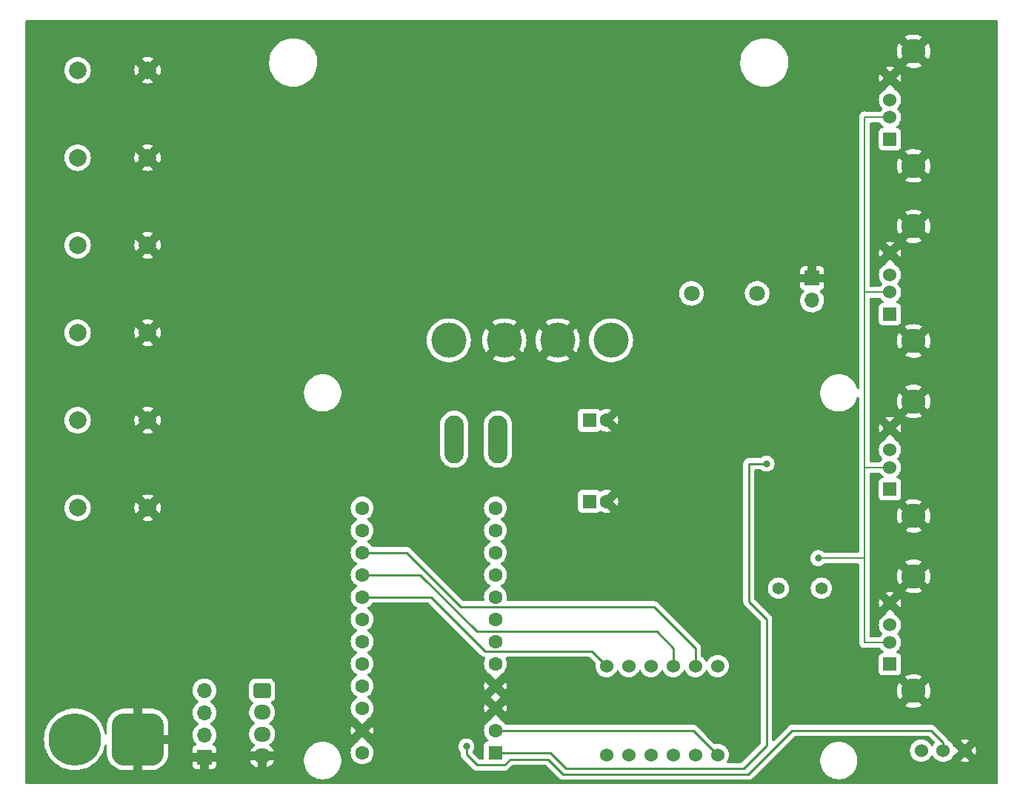
<source format=gbr>
%TF.GenerationSoftware,KiCad,Pcbnew,6.0.9-8da3e8f707~117~ubuntu20.04.1*%
%TF.CreationDate,2023-01-24T20:19:18-08:00*%
%TF.ProjectId,PDB,5044422e-6b69-4636-9164-5f7063625858,rev?*%
%TF.SameCoordinates,Original*%
%TF.FileFunction,Copper,L2,Bot*%
%TF.FilePolarity,Positive*%
%FSLAX46Y46*%
G04 Gerber Fmt 4.6, Leading zero omitted, Abs format (unit mm)*
G04 Created by KiCad (PCBNEW 6.0.9-8da3e8f707~117~ubuntu20.04.1) date 2023-01-24 20:19:18*
%MOMM*%
%LPD*%
G01*
G04 APERTURE LIST*
G04 Aperture macros list*
%AMRoundRect*
0 Rectangle with rounded corners*
0 $1 Rounding radius*
0 $2 $3 $4 $5 $6 $7 $8 $9 X,Y pos of 4 corners*
0 Add a 4 corners polygon primitive as box body*
4,1,4,$2,$3,$4,$5,$6,$7,$8,$9,$2,$3,0*
0 Add four circle primitives for the rounded corners*
1,1,$1+$1,$2,$3*
1,1,$1+$1,$4,$5*
1,1,$1+$1,$6,$7*
1,1,$1+$1,$8,$9*
0 Add four rect primitives between the rounded corners*
20,1,$1+$1,$2,$3,$4,$5,0*
20,1,$1+$1,$4,$5,$6,$7,0*
20,1,$1+$1,$6,$7,$8,$9,0*
20,1,$1+$1,$8,$9,$2,$3,0*%
G04 Aperture macros list end*
%TA.AperFunction,ComponentPad*%
%ADD10C,1.600000*%
%TD*%
%TA.AperFunction,ComponentPad*%
%ADD11R,1.600000X1.600000*%
%TD*%
%TA.AperFunction,ComponentPad*%
%ADD12R,1.700000X1.700000*%
%TD*%
%TA.AperFunction,ComponentPad*%
%ADD13O,1.700000X1.700000*%
%TD*%
%TA.AperFunction,ComponentPad*%
%ADD14R,1.524000X1.524000*%
%TD*%
%TA.AperFunction,ComponentPad*%
%ADD15C,1.524000*%
%TD*%
%TA.AperFunction,ComponentPad*%
%ADD16C,2.800000*%
%TD*%
%TA.AperFunction,ComponentPad*%
%ADD17RoundRect,0.250000X-0.725000X0.600000X-0.725000X-0.600000X0.725000X-0.600000X0.725000X0.600000X0*%
%TD*%
%TA.AperFunction,ComponentPad*%
%ADD18O,1.950000X1.700000*%
%TD*%
%TA.AperFunction,ComponentPad*%
%ADD19C,1.800000*%
%TD*%
%TA.AperFunction,ComponentPad*%
%ADD20C,1.400000*%
%TD*%
%TA.AperFunction,ComponentPad*%
%ADD21C,2.000000*%
%TD*%
%TA.AperFunction,ComponentPad*%
%ADD22C,4.000000*%
%TD*%
%TA.AperFunction,ComponentPad*%
%ADD23O,2.200000X5.500000*%
%TD*%
%TA.AperFunction,ComponentPad*%
%ADD24RoundRect,1.500000X1.500000X1.500000X-1.500000X1.500000X-1.500000X-1.500000X1.500000X-1.500000X0*%
%TD*%
%TA.AperFunction,ComponentPad*%
%ADD25C,6.000000*%
%TD*%
%TA.AperFunction,ViaPad*%
%ADD26C,0.800000*%
%TD*%
%TA.AperFunction,Conductor*%
%ADD27C,0.250000*%
%TD*%
%TA.AperFunction,Conductor*%
%ADD28C,0.200000*%
%TD*%
G04 APERTURE END LIST*
D10*
%TO.P,C2,2*%
%TO.N,GND*%
X124488888Y-63119000D03*
D11*
%TO.P,C2,1*%
%TO.N,/5v*%
X122488888Y-63119000D03*
%TD*%
D12*
%TO.P,J1,1,Pin_1*%
%TO.N,GND*%
X147955000Y-46883400D03*
D13*
%TO.P,J1,2,Pin_2*%
%TO.N,Net-(J1-Pad2)*%
X147955000Y-49423400D03*
%TD*%
D14*
%TO.P,USB2,1,VCC*%
%TO.N,/5v*%
X156845000Y-50998000D03*
D15*
%TO.P,USB2,2,D-*%
%TO.N,/D-*%
X156845000Y-48498000D03*
%TO.P,USB2,3,D+*%
%TO.N,/D+*%
X156845000Y-46498000D03*
%TO.P,USB2,4,GND*%
%TO.N,GND*%
X156845000Y-43998000D03*
D16*
%TO.P,USB2,5,Shield*%
X159555000Y-40948000D03*
%TO.P,USB2,6,Shield*%
X159555000Y-54048000D03*
%TD*%
D17*
%TO.P,Jst1,1,Pin_3*%
%TO.N,/Cell1+2+3*%
X85090000Y-93980000D03*
D18*
%TO.P,Jst1,2,Pin_2*%
%TO.N,/Cell1+2*%
X85090000Y-96480000D03*
%TO.P,Jst1,3,Pin_1*%
%TO.N,/Cell1*%
X85090000Y-98980000D03*
%TO.P,Jst1,4,GND*%
%TO.N,GND*%
X85090000Y-101480000D03*
%TD*%
D15*
%TO.P,D3,1,E*%
%TO.N,Net-(D3-Pad1)*%
X124460000Y-101346000D03*
%TO.P,D3,2,D*%
%TO.N,Net-(D3-Pad2)*%
X127000000Y-101346000D03*
%TO.P,D3,3,DP*%
%TO.N,Net-(D3-Pad3)*%
X129540000Y-101346000D03*
%TO.P,D3,4,C*%
%TO.N,Net-(D3-Pad4)*%
X132080000Y-101346000D03*
%TO.P,D3,5,G*%
%TO.N,Net-(D3-Pad5)*%
X134620000Y-101346000D03*
%TO.P,D3,6,Dig4*%
%TO.N,/Dig4*%
X137160000Y-101346000D03*
%TO.P,D3,7,B*%
%TO.N,Net-(D3-Pad7)*%
X137160000Y-91186000D03*
%TO.P,D3,8,Dig3*%
%TO.N,/Dig3*%
X134620000Y-91186000D03*
%TO.P,D3,9,Dig2*%
%TO.N,/Dig2*%
X132080000Y-91186000D03*
%TO.P,D3,10,F*%
%TO.N,Net-(D3-Pad10)*%
X129540000Y-91186000D03*
%TO.P,D3,11,A*%
%TO.N,Net-(D3-Pad11)*%
X127000000Y-91186000D03*
%TO.P,D3,12,Dig1*%
%TO.N,/Dig1*%
X124460000Y-91186000D03*
%TD*%
D19*
%TO.P,B1,1,input*%
%TO.N,/5v*%
X134172000Y-48614000D03*
%TO.P,B1,2,output*%
%TO.N,Net-(B1-Pad2)*%
X141672000Y-48614000D03*
%TD*%
D20*
%TO.P,Y1,1,1*%
%TO.N,Net-(C5-Pad1)*%
X149008000Y-82296000D03*
%TO.P,Y1,2,2*%
%TO.N,Net-(C6-Pad1)*%
X144108000Y-82296000D03*
%TD*%
D14*
%TO.P,USB3,1,VCC*%
%TO.N,/5v*%
X156845000Y-70998000D03*
D15*
%TO.P,USB3,2,D-*%
%TO.N,/D-*%
X156845000Y-68498000D03*
%TO.P,USB3,3,D+*%
%TO.N,/D+*%
X156845000Y-66498000D03*
%TO.P,USB3,4,GND*%
%TO.N,GND*%
X156845000Y-63998000D03*
D16*
%TO.P,USB3,5,Shield*%
X159555000Y-60948000D03*
%TO.P,USB3,6,Shield*%
X159555000Y-74048000D03*
%TD*%
D21*
%TO.P,A2,1,ground*%
%TO.N,GND*%
X72000000Y-33113400D03*
%TO.P,A2,2,power*%
%TO.N,/12v*%
X64000000Y-33113400D03*
%TD*%
D11*
%TO.P,Pro1,1,TX*%
%TO.N,/Tx*%
X111760000Y-101092000D03*
D10*
%TO.P,Pro1,2,RX*%
%TO.N,/Dig4*%
X111760000Y-98552000D03*
%TO.P,Pro1,3,GND*%
%TO.N,GND*%
X111760000Y-96012000D03*
%TO.P,Pro1,4,GND*%
X111760000Y-93472000D03*
%TO.P,Pro1,5,2*%
%TO.N,/E*%
X111760000Y-90932000D03*
%TO.P,Pro1,6,3*%
%TO.N,/D*%
X111760000Y-88392000D03*
%TO.P,Pro1,7,4*%
%TO.N,/DP*%
X111760000Y-85852000D03*
%TO.P,Pro1,8,5*%
%TO.N,/A*%
X111760000Y-83312000D03*
%TO.P,Pro1,9,6*%
%TO.N,/F*%
X111760000Y-80772000D03*
%TO.P,Pro1,10,7*%
%TO.N,/B*%
X111760000Y-78232000D03*
%TO.P,Pro1,11,8*%
%TO.N,/C*%
X111760000Y-75692000D03*
%TO.P,Pro1,12,9*%
%TO.N,/G*%
X111760000Y-73152000D03*
%TO.P,Pro1,13,10*%
%TO.N,/Buzzer*%
X96520000Y-73152000D03*
%TO.P,Pro1,14,16*%
%TO.N,/toggle*%
X96520000Y-75692000D03*
%TO.P,Pro1,15,14*%
%TO.N,/Dig3*%
X96520000Y-78232000D03*
%TO.P,Pro1,16,15*%
%TO.N,/Dig2*%
X96520000Y-80772000D03*
%TO.P,Pro1,17,A0*%
%TO.N,/Dig1*%
X96520000Y-83312000D03*
%TO.P,Pro1,18,A1*%
%TO.N,/Cell1+2+3_s*%
X96520000Y-85852000D03*
%TO.P,Pro1,19,A2*%
%TO.N,/Cell1+2_s*%
X96520000Y-88392000D03*
%TO.P,Pro1,20,A3*%
%TO.N,/Cell1_s*%
X96520000Y-90932000D03*
%TO.P,Pro1,21,VCC*%
%TO.N,/5v*%
X96520000Y-93472000D03*
%TO.P,Pro1,22,RST*%
%TO.N,unconnected-(Pro1-Pad22)*%
X96520000Y-96012000D03*
%TO.P,Pro1,23,GND*%
%TO.N,GND*%
X96520000Y-98552000D03*
%TO.P,Pro1,24,RAW*%
%TO.N,unconnected-(Pro1-Pad24)*%
X96520000Y-101092000D03*
%TD*%
D21*
%TO.P,A4,1,ground*%
%TO.N,GND*%
X72000000Y-53113400D03*
%TO.P,A4,2,power*%
%TO.N,/12v*%
X64000000Y-53113400D03*
%TD*%
D14*
%TO.P,USB1,1,VCC*%
%TO.N,/5v*%
X156845000Y-30998000D03*
D15*
%TO.P,USB1,2,D-*%
%TO.N,/D-*%
X156845000Y-28498000D03*
%TO.P,USB1,3,D+*%
%TO.N,/D+*%
X156845000Y-26498000D03*
%TO.P,USB1,4,GND*%
%TO.N,GND*%
X156845000Y-23998000D03*
D16*
%TO.P,USB1,5,Shield*%
X159555000Y-20948000D03*
%TO.P,USB1,6,Shield*%
X159555000Y-34048000D03*
%TD*%
D11*
%TO.P,C1,1*%
%TO.N,/12v*%
X122488888Y-72390000D03*
D10*
%TO.P,C1,2*%
%TO.N,GND*%
X124488888Y-72390000D03*
%TD*%
D21*
%TO.P,A5,1,ground*%
%TO.N,GND*%
X72000000Y-63113400D03*
%TO.P,A5,2,power*%
%TO.N,/12v*%
X64000000Y-63113400D03*
%TD*%
D15*
%TO.P,SW2,1,A*%
%TO.N,/5v*%
X160415600Y-100863400D03*
%TO.P,SW2,2,B*%
%TO.N,/toggle*%
X162915600Y-100863400D03*
%TO.P,SW2,3,C*%
%TO.N,GND*%
X165415600Y-100863400D03*
%TD*%
D21*
%TO.P,A3,1,ground*%
%TO.N,GND*%
X72000000Y-43113400D03*
%TO.P,A3,2,power*%
%TO.N,/12v*%
X64000000Y-43113400D03*
%TD*%
D22*
%TO.P,Converter1,1,OUT+*%
%TO.N,/5v*%
X124968000Y-53975000D03*
%TO.P,Converter1,2,OUT-*%
%TO.N,GND*%
X118872000Y-53975000D03*
%TO.P,Converter1,3,IN-*%
X112776000Y-53975000D03*
%TO.P,Converter1,4,IN+*%
%TO.N,/12v*%
X106426000Y-53975000D03*
%TD*%
D21*
%TO.P,A6,1,ground*%
%TO.N,GND*%
X72000000Y-73113400D03*
%TO.P,A6,2,power*%
%TO.N,/12v*%
X64000000Y-73113400D03*
%TD*%
%TO.P,A1,1,ground*%
%TO.N,GND*%
X72000000Y-23113400D03*
%TO.P,A1,2,power*%
%TO.N,/12v*%
X64000000Y-23113400D03*
%TD*%
D23*
%TO.P,Sw1,1,In*%
%TO.N,/fuse out*%
X107048000Y-65278000D03*
%TO.P,Sw1,2,Out*%
%TO.N,/12v*%
X112048000Y-65278000D03*
%TD*%
D24*
%TO.P,Batt1,1,ground*%
%TO.N,GND*%
X70866000Y-99568000D03*
D25*
%TO.P,Batt1,2,power*%
%TO.N,/battery*%
X63666000Y-99568000D03*
%TD*%
D12*
%TO.P,J2,1,Pin_1*%
%TO.N,GND*%
X78486000Y-101600000D03*
D13*
%TO.P,J2,2,Pin_2*%
%TO.N,/Cell1*%
X78486000Y-99060000D03*
%TO.P,J2,3,Pin_3*%
%TO.N,/Cell1+2*%
X78486000Y-96520000D03*
%TO.P,J2,4,Pin_4*%
%TO.N,/Cell1+2+3*%
X78486000Y-93980000D03*
%TD*%
D14*
%TO.P,USB4,1,VCC*%
%TO.N,/5v*%
X156845000Y-90998000D03*
D15*
%TO.P,USB4,2,D-*%
%TO.N,/D-*%
X156845000Y-88498000D03*
%TO.P,USB4,3,D+*%
%TO.N,/D+*%
X156845000Y-86498000D03*
%TO.P,USB4,4,GND*%
%TO.N,GND*%
X156845000Y-83998000D03*
D16*
%TO.P,USB4,5,Shield*%
X159555000Y-80948000D03*
%TO.P,USB4,6,Shield*%
X159555000Y-94048000D03*
%TD*%
D26*
%TO.N,GND*%
X131191000Y-77927200D03*
X90804000Y-91568000D03*
X142061000Y-70599000D03*
%TO.N,/Tx*%
X142748000Y-68072000D03*
%TO.N,/D-*%
X148652000Y-78867000D03*
%TO.N,/toggle*%
X108432600Y-100380800D03*
%TD*%
D27*
%TO.N,/Dig2*%
X130193000Y-87267000D02*
X109619000Y-87267000D01*
%TO.N,/Dig4*%
X134366000Y-98552000D02*
X111760000Y-98552000D01*
%TO.N,/Dig2*%
X132080000Y-91186000D02*
X132080000Y-89154000D01*
X132080000Y-89154000D02*
X130193000Y-87267000D01*
%TO.N,/Dig3*%
X129903000Y-84437000D02*
X107805000Y-84437000D01*
X107805000Y-84437000D02*
X101600000Y-78232000D01*
%TO.N,/Dig4*%
X137160000Y-101346000D02*
X134366000Y-98552000D01*
%TO.N,/Dig3*%
X134620000Y-91186000D02*
X134620000Y-89154000D01*
X134620000Y-89154000D02*
X129903000Y-84437000D01*
X101600000Y-78232000D02*
X96520000Y-78232000D01*
%TO.N,/Dig2*%
X109619000Y-87267000D02*
X103124000Y-80772000D01*
X103124000Y-80772000D02*
X96520000Y-80772000D01*
%TO.N,/Dig1*%
X124460000Y-91186000D02*
X122791000Y-89517000D01*
X122791000Y-89517000D02*
X110599000Y-89517000D01*
X110599000Y-89517000D02*
X104394000Y-83312000D01*
X104394000Y-83312000D02*
X96520000Y-83312000D01*
%TO.N,/Tx*%
X140716000Y-68072000D02*
X140716000Y-83820000D01*
X142748000Y-100253800D02*
X140106400Y-102895400D01*
X118033800Y-101092000D02*
X111760000Y-101092000D01*
X140716000Y-83820000D02*
X142748000Y-85852000D01*
X142748000Y-68072000D02*
X140716000Y-68072000D01*
X140106400Y-102895400D02*
X119837200Y-102895400D01*
X119837200Y-102895400D02*
X118033800Y-101092000D01*
X142748000Y-85852000D02*
X142748000Y-100253800D01*
D28*
%TO.N,/D-*%
X154006000Y-68498000D02*
X153924000Y-68580000D01*
X153924000Y-78867000D02*
X153924000Y-83185000D01*
X156845000Y-68498000D02*
X154006000Y-68498000D01*
X153924000Y-48514000D02*
X153924000Y-28448000D01*
X156845000Y-48498000D02*
X153940000Y-48498000D01*
X148652000Y-78867000D02*
X153924000Y-78867000D01*
X153945000Y-88498000D02*
X156845000Y-88498000D01*
X153924000Y-68580000D02*
X153924000Y-48514000D01*
X153940000Y-48498000D02*
X153924000Y-48514000D01*
X153974000Y-28498000D02*
X156845000Y-28498000D01*
X153924000Y-78867000D02*
X153924000Y-68580000D01*
X153924000Y-83185000D02*
X153924000Y-84455000D01*
X153924000Y-88519000D02*
X153945000Y-88498000D01*
X153924000Y-84455000D02*
X153924000Y-88519000D01*
D27*
%TO.N,/toggle*%
X162915600Y-100863400D02*
X162915600Y-99949000D01*
X108432600Y-101320600D02*
X108432600Y-100380800D01*
X140665200Y-103555800D02*
X119481600Y-103555800D01*
X161518600Y-98552000D02*
X145669000Y-98552000D01*
X113436400Y-101854000D02*
X112776000Y-102514400D01*
X112776000Y-102514400D02*
X109626400Y-102514400D01*
X145669000Y-98552000D02*
X140665200Y-103555800D01*
X117779800Y-101854000D02*
X113436400Y-101854000D01*
X109626400Y-102514400D02*
X108432600Y-101320600D01*
X119481600Y-103555800D02*
X117779800Y-101854000D01*
X162915600Y-99949000D02*
X161518600Y-98552000D01*
%TD*%
%TA.AperFunction,Conductor*%
%TO.N,GND*%
G36*
X169105621Y-17419502D02*
G01*
X169152114Y-17473158D01*
X169163500Y-17525500D01*
X169163500Y-104521500D01*
X169143498Y-104589621D01*
X169089842Y-104636114D01*
X169037500Y-104647500D01*
X58165500Y-104647500D01*
X58097379Y-104627498D01*
X58050886Y-104573842D01*
X58039500Y-104521500D01*
X58039500Y-99568000D01*
X60152685Y-99568000D01*
X60171931Y-99935241D01*
X60172444Y-99938481D01*
X60172445Y-99938489D01*
X60193377Y-100070647D01*
X60229459Y-100298459D01*
X60324639Y-100653674D01*
X60325824Y-100656762D01*
X60325825Y-100656764D01*
X60341850Y-100698510D01*
X60456427Y-100996994D01*
X60457925Y-100999934D01*
X60613065Y-101304412D01*
X60623380Y-101324657D01*
X60625176Y-101327423D01*
X60625178Y-101327426D01*
X60659730Y-101380632D01*
X60823668Y-101633075D01*
X61055098Y-101918867D01*
X61315133Y-102178902D01*
X61600925Y-102410332D01*
X61603700Y-102412134D01*
X61892721Y-102599826D01*
X61909342Y-102610620D01*
X61912276Y-102612115D01*
X61912283Y-102612119D01*
X62113367Y-102714576D01*
X62237006Y-102777573D01*
X62446782Y-102858098D01*
X62573256Y-102906647D01*
X62580326Y-102909361D01*
X62935541Y-103004541D01*
X63126627Y-103034806D01*
X63295511Y-103061555D01*
X63295519Y-103061556D01*
X63298759Y-103062069D01*
X63666000Y-103081315D01*
X64033241Y-103062069D01*
X64036481Y-103061556D01*
X64036489Y-103061555D01*
X64205373Y-103034806D01*
X64396459Y-103004541D01*
X64751674Y-102909361D01*
X64758745Y-102906647D01*
X64885218Y-102858098D01*
X65094994Y-102777573D01*
X65218633Y-102714576D01*
X65419717Y-102612119D01*
X65419724Y-102612115D01*
X65422658Y-102610620D01*
X65439280Y-102599826D01*
X65728300Y-102412134D01*
X65731075Y-102410332D01*
X66016867Y-102178902D01*
X66276902Y-101918867D01*
X66508332Y-101633075D01*
X66672270Y-101380632D01*
X66706822Y-101327426D01*
X66706824Y-101327423D01*
X66708620Y-101324657D01*
X66718936Y-101304412D01*
X66874075Y-100999934D01*
X66875573Y-100996994D01*
X66990150Y-100698510D01*
X67006175Y-100656764D01*
X67006176Y-100656762D01*
X67007361Y-100653674D01*
X67102541Y-100298459D01*
X67103056Y-100295207D01*
X67103058Y-100295198D01*
X67107552Y-100266822D01*
X67137965Y-100202669D01*
X67198233Y-100165142D01*
X67269223Y-100166156D01*
X67328394Y-100205389D01*
X67356962Y-100270385D01*
X67358001Y-100286533D01*
X67358001Y-101178915D01*
X67358061Y-101181672D01*
X67360601Y-101239855D01*
X67361317Y-101246972D01*
X67403999Y-101516453D01*
X67405978Y-101525023D01*
X67485504Y-101785143D01*
X67488655Y-101793353D01*
X67603613Y-102039882D01*
X67607876Y-102047572D01*
X67756024Y-102275700D01*
X67761314Y-102282719D01*
X67939783Y-102488024D01*
X67945976Y-102494217D01*
X68151281Y-102672686D01*
X68158300Y-102677976D01*
X68386428Y-102826124D01*
X68394118Y-102830387D01*
X68640647Y-102945345D01*
X68648857Y-102948496D01*
X68908977Y-103028022D01*
X68917547Y-103030001D01*
X69187044Y-103072685D01*
X69194128Y-103073399D01*
X69252331Y-103075940D01*
X69255083Y-103076000D01*
X70347885Y-103076000D01*
X70363124Y-103071525D01*
X70364329Y-103070135D01*
X70366000Y-103062452D01*
X70366000Y-103057884D01*
X71366000Y-103057884D01*
X71370475Y-103073123D01*
X71371865Y-103074328D01*
X71379548Y-103075999D01*
X72476915Y-103075999D01*
X72479672Y-103075939D01*
X72537855Y-103073399D01*
X72544972Y-103072683D01*
X72814453Y-103030001D01*
X72823023Y-103028022D01*
X73083143Y-102948496D01*
X73091353Y-102945345D01*
X73337882Y-102830387D01*
X73345572Y-102826124D01*
X73573700Y-102677976D01*
X73580719Y-102672686D01*
X73785504Y-102494669D01*
X77128001Y-102494669D01*
X77128371Y-102501490D01*
X77133895Y-102552352D01*
X77137521Y-102567604D01*
X77182676Y-102688054D01*
X77191214Y-102703649D01*
X77267715Y-102805724D01*
X77280276Y-102818285D01*
X77382351Y-102894786D01*
X77397946Y-102903324D01*
X77518394Y-102948478D01*
X77533649Y-102952105D01*
X77584514Y-102957631D01*
X77591328Y-102958000D01*
X77967885Y-102958000D01*
X77983124Y-102953525D01*
X77984329Y-102952135D01*
X77986000Y-102944452D01*
X77986000Y-102939884D01*
X78986000Y-102939884D01*
X78990475Y-102955123D01*
X78991865Y-102956328D01*
X78999548Y-102957999D01*
X79380669Y-102957999D01*
X79387490Y-102957629D01*
X79438352Y-102952105D01*
X79453604Y-102948479D01*
X79574054Y-102903324D01*
X79589649Y-102894786D01*
X79691724Y-102818285D01*
X79704285Y-102805724D01*
X79780786Y-102703649D01*
X79789324Y-102688054D01*
X79834478Y-102567606D01*
X79838105Y-102552351D01*
X79843631Y-102501486D01*
X79844000Y-102494672D01*
X79844000Y-102118115D01*
X79839525Y-102102876D01*
X79838135Y-102101671D01*
X79830452Y-102100000D01*
X79004115Y-102100000D01*
X78988876Y-102104475D01*
X78987671Y-102105865D01*
X78986000Y-102113548D01*
X78986000Y-102939884D01*
X77986000Y-102939884D01*
X77986000Y-102118115D01*
X77981525Y-102102876D01*
X77980135Y-102101671D01*
X77972452Y-102100000D01*
X77146116Y-102100000D01*
X77130877Y-102104475D01*
X77129672Y-102105865D01*
X77128001Y-102113548D01*
X77128001Y-102494669D01*
X73785504Y-102494669D01*
X73786024Y-102494217D01*
X73792217Y-102488024D01*
X73970686Y-102282719D01*
X73975976Y-102275700D01*
X74124124Y-102047572D01*
X74128387Y-102039882D01*
X74151848Y-101989570D01*
X83706144Y-101989570D01*
X83742268Y-102081042D01*
X83746990Y-102090554D01*
X83861016Y-102278462D01*
X83867280Y-102287052D01*
X84011327Y-102453052D01*
X84018958Y-102460472D01*
X84188911Y-102599826D01*
X84197678Y-102605850D01*
X84388682Y-102714576D01*
X84398346Y-102719041D01*
X84572972Y-102782427D01*
X84587045Y-102783309D01*
X84590000Y-102777783D01*
X84590000Y-102767581D01*
X85590000Y-102767581D01*
X85593973Y-102781112D01*
X85602783Y-102782378D01*
X85662535Y-102766870D01*
X85672575Y-102763335D01*
X85872970Y-102673063D01*
X85882256Y-102667894D01*
X86064575Y-102545150D01*
X86072870Y-102538481D01*
X86231900Y-102386772D01*
X86238941Y-102378814D01*
X86370141Y-102202475D01*
X86375745Y-102193438D01*
X86405984Y-102133962D01*
X89870736Y-102133962D01*
X89871295Y-102138206D01*
X89871295Y-102138210D01*
X89874230Y-102160502D01*
X89908617Y-102421697D01*
X89909750Y-102425837D01*
X89909750Y-102425839D01*
X89984064Y-102697483D01*
X89985198Y-102701628D01*
X90099061Y-102968577D01*
X90101264Y-102972258D01*
X90206421Y-103147962D01*
X90248100Y-103217603D01*
X90429556Y-103444097D01*
X90432658Y-103447041D01*
X90432662Y-103447045D01*
X90446802Y-103460463D01*
X90640072Y-103643870D01*
X90875754Y-103813224D01*
X91132238Y-103949025D01*
X91136261Y-103950497D01*
X91136265Y-103950499D01*
X91397290Y-104046021D01*
X91404780Y-104048762D01*
X91688336Y-104110587D01*
X91717294Y-104112866D01*
X91913487Y-104128307D01*
X91913496Y-104128307D01*
X91915944Y-104128500D01*
X92072962Y-104128500D01*
X92075098Y-104128354D01*
X92075109Y-104128354D01*
X92285269Y-104114027D01*
X92285275Y-104114026D01*
X92289546Y-104113735D01*
X92293741Y-104112866D01*
X92293743Y-104112866D01*
X92569527Y-104055753D01*
X92573733Y-104054882D01*
X92847305Y-103958006D01*
X93105197Y-103824897D01*
X93342639Y-103658021D01*
X93355177Y-103646370D01*
X93552093Y-103463384D01*
X93552095Y-103463381D01*
X93555236Y-103460463D01*
X93739054Y-103235881D01*
X93887887Y-102993007D01*
X93888448Y-102992092D01*
X93888448Y-102992091D01*
X93890692Y-102988430D01*
X93898426Y-102970813D01*
X93949019Y-102855559D01*
X94007345Y-102722689D01*
X94086852Y-102443574D01*
X94127745Y-102156252D01*
X94128651Y-101983201D01*
X94129242Y-101870324D01*
X94129242Y-101870318D01*
X94129264Y-101866038D01*
X94128588Y-101860898D01*
X94109718Y-101717573D01*
X94091383Y-101578303D01*
X94088418Y-101567463D01*
X94015936Y-101302517D01*
X94015936Y-101302516D01*
X94014802Y-101298372D01*
X93926777Y-101092000D01*
X95206502Y-101092000D01*
X95226457Y-101320087D01*
X95227881Y-101325400D01*
X95227881Y-101325402D01*
X95249796Y-101407187D01*
X95285716Y-101541243D01*
X95288039Y-101546224D01*
X95288039Y-101546225D01*
X95380151Y-101743762D01*
X95380154Y-101743767D01*
X95382477Y-101748749D01*
X95432607Y-101820342D01*
X95503237Y-101921211D01*
X95513802Y-101936300D01*
X95675700Y-102098198D01*
X95680208Y-102101355D01*
X95680211Y-102101357D01*
X95697622Y-102113548D01*
X95863251Y-102229523D01*
X95868233Y-102231846D01*
X95868238Y-102231849D01*
X95986623Y-102287052D01*
X96070757Y-102326284D01*
X96076065Y-102327706D01*
X96076067Y-102327707D01*
X96286598Y-102384119D01*
X96286600Y-102384119D01*
X96291913Y-102385543D01*
X96520000Y-102405498D01*
X96748087Y-102385543D01*
X96753400Y-102384119D01*
X96753402Y-102384119D01*
X96963933Y-102327707D01*
X96963935Y-102327706D01*
X96969243Y-102326284D01*
X97053377Y-102287052D01*
X97171762Y-102231849D01*
X97171767Y-102231846D01*
X97176749Y-102229523D01*
X97342378Y-102113548D01*
X97359789Y-102101357D01*
X97359792Y-102101355D01*
X97364300Y-102098198D01*
X97526198Y-101936300D01*
X97536764Y-101921211D01*
X97607393Y-101820342D01*
X97657523Y-101748749D01*
X97659846Y-101743767D01*
X97659849Y-101743762D01*
X97751961Y-101546225D01*
X97751961Y-101546224D01*
X97754284Y-101541243D01*
X97790205Y-101407187D01*
X97812119Y-101325402D01*
X97812119Y-101325400D01*
X97813543Y-101320087D01*
X97833498Y-101092000D01*
X97813543Y-100863913D01*
X97765598Y-100684982D01*
X97755707Y-100648067D01*
X97755706Y-100648065D01*
X97754284Y-100642757D01*
X97749452Y-100632394D01*
X97659849Y-100440238D01*
X97659846Y-100440233D01*
X97657523Y-100435251D01*
X97619396Y-100380800D01*
X107519096Y-100380800D01*
X107519786Y-100387365D01*
X107536590Y-100547242D01*
X107539058Y-100570728D01*
X107598073Y-100752356D01*
X107693560Y-100917744D01*
X107766737Y-100999015D01*
X107797453Y-101063021D01*
X107799100Y-101083324D01*
X107799100Y-101241833D01*
X107798573Y-101253016D01*
X107796898Y-101260509D01*
X107797147Y-101268435D01*
X107797147Y-101268436D01*
X107799038Y-101328586D01*
X107799100Y-101332545D01*
X107799100Y-101360456D01*
X107799597Y-101364390D01*
X107799597Y-101364391D01*
X107799605Y-101364456D01*
X107800538Y-101376293D01*
X107801927Y-101420489D01*
X107807578Y-101439939D01*
X107811587Y-101459300D01*
X107814126Y-101479397D01*
X107817045Y-101486768D01*
X107817045Y-101486770D01*
X107830404Y-101520512D01*
X107834249Y-101531742D01*
X107843035Y-101561984D01*
X107846582Y-101574193D01*
X107850615Y-101581012D01*
X107850617Y-101581017D01*
X107856893Y-101591628D01*
X107865588Y-101609376D01*
X107873048Y-101628217D01*
X107877710Y-101634633D01*
X107877710Y-101634634D01*
X107899036Y-101663987D01*
X107905552Y-101673907D01*
X107928058Y-101711962D01*
X107942379Y-101726283D01*
X107955219Y-101741316D01*
X107967128Y-101757707D01*
X107996730Y-101782196D01*
X108001205Y-101785898D01*
X108009984Y-101793888D01*
X109122743Y-102906647D01*
X109130287Y-102914937D01*
X109134400Y-102921418D01*
X109140177Y-102926843D01*
X109184067Y-102968058D01*
X109186909Y-102970813D01*
X109206630Y-102990534D01*
X109209825Y-102993012D01*
X109218847Y-103000718D01*
X109251079Y-103030986D01*
X109258028Y-103034806D01*
X109268832Y-103040746D01*
X109285356Y-103051599D01*
X109301359Y-103064013D01*
X109341943Y-103081576D01*
X109352573Y-103086783D01*
X109391340Y-103108095D01*
X109399017Y-103110066D01*
X109399022Y-103110068D01*
X109410958Y-103113132D01*
X109429666Y-103119537D01*
X109448255Y-103127581D01*
X109456083Y-103128821D01*
X109456090Y-103128823D01*
X109491924Y-103134499D01*
X109503544Y-103136905D01*
X109535359Y-103145073D01*
X109546370Y-103147900D01*
X109566624Y-103147900D01*
X109586334Y-103149451D01*
X109606343Y-103152620D01*
X109614235Y-103151874D01*
X109632980Y-103150102D01*
X109650362Y-103148459D01*
X109662219Y-103147900D01*
X112697233Y-103147900D01*
X112708416Y-103148427D01*
X112715909Y-103150102D01*
X112723835Y-103149853D01*
X112723836Y-103149853D01*
X112783986Y-103147962D01*
X112787945Y-103147900D01*
X112815856Y-103147900D01*
X112819791Y-103147403D01*
X112819856Y-103147395D01*
X112831693Y-103146462D01*
X112863951Y-103145448D01*
X112867970Y-103145322D01*
X112875889Y-103145073D01*
X112895343Y-103139421D01*
X112914700Y-103135413D01*
X112926930Y-103133868D01*
X112926931Y-103133868D01*
X112934797Y-103132874D01*
X112942168Y-103129955D01*
X112942170Y-103129955D01*
X112975912Y-103116596D01*
X112987142Y-103112751D01*
X113021983Y-103102629D01*
X113021984Y-103102629D01*
X113029593Y-103100418D01*
X113036412Y-103096385D01*
X113036417Y-103096383D01*
X113047028Y-103090107D01*
X113064776Y-103081412D01*
X113083617Y-103073952D01*
X113103987Y-103059153D01*
X113119387Y-103047964D01*
X113129307Y-103041448D01*
X113160535Y-103022980D01*
X113160538Y-103022978D01*
X113167362Y-103018942D01*
X113181683Y-103004621D01*
X113196717Y-102991780D01*
X113201328Y-102988430D01*
X113213107Y-102979872D01*
X113241298Y-102945795D01*
X113249288Y-102937016D01*
X113661899Y-102524405D01*
X113724211Y-102490379D01*
X113750994Y-102487500D01*
X117465206Y-102487500D01*
X117533327Y-102507502D01*
X117554301Y-102524405D01*
X118977943Y-103948047D01*
X118985487Y-103956337D01*
X118989600Y-103962818D01*
X118995377Y-103968243D01*
X119039267Y-104009458D01*
X119042109Y-104012213D01*
X119061831Y-104031935D01*
X119064955Y-104034358D01*
X119064959Y-104034362D01*
X119065024Y-104034412D01*
X119074045Y-104042117D01*
X119106279Y-104072386D01*
X119113227Y-104076205D01*
X119113229Y-104076207D01*
X119124032Y-104082146D01*
X119140559Y-104093002D01*
X119150298Y-104100557D01*
X119150300Y-104100558D01*
X119156560Y-104105414D01*
X119197140Y-104122974D01*
X119207788Y-104128191D01*
X119232576Y-104141818D01*
X119246540Y-104149495D01*
X119254216Y-104151466D01*
X119254219Y-104151467D01*
X119266162Y-104154533D01*
X119284867Y-104160937D01*
X119303455Y-104168981D01*
X119311278Y-104170220D01*
X119311288Y-104170223D01*
X119347124Y-104175899D01*
X119358744Y-104178305D01*
X119390559Y-104186473D01*
X119401570Y-104189300D01*
X119421824Y-104189300D01*
X119441534Y-104190851D01*
X119461543Y-104194020D01*
X119469435Y-104193274D01*
X119488180Y-104191502D01*
X119505562Y-104189859D01*
X119517419Y-104189300D01*
X140586433Y-104189300D01*
X140597616Y-104189827D01*
X140605109Y-104191502D01*
X140613035Y-104191253D01*
X140613036Y-104191253D01*
X140673186Y-104189362D01*
X140677145Y-104189300D01*
X140705056Y-104189300D01*
X140708991Y-104188803D01*
X140709056Y-104188795D01*
X140720893Y-104187862D01*
X140753151Y-104186848D01*
X140757170Y-104186722D01*
X140765089Y-104186473D01*
X140784543Y-104180821D01*
X140803900Y-104176813D01*
X140816130Y-104175268D01*
X140816131Y-104175268D01*
X140823997Y-104174274D01*
X140831368Y-104171355D01*
X140831370Y-104171355D01*
X140865112Y-104157996D01*
X140876342Y-104154151D01*
X140911183Y-104144029D01*
X140911184Y-104144029D01*
X140918793Y-104141818D01*
X140925612Y-104137785D01*
X140925617Y-104137783D01*
X140936228Y-104131507D01*
X140953976Y-104122812D01*
X140972817Y-104115352D01*
X141008587Y-104089364D01*
X141018507Y-104082848D01*
X141049735Y-104064380D01*
X141049738Y-104064378D01*
X141056562Y-104060342D01*
X141070883Y-104046021D01*
X141085917Y-104033180D01*
X141087631Y-104031935D01*
X141102307Y-104021272D01*
X141130498Y-103987195D01*
X141138488Y-103978416D01*
X142982942Y-102133962D01*
X148870736Y-102133962D01*
X148871295Y-102138206D01*
X148871295Y-102138210D01*
X148874230Y-102160502D01*
X148908617Y-102421697D01*
X148909750Y-102425837D01*
X148909750Y-102425839D01*
X148984064Y-102697483D01*
X148985198Y-102701628D01*
X149099061Y-102968577D01*
X149101264Y-102972258D01*
X149206421Y-103147962D01*
X149248100Y-103217603D01*
X149429556Y-103444097D01*
X149432658Y-103447041D01*
X149432662Y-103447045D01*
X149446802Y-103460463D01*
X149640072Y-103643870D01*
X149875754Y-103813224D01*
X150132238Y-103949025D01*
X150136261Y-103950497D01*
X150136265Y-103950499D01*
X150397290Y-104046021D01*
X150404780Y-104048762D01*
X150688336Y-104110587D01*
X150717294Y-104112866D01*
X150913487Y-104128307D01*
X150913496Y-104128307D01*
X150915944Y-104128500D01*
X151072962Y-104128500D01*
X151075098Y-104128354D01*
X151075109Y-104128354D01*
X151285269Y-104114027D01*
X151285275Y-104114026D01*
X151289546Y-104113735D01*
X151293741Y-104112866D01*
X151293743Y-104112866D01*
X151569527Y-104055753D01*
X151573733Y-104054882D01*
X151847305Y-103958006D01*
X152105197Y-103824897D01*
X152342639Y-103658021D01*
X152355177Y-103646370D01*
X152552093Y-103463384D01*
X152552095Y-103463381D01*
X152555236Y-103460463D01*
X152739054Y-103235881D01*
X152887887Y-102993007D01*
X152888448Y-102992092D01*
X152888448Y-102992091D01*
X152890692Y-102988430D01*
X152898426Y-102970813D01*
X152949019Y-102855559D01*
X153007345Y-102722689D01*
X153086852Y-102443574D01*
X153127745Y-102156252D01*
X153128651Y-101983201D01*
X153129242Y-101870324D01*
X153129242Y-101870318D01*
X153129264Y-101866038D01*
X153128588Y-101860898D01*
X153109718Y-101717573D01*
X153091383Y-101578303D01*
X153088418Y-101567463D01*
X153015936Y-101302517D01*
X153015936Y-101302516D01*
X153014802Y-101298372D01*
X152900939Y-101031423D01*
X152867785Y-100976027D01*
X152754104Y-100786079D01*
X152754101Y-100786075D01*
X152751900Y-100782397D01*
X152570444Y-100555903D01*
X152567342Y-100552959D01*
X152567338Y-100552955D01*
X152363037Y-100359080D01*
X152363034Y-100359078D01*
X152359928Y-100356130D01*
X152124246Y-100186776D01*
X151940899Y-100089699D01*
X151871549Y-100052980D01*
X151871548Y-100052979D01*
X151867762Y-100050975D01*
X151863739Y-100049503D01*
X151863735Y-100049501D01*
X151599251Y-99952713D01*
X151599249Y-99952712D01*
X151595220Y-99951238D01*
X151311664Y-99889413D01*
X151271665Y-99886265D01*
X151086513Y-99871693D01*
X151086504Y-99871693D01*
X151084056Y-99871500D01*
X150927038Y-99871500D01*
X150924902Y-99871646D01*
X150924891Y-99871646D01*
X150714731Y-99885973D01*
X150714725Y-99885974D01*
X150710454Y-99886265D01*
X150706259Y-99887134D01*
X150706257Y-99887134D01*
X150531341Y-99923358D01*
X150426267Y-99945118D01*
X150152695Y-100041994D01*
X149894803Y-100175103D01*
X149657361Y-100341979D01*
X149654216Y-100344902D01*
X149654213Y-100344904D01*
X149459096Y-100526219D01*
X149444764Y-100539537D01*
X149260946Y-100764119D01*
X149258707Y-100767773D01*
X149116439Y-100999934D01*
X149109308Y-101011570D01*
X149107581Y-101015504D01*
X149107580Y-101015506D01*
X149078442Y-101081885D01*
X148992655Y-101277311D01*
X148913148Y-101556426D01*
X148872255Y-101843748D01*
X148871862Y-101918867D01*
X148870810Y-102119857D01*
X148870736Y-102133962D01*
X142982942Y-102133962D01*
X145894500Y-99222405D01*
X145956812Y-99188379D01*
X145983595Y-99185500D01*
X161204006Y-99185500D01*
X161272127Y-99205502D01*
X161293101Y-99222405D01*
X161937483Y-99866787D01*
X161971509Y-99929099D01*
X161966444Y-99999914D01*
X161944908Y-100036875D01*
X161942513Y-100039729D01*
X161938623Y-100043619D01*
X161935471Y-100048120D01*
X161935468Y-100048124D01*
X161820227Y-100212706D01*
X161811112Y-100225724D01*
X161808789Y-100230706D01*
X161808786Y-100230711D01*
X161779795Y-100292883D01*
X161732877Y-100346168D01*
X161664600Y-100365629D01*
X161596640Y-100345087D01*
X161551405Y-100292883D01*
X161522414Y-100230711D01*
X161522411Y-100230706D01*
X161520088Y-100225724D01*
X161510973Y-100212706D01*
X161395736Y-100048130D01*
X161395731Y-100048124D01*
X161392577Y-100043619D01*
X161235381Y-99886423D01*
X161230873Y-99883266D01*
X161230870Y-99883264D01*
X161097078Y-99789582D01*
X161053277Y-99758912D01*
X161048295Y-99756589D01*
X161048290Y-99756586D01*
X160856778Y-99667283D01*
X160856777Y-99667282D01*
X160851796Y-99664960D01*
X160846488Y-99663538D01*
X160846486Y-99663537D01*
X160739865Y-99634968D01*
X160637063Y-99607422D01*
X160415600Y-99588047D01*
X160194137Y-99607422D01*
X160091335Y-99634968D01*
X159984714Y-99663537D01*
X159984712Y-99663538D01*
X159979404Y-99664960D01*
X159974423Y-99667282D01*
X159974422Y-99667283D01*
X159782911Y-99756586D01*
X159782906Y-99756589D01*
X159777924Y-99758912D01*
X159773420Y-99762066D01*
X159773415Y-99762069D01*
X159600330Y-99883264D01*
X159600327Y-99883266D01*
X159595819Y-99886423D01*
X159438623Y-100043619D01*
X159435469Y-100048124D01*
X159435464Y-100048130D01*
X159320227Y-100212706D01*
X159311112Y-100225724D01*
X159308789Y-100230706D01*
X159308786Y-100230711D01*
X159232095Y-100395176D01*
X159217160Y-100427204D01*
X159215738Y-100432512D01*
X159215737Y-100432514D01*
X159210039Y-100453780D01*
X159159622Y-100641937D01*
X159140247Y-100863400D01*
X159159622Y-101084863D01*
X159163678Y-101100000D01*
X159215691Y-101294112D01*
X159217160Y-101299596D01*
X159219482Y-101304577D01*
X159219483Y-101304578D01*
X159308786Y-101496089D01*
X159308789Y-101496094D01*
X159311112Y-101501076D01*
X159314268Y-101505583D01*
X159314269Y-101505585D01*
X159428548Y-101668792D01*
X159438623Y-101683181D01*
X159595819Y-101840377D01*
X159600327Y-101843534D01*
X159600330Y-101843536D01*
X159643305Y-101873627D01*
X159777923Y-101967888D01*
X159782905Y-101970211D01*
X159782910Y-101970214D01*
X159974422Y-102059517D01*
X159979404Y-102061840D01*
X159984712Y-102063262D01*
X159984714Y-102063263D01*
X160050549Y-102080903D01*
X160194137Y-102119378D01*
X160415600Y-102138753D01*
X160637063Y-102119378D01*
X160780651Y-102080903D01*
X160846486Y-102063263D01*
X160846488Y-102063262D01*
X160851796Y-102061840D01*
X160856778Y-102059517D01*
X161048290Y-101970214D01*
X161048295Y-101970211D01*
X161053277Y-101967888D01*
X161187895Y-101873627D01*
X161230870Y-101843536D01*
X161230873Y-101843534D01*
X161235381Y-101840377D01*
X161392577Y-101683181D01*
X161402653Y-101668792D01*
X161516931Y-101505585D01*
X161516932Y-101505583D01*
X161520088Y-101501076D01*
X161522411Y-101496094D01*
X161522414Y-101496089D01*
X161551405Y-101433917D01*
X161598323Y-101380632D01*
X161666600Y-101361171D01*
X161734560Y-101381713D01*
X161779795Y-101433917D01*
X161808786Y-101496089D01*
X161808789Y-101496094D01*
X161811112Y-101501076D01*
X161814268Y-101505583D01*
X161814269Y-101505585D01*
X161928548Y-101668792D01*
X161938623Y-101683181D01*
X162095819Y-101840377D01*
X162100327Y-101843534D01*
X162100330Y-101843536D01*
X162143305Y-101873627D01*
X162277923Y-101967888D01*
X162282905Y-101970211D01*
X162282910Y-101970214D01*
X162474422Y-102059517D01*
X162479404Y-102061840D01*
X162484712Y-102063262D01*
X162484714Y-102063263D01*
X162550549Y-102080903D01*
X162694137Y-102119378D01*
X162915600Y-102138753D01*
X163137063Y-102119378D01*
X163280651Y-102080903D01*
X163346486Y-102063263D01*
X163346488Y-102063262D01*
X163351796Y-102061840D01*
X163356778Y-102059517D01*
X163391133Y-102043497D01*
X164948230Y-102043497D01*
X164951973Y-102048496D01*
X164974588Y-102059042D01*
X164984888Y-102062792D01*
X165188909Y-102117459D01*
X165199704Y-102119362D01*
X165410125Y-102137772D01*
X165421075Y-102137772D01*
X165631496Y-102119362D01*
X165642291Y-102117459D01*
X165846312Y-102062792D01*
X165856612Y-102059042D01*
X165872603Y-102051585D01*
X165883187Y-102042266D01*
X165881380Y-102036287D01*
X165428412Y-101583319D01*
X165414468Y-101575705D01*
X165412635Y-101575836D01*
X165406020Y-101580087D01*
X164954990Y-102031117D01*
X164948230Y-102043497D01*
X163391133Y-102043497D01*
X163548290Y-101970214D01*
X163548295Y-101970211D01*
X163553277Y-101967888D01*
X163687895Y-101873627D01*
X163730870Y-101843536D01*
X163730873Y-101843534D01*
X163735381Y-101840377D01*
X163892577Y-101683181D01*
X163902653Y-101668792D01*
X164016931Y-101505585D01*
X164016932Y-101505583D01*
X164020088Y-101501076D01*
X164022411Y-101496094D01*
X164022414Y-101496089D01*
X164069694Y-101394695D01*
X164116611Y-101341410D01*
X164184888Y-101321949D01*
X164218426Y-101326771D01*
X164235028Y-101331503D01*
X164242713Y-101329180D01*
X164695681Y-100876212D01*
X164702059Y-100864532D01*
X166127905Y-100864532D01*
X166128036Y-100866365D01*
X166132287Y-100872980D01*
X166583317Y-101324010D01*
X166595697Y-101330770D01*
X166600696Y-101327027D01*
X166611242Y-101304412D01*
X166614992Y-101294112D01*
X166669659Y-101090091D01*
X166671562Y-101079296D01*
X166689972Y-100868875D01*
X166689972Y-100857925D01*
X166671562Y-100647504D01*
X166669659Y-100636709D01*
X166614992Y-100432688D01*
X166611242Y-100422388D01*
X166603785Y-100406397D01*
X166594466Y-100395813D01*
X166588487Y-100397620D01*
X166135519Y-100850588D01*
X166127905Y-100864532D01*
X164702059Y-100864532D01*
X164703295Y-100862268D01*
X164703164Y-100860435D01*
X164698913Y-100853820D01*
X164247883Y-100402790D01*
X164233939Y-100395176D01*
X164209615Y-100396915D01*
X164192330Y-100403362D01*
X164122956Y-100388270D01*
X164072755Y-100338067D01*
X164069148Y-100330933D01*
X164022414Y-100230711D01*
X164022411Y-100230706D01*
X164020088Y-100225724D01*
X164010973Y-100212706D01*
X163895736Y-100048130D01*
X163895731Y-100048124D01*
X163892577Y-100043619D01*
X163735381Y-99886423D01*
X163730873Y-99883266D01*
X163730870Y-99883264D01*
X163597078Y-99789582D01*
X163555392Y-99760393D01*
X163555390Y-99760391D01*
X163553277Y-99758912D01*
X163553574Y-99758487D01*
X163507019Y-99709663D01*
X163503760Y-99702781D01*
X163501618Y-99695407D01*
X163497586Y-99688590D01*
X163497583Y-99688582D01*
X163495189Y-99684534D01*
X164948013Y-99684534D01*
X164949820Y-99690513D01*
X165402788Y-100143481D01*
X165416732Y-100151095D01*
X165418565Y-100150964D01*
X165425180Y-100146713D01*
X165876210Y-99695683D01*
X165882970Y-99683303D01*
X165879227Y-99678304D01*
X165856612Y-99667758D01*
X165846312Y-99664008D01*
X165642291Y-99609341D01*
X165631496Y-99607438D01*
X165421075Y-99589028D01*
X165410125Y-99589028D01*
X165199704Y-99607438D01*
X165188909Y-99609341D01*
X164984888Y-99664008D01*
X164974588Y-99667758D01*
X164958597Y-99675215D01*
X164948013Y-99684534D01*
X163495189Y-99684534D01*
X163491306Y-99677968D01*
X163482610Y-99660218D01*
X163478072Y-99648756D01*
X163478069Y-99648751D01*
X163475152Y-99641383D01*
X163456762Y-99616071D01*
X163449173Y-99605625D01*
X163442657Y-99595707D01*
X163428223Y-99571301D01*
X163420142Y-99557637D01*
X163405818Y-99543313D01*
X163392976Y-99528278D01*
X163381072Y-99511893D01*
X163347006Y-99483711D01*
X163338227Y-99475722D01*
X162022252Y-98159747D01*
X162014712Y-98151461D01*
X162010600Y-98144982D01*
X161960948Y-98098356D01*
X161958107Y-98095602D01*
X161938370Y-98075865D01*
X161935173Y-98073385D01*
X161926151Y-98065680D01*
X161893921Y-98035414D01*
X161886975Y-98031595D01*
X161886972Y-98031593D01*
X161876166Y-98025652D01*
X161859647Y-98014801D01*
X161859183Y-98014441D01*
X161843641Y-98002386D01*
X161836372Y-97999241D01*
X161836368Y-97999238D01*
X161803063Y-97984826D01*
X161792413Y-97979609D01*
X161753660Y-97958305D01*
X161734037Y-97953267D01*
X161715334Y-97946863D01*
X161704020Y-97941967D01*
X161704019Y-97941967D01*
X161696745Y-97938819D01*
X161688922Y-97937580D01*
X161688912Y-97937577D01*
X161653076Y-97931901D01*
X161641456Y-97929495D01*
X161606311Y-97920472D01*
X161606310Y-97920472D01*
X161598630Y-97918500D01*
X161578376Y-97918500D01*
X161558665Y-97916949D01*
X161546486Y-97915020D01*
X161538657Y-97913780D01*
X161509386Y-97916547D01*
X161494639Y-97917941D01*
X161482781Y-97918500D01*
X145747767Y-97918500D01*
X145736584Y-97917973D01*
X145729091Y-97916298D01*
X145721165Y-97916547D01*
X145721164Y-97916547D01*
X145661001Y-97918438D01*
X145657043Y-97918500D01*
X145629144Y-97918500D01*
X145625154Y-97919004D01*
X145613320Y-97919936D01*
X145569111Y-97921326D01*
X145561497Y-97923538D01*
X145561492Y-97923539D01*
X145549659Y-97926977D01*
X145530296Y-97930988D01*
X145510203Y-97933526D01*
X145502836Y-97936443D01*
X145502831Y-97936444D01*
X145469092Y-97949802D01*
X145457865Y-97953646D01*
X145450561Y-97955768D01*
X145415407Y-97965982D01*
X145408581Y-97970019D01*
X145397972Y-97976293D01*
X145380224Y-97984988D01*
X145361383Y-97992448D01*
X145354967Y-97997110D01*
X145354966Y-97997110D01*
X145325613Y-98018436D01*
X145315693Y-98024952D01*
X145284465Y-98043420D01*
X145284462Y-98043422D01*
X145277638Y-98047458D01*
X145263317Y-98061779D01*
X145248284Y-98074619D01*
X145231893Y-98086528D01*
X145213928Y-98108244D01*
X145203702Y-98120605D01*
X145195712Y-98129384D01*
X143596595Y-99728501D01*
X143534283Y-99762527D01*
X143463468Y-99757462D01*
X143406632Y-99714915D01*
X143381821Y-99648395D01*
X143381500Y-99639406D01*
X143381500Y-95703529D01*
X158612197Y-95703529D01*
X158617751Y-95710949D01*
X158682756Y-95750085D01*
X158690670Y-95754118D01*
X158931286Y-95856006D01*
X158939691Y-95858883D01*
X159192257Y-95925850D01*
X159200989Y-95927516D01*
X159460474Y-95958227D01*
X159469340Y-95958645D01*
X159730561Y-95952490D01*
X159739414Y-95951653D01*
X159997162Y-95908752D01*
X160005796Y-95906679D01*
X160254930Y-95827888D01*
X160263192Y-95824617D01*
X160494612Y-95713491D01*
X160500007Y-95707038D01*
X160492750Y-95692856D01*
X159567808Y-94767915D01*
X159553870Y-94760304D01*
X159552034Y-94760436D01*
X159545422Y-94764685D01*
X158618956Y-95691150D01*
X158612197Y-95703529D01*
X143381500Y-95703529D01*
X143381500Y-93992367D01*
X157643245Y-93992367D01*
X157653503Y-94253459D01*
X157654478Y-94262288D01*
X157701422Y-94519332D01*
X157703631Y-94527934D01*
X157786324Y-94775796D01*
X157789728Y-94784014D01*
X157888967Y-94982623D01*
X157898570Y-94992952D01*
X157905116Y-94990778D01*
X158835085Y-94060808D01*
X158841462Y-94049130D01*
X160267304Y-94049130D01*
X160267436Y-94050966D01*
X160271685Y-94057578D01*
X161198791Y-94984685D01*
X161211170Y-94991444D01*
X161219060Y-94985538D01*
X161243178Y-94946865D01*
X161247330Y-94939025D01*
X161352988Y-94700030D01*
X161355994Y-94691680D01*
X161426921Y-94440192D01*
X161428722Y-94431499D01*
X161463672Y-94171292D01*
X161464200Y-94164899D01*
X161467773Y-94051222D01*
X161467646Y-94044779D01*
X161449106Y-93782923D01*
X161447853Y-93774119D01*
X161392858Y-93518677D01*
X161390379Y-93510144D01*
X161299941Y-93265002D01*
X161296286Y-93256907D01*
X161219695Y-93114958D01*
X161209773Y-93104936D01*
X161202498Y-93107608D01*
X160274915Y-94035192D01*
X160267304Y-94049130D01*
X158841462Y-94049130D01*
X158842696Y-94046870D01*
X158842564Y-94045034D01*
X158838315Y-94038422D01*
X157912151Y-93112257D01*
X157899772Y-93105498D01*
X157892788Y-93110726D01*
X157839420Y-93202605D01*
X157835516Y-93210575D01*
X157737420Y-93452763D01*
X157734676Y-93461207D01*
X157671683Y-93714800D01*
X157670156Y-93723551D01*
X157643524Y-93983483D01*
X157643245Y-93992367D01*
X143381500Y-93992367D01*
X143381500Y-92392578D01*
X158611172Y-92392578D01*
X158613585Y-92399479D01*
X159542192Y-93328085D01*
X159556130Y-93335696D01*
X159557966Y-93335564D01*
X159564578Y-93331315D01*
X160490783Y-92405110D01*
X160497543Y-92392730D01*
X160492617Y-92386150D01*
X160373351Y-92319358D01*
X160365299Y-92315569D01*
X160121617Y-92221295D01*
X160113127Y-92218683D01*
X159858578Y-92159683D01*
X159849800Y-92158293D01*
X159589478Y-92135746D01*
X159580607Y-92135606D01*
X159319696Y-92149965D01*
X159310886Y-92151079D01*
X159054607Y-92202055D01*
X159046050Y-92204396D01*
X158799496Y-92290980D01*
X158791362Y-92294500D01*
X158621349Y-92382815D01*
X158611172Y-92392578D01*
X143381500Y-92392578D01*
X143381500Y-85930767D01*
X143382027Y-85919584D01*
X143383702Y-85912091D01*
X143381986Y-85857475D01*
X143381562Y-85844001D01*
X143381500Y-85840043D01*
X143381500Y-85812144D01*
X143380996Y-85808153D01*
X143380063Y-85796311D01*
X143378923Y-85760036D01*
X143378674Y-85752111D01*
X143376462Y-85744497D01*
X143376461Y-85744492D01*
X143373023Y-85732659D01*
X143369012Y-85713295D01*
X143367467Y-85701064D01*
X143366474Y-85693203D01*
X143363557Y-85685836D01*
X143363556Y-85685831D01*
X143350198Y-85652092D01*
X143346354Y-85640865D01*
X143343021Y-85629393D01*
X143334018Y-85598407D01*
X143323707Y-85580972D01*
X143315012Y-85563224D01*
X143307552Y-85544383D01*
X143281564Y-85508613D01*
X143275048Y-85498693D01*
X143256580Y-85467465D01*
X143256578Y-85467462D01*
X143252542Y-85460638D01*
X143238221Y-85446317D01*
X143225380Y-85431283D01*
X143218131Y-85421306D01*
X143213472Y-85414893D01*
X143179395Y-85386702D01*
X143170616Y-85378712D01*
X141386405Y-83594500D01*
X141352379Y-83532188D01*
X141349500Y-83505405D01*
X141349500Y-82296000D01*
X142894884Y-82296000D01*
X142913314Y-82506655D01*
X142914738Y-82511968D01*
X142914738Y-82511970D01*
X142952827Y-82654118D01*
X142968044Y-82710910D01*
X142970366Y-82715891D01*
X142970367Y-82715892D01*
X143041328Y-82868067D01*
X143057411Y-82902558D01*
X143178699Y-83075776D01*
X143328224Y-83225301D01*
X143501442Y-83346589D01*
X143506420Y-83348910D01*
X143506423Y-83348912D01*
X143688108Y-83433633D01*
X143693090Y-83435956D01*
X143698398Y-83437378D01*
X143698400Y-83437379D01*
X143892030Y-83489262D01*
X143892032Y-83489262D01*
X143897345Y-83490686D01*
X144108000Y-83509116D01*
X144318655Y-83490686D01*
X144323968Y-83489262D01*
X144323970Y-83489262D01*
X144517600Y-83437379D01*
X144517602Y-83437378D01*
X144522910Y-83435956D01*
X144527892Y-83433633D01*
X144709577Y-83348912D01*
X144709580Y-83348910D01*
X144714558Y-83346589D01*
X144887776Y-83225301D01*
X145037301Y-83075776D01*
X145158589Y-82902558D01*
X145174673Y-82868067D01*
X145245633Y-82715892D01*
X145245634Y-82715891D01*
X145247956Y-82710910D01*
X145263174Y-82654118D01*
X145301262Y-82511970D01*
X145301262Y-82511968D01*
X145302686Y-82506655D01*
X145321116Y-82296000D01*
X147794884Y-82296000D01*
X147813314Y-82506655D01*
X147814738Y-82511968D01*
X147814738Y-82511970D01*
X147852827Y-82654118D01*
X147868044Y-82710910D01*
X147870366Y-82715891D01*
X147870367Y-82715892D01*
X147941328Y-82868067D01*
X147957411Y-82902558D01*
X148078699Y-83075776D01*
X148228224Y-83225301D01*
X148401442Y-83346589D01*
X148406420Y-83348910D01*
X148406423Y-83348912D01*
X148588108Y-83433633D01*
X148593090Y-83435956D01*
X148598398Y-83437378D01*
X148598400Y-83437379D01*
X148792030Y-83489262D01*
X148792032Y-83489262D01*
X148797345Y-83490686D01*
X149008000Y-83509116D01*
X149218655Y-83490686D01*
X149223968Y-83489262D01*
X149223970Y-83489262D01*
X149417600Y-83437379D01*
X149417602Y-83437378D01*
X149422910Y-83435956D01*
X149427892Y-83433633D01*
X149609577Y-83348912D01*
X149609580Y-83348910D01*
X149614558Y-83346589D01*
X149787776Y-83225301D01*
X149937301Y-83075776D01*
X150058589Y-82902558D01*
X150074673Y-82868067D01*
X150145633Y-82715892D01*
X150145634Y-82715891D01*
X150147956Y-82710910D01*
X150163174Y-82654118D01*
X150201262Y-82511970D01*
X150201262Y-82511968D01*
X150202686Y-82506655D01*
X150221116Y-82296000D01*
X150202686Y-82085345D01*
X150200642Y-82077716D01*
X150149379Y-81886400D01*
X150149378Y-81886398D01*
X150147956Y-81881090D01*
X150099977Y-81778198D01*
X150060912Y-81694423D01*
X150060910Y-81694420D01*
X150058589Y-81689442D01*
X149937301Y-81516224D01*
X149787776Y-81366699D01*
X149614558Y-81245411D01*
X149609580Y-81243090D01*
X149609577Y-81243088D01*
X149427892Y-81158367D01*
X149427891Y-81158366D01*
X149422910Y-81156044D01*
X149417602Y-81154622D01*
X149417600Y-81154621D01*
X149223970Y-81102738D01*
X149223968Y-81102738D01*
X149218655Y-81101314D01*
X149008000Y-81082884D01*
X148797345Y-81101314D01*
X148792032Y-81102738D01*
X148792030Y-81102738D01*
X148598400Y-81154621D01*
X148598398Y-81154622D01*
X148593090Y-81156044D01*
X148588109Y-81158366D01*
X148588108Y-81158367D01*
X148406423Y-81243088D01*
X148406420Y-81243090D01*
X148401442Y-81245411D01*
X148228224Y-81366699D01*
X148078699Y-81516224D01*
X147957411Y-81689442D01*
X147955090Y-81694420D01*
X147955088Y-81694423D01*
X147916023Y-81778198D01*
X147868044Y-81881090D01*
X147866622Y-81886398D01*
X147866621Y-81886400D01*
X147815358Y-82077716D01*
X147813314Y-82085345D01*
X147794884Y-82296000D01*
X145321116Y-82296000D01*
X145302686Y-82085345D01*
X145300642Y-82077716D01*
X145249379Y-81886400D01*
X145249378Y-81886398D01*
X145247956Y-81881090D01*
X145199977Y-81778198D01*
X145160912Y-81694423D01*
X145160910Y-81694420D01*
X145158589Y-81689442D01*
X145037301Y-81516224D01*
X144887776Y-81366699D01*
X144714558Y-81245411D01*
X144709580Y-81243090D01*
X144709577Y-81243088D01*
X144527892Y-81158367D01*
X144527891Y-81158366D01*
X144522910Y-81156044D01*
X144517602Y-81154622D01*
X144517600Y-81154621D01*
X144323970Y-81102738D01*
X144323968Y-81102738D01*
X144318655Y-81101314D01*
X144108000Y-81082884D01*
X143897345Y-81101314D01*
X143892032Y-81102738D01*
X143892030Y-81102738D01*
X143698400Y-81154621D01*
X143698398Y-81154622D01*
X143693090Y-81156044D01*
X143688109Y-81158366D01*
X143688108Y-81158367D01*
X143506423Y-81243088D01*
X143506420Y-81243090D01*
X143501442Y-81245411D01*
X143328224Y-81366699D01*
X143178699Y-81516224D01*
X143057411Y-81689442D01*
X143055090Y-81694420D01*
X143055088Y-81694423D01*
X143016023Y-81778198D01*
X142968044Y-81881090D01*
X142966622Y-81886398D01*
X142966621Y-81886400D01*
X142915358Y-82077716D01*
X142913314Y-82085345D01*
X142894884Y-82296000D01*
X141349500Y-82296000D01*
X141349500Y-78867000D01*
X147738496Y-78867000D01*
X147758458Y-79056928D01*
X147817473Y-79238556D01*
X147912960Y-79403944D01*
X147917378Y-79408851D01*
X147917379Y-79408852D01*
X147969091Y-79466284D01*
X148040747Y-79545866D01*
X148195248Y-79658118D01*
X148201276Y-79660802D01*
X148201278Y-79660803D01*
X148363681Y-79733109D01*
X148369712Y-79735794D01*
X148463113Y-79755647D01*
X148550056Y-79774128D01*
X148550061Y-79774128D01*
X148556513Y-79775500D01*
X148747487Y-79775500D01*
X148753939Y-79774128D01*
X148753944Y-79774128D01*
X148840887Y-79755647D01*
X148934288Y-79735794D01*
X148940319Y-79733109D01*
X149102722Y-79660803D01*
X149102724Y-79660802D01*
X149108752Y-79658118D01*
X149144493Y-79632151D01*
X149241671Y-79561546D01*
X149263253Y-79545866D01*
X149270592Y-79537716D01*
X149289074Y-79517189D01*
X149349520Y-79479950D01*
X149382710Y-79475500D01*
X153189500Y-79475500D01*
X153257621Y-79495502D01*
X153304114Y-79549158D01*
X153315500Y-79601500D01*
X153315500Y-88470864D01*
X153314422Y-88487307D01*
X153310250Y-88519000D01*
X153315500Y-88558880D01*
X153315500Y-88558885D01*
X153329075Y-88662000D01*
X153331162Y-88677850D01*
X153334321Y-88685476D01*
X153334321Y-88685477D01*
X153386159Y-88810625D01*
X153392476Y-88825876D01*
X153397502Y-88832426D01*
X153408212Y-88846383D01*
X153490013Y-88952987D01*
X153496559Y-88958010D01*
X153608191Y-89043669D01*
X153617124Y-89050524D01*
X153624750Y-89053683D01*
X153624752Y-89053684D01*
X153691137Y-89081181D01*
X153765149Y-89111838D01*
X153773334Y-89112916D01*
X153773336Y-89112916D01*
X153782666Y-89114144D01*
X153924000Y-89132751D01*
X153932188Y-89131673D01*
X154065334Y-89114144D01*
X154082851Y-89111838D01*
X154086672Y-89110255D01*
X154115196Y-89106500D01*
X155654491Y-89106500D01*
X155722612Y-89126502D01*
X155757704Y-89160229D01*
X155810970Y-89236300D01*
X155868023Y-89317781D01*
X156025219Y-89474977D01*
X156064125Y-89502219D01*
X156108452Y-89557674D01*
X156115762Y-89628293D01*
X156083731Y-89691654D01*
X156022530Y-89727639D01*
X156005462Y-89730694D01*
X155996464Y-89731672D01*
X155972684Y-89734255D01*
X155836295Y-89785385D01*
X155719739Y-89872739D01*
X155632385Y-89989295D01*
X155581255Y-90125684D01*
X155574500Y-90187866D01*
X155574500Y-91808134D01*
X155581255Y-91870316D01*
X155632385Y-92006705D01*
X155719739Y-92123261D01*
X155836295Y-92210615D01*
X155972684Y-92261745D01*
X156034866Y-92268500D01*
X157655134Y-92268500D01*
X157717316Y-92261745D01*
X157853705Y-92210615D01*
X157970261Y-92123261D01*
X158057615Y-92006705D01*
X158108745Y-91870316D01*
X158115500Y-91808134D01*
X158115500Y-90187866D01*
X158108745Y-90125684D01*
X158057615Y-89989295D01*
X157970261Y-89872739D01*
X157853705Y-89785385D01*
X157717316Y-89734255D01*
X157693536Y-89731672D01*
X157684538Y-89730694D01*
X157618976Y-89703451D01*
X157578550Y-89645088D01*
X157576096Y-89574134D01*
X157612392Y-89513116D01*
X157625868Y-89502224D01*
X157664781Y-89474977D01*
X157821977Y-89317781D01*
X157879031Y-89236300D01*
X157946331Y-89140185D01*
X157946332Y-89140183D01*
X157949488Y-89135676D01*
X157951811Y-89130694D01*
X157951814Y-89130689D01*
X158041117Y-88939178D01*
X158041118Y-88939177D01*
X158043440Y-88934196D01*
X158046887Y-88921334D01*
X158089409Y-88762637D01*
X158100978Y-88719463D01*
X158120353Y-88498000D01*
X158100978Y-88276537D01*
X158043440Y-88061804D01*
X158035339Y-88044432D01*
X157951814Y-87865311D01*
X157951811Y-87865306D01*
X157949488Y-87860324D01*
X157932296Y-87835771D01*
X157825136Y-87682730D01*
X157825134Y-87682727D01*
X157821977Y-87678219D01*
X157730853Y-87587095D01*
X157696827Y-87524783D01*
X157701892Y-87453968D01*
X157730853Y-87408905D01*
X157821977Y-87317781D01*
X157864093Y-87257634D01*
X157946331Y-87140185D01*
X157946332Y-87140183D01*
X157949488Y-87135676D01*
X157951811Y-87130694D01*
X157951814Y-87130689D01*
X158041117Y-86939178D01*
X158041118Y-86939177D01*
X158043440Y-86934196D01*
X158100978Y-86719463D01*
X158120353Y-86498000D01*
X158100978Y-86276537D01*
X158043440Y-86061804D01*
X158041117Y-86056822D01*
X157951814Y-85865311D01*
X157951811Y-85865306D01*
X157949488Y-85860324D01*
X157946331Y-85855815D01*
X157825136Y-85682730D01*
X157825134Y-85682727D01*
X157821977Y-85678219D01*
X157664781Y-85521023D01*
X157660273Y-85517866D01*
X157660270Y-85517864D01*
X157536619Y-85431283D01*
X157482677Y-85393512D01*
X157477689Y-85391186D01*
X157477686Y-85391184D01*
X157376296Y-85343906D01*
X157323010Y-85296989D01*
X157303549Y-85228712D01*
X157308371Y-85195174D01*
X157313103Y-85178572D01*
X157310780Y-85170887D01*
X156857812Y-84717919D01*
X156843868Y-84710305D01*
X156842035Y-84710436D01*
X156835420Y-84714687D01*
X156384390Y-85165717D01*
X156376776Y-85179661D01*
X156378515Y-85203985D01*
X156384962Y-85221270D01*
X156369870Y-85290644D01*
X156319667Y-85340845D01*
X156312533Y-85344452D01*
X156212311Y-85391186D01*
X156212306Y-85391189D01*
X156207324Y-85393512D01*
X156202817Y-85396668D01*
X156202815Y-85396669D01*
X156029730Y-85517864D01*
X156029727Y-85517866D01*
X156025219Y-85521023D01*
X155868023Y-85678219D01*
X155864866Y-85682727D01*
X155864864Y-85682730D01*
X155743669Y-85855815D01*
X155740512Y-85860324D01*
X155738189Y-85865306D01*
X155738186Y-85865311D01*
X155648883Y-86056822D01*
X155646560Y-86061804D01*
X155589022Y-86276537D01*
X155569647Y-86498000D01*
X155589022Y-86719463D01*
X155646560Y-86934196D01*
X155648882Y-86939177D01*
X155648883Y-86939178D01*
X155738186Y-87130689D01*
X155738189Y-87130694D01*
X155740512Y-87135676D01*
X155743668Y-87140183D01*
X155743669Y-87140185D01*
X155825908Y-87257634D01*
X155868023Y-87317781D01*
X155959147Y-87408905D01*
X155993173Y-87471217D01*
X155988108Y-87542032D01*
X155959147Y-87587095D01*
X155868023Y-87678219D01*
X155864866Y-87682727D01*
X155864864Y-87682730D01*
X155757704Y-87835771D01*
X155702247Y-87880099D01*
X155654491Y-87889500D01*
X154658500Y-87889500D01*
X154590379Y-87869498D01*
X154543886Y-87815842D01*
X154532500Y-87763500D01*
X154532500Y-84003475D01*
X155570628Y-84003475D01*
X155589038Y-84213896D01*
X155590941Y-84224691D01*
X155645608Y-84428712D01*
X155649358Y-84439012D01*
X155656815Y-84455003D01*
X155666134Y-84465587D01*
X155672113Y-84463780D01*
X156125081Y-84010812D01*
X156131459Y-83999132D01*
X157557305Y-83999132D01*
X157557436Y-84000965D01*
X157561687Y-84007580D01*
X158012717Y-84458610D01*
X158025097Y-84465370D01*
X158030096Y-84461627D01*
X158040642Y-84439012D01*
X158044392Y-84428712D01*
X158099059Y-84224691D01*
X158100962Y-84213896D01*
X158119372Y-84003475D01*
X158119372Y-83992525D01*
X158100962Y-83782104D01*
X158099059Y-83771309D01*
X158044392Y-83567288D01*
X158040642Y-83556988D01*
X158033185Y-83540997D01*
X158023866Y-83530413D01*
X158017887Y-83532220D01*
X157564919Y-83985188D01*
X157557305Y-83999132D01*
X156131459Y-83999132D01*
X156132695Y-83996868D01*
X156132564Y-83995035D01*
X156128313Y-83988420D01*
X155677283Y-83537390D01*
X155664903Y-83530630D01*
X155659904Y-83534373D01*
X155649358Y-83556988D01*
X155645608Y-83567288D01*
X155590941Y-83771309D01*
X155589038Y-83782104D01*
X155570628Y-83992525D01*
X155570628Y-84003475D01*
X154532500Y-84003475D01*
X154532500Y-82819134D01*
X156377413Y-82819134D01*
X156379220Y-82825113D01*
X156832188Y-83278081D01*
X156846132Y-83285695D01*
X156847965Y-83285564D01*
X156854580Y-83281313D01*
X157305610Y-82830283D01*
X157312370Y-82817903D01*
X157308627Y-82812904D01*
X157286012Y-82802358D01*
X157275712Y-82798608D01*
X157071691Y-82743941D01*
X157060896Y-82742038D01*
X156850475Y-82723628D01*
X156839525Y-82723628D01*
X156629104Y-82742038D01*
X156618309Y-82743941D01*
X156414288Y-82798608D01*
X156403988Y-82802358D01*
X156387997Y-82809815D01*
X156377413Y-82819134D01*
X154532500Y-82819134D01*
X154532500Y-82603529D01*
X158612197Y-82603529D01*
X158617751Y-82610949D01*
X158682756Y-82650085D01*
X158690670Y-82654118D01*
X158931286Y-82756006D01*
X158939691Y-82758883D01*
X159192257Y-82825850D01*
X159200989Y-82827516D01*
X159460474Y-82858227D01*
X159469340Y-82858645D01*
X159730561Y-82852490D01*
X159739414Y-82851653D01*
X159997162Y-82808752D01*
X160005796Y-82806679D01*
X160254930Y-82727888D01*
X160263192Y-82724617D01*
X160494612Y-82613491D01*
X160500007Y-82607038D01*
X160492750Y-82592856D01*
X159567808Y-81667915D01*
X159553870Y-81660304D01*
X159552034Y-81660436D01*
X159545422Y-81664685D01*
X158618956Y-82591150D01*
X158612197Y-82603529D01*
X154532500Y-82603529D01*
X154532500Y-80892367D01*
X157643245Y-80892367D01*
X157653503Y-81153459D01*
X157654478Y-81162288D01*
X157701422Y-81419332D01*
X157703631Y-81427934D01*
X157786324Y-81675796D01*
X157789728Y-81684014D01*
X157888967Y-81882623D01*
X157898570Y-81892952D01*
X157905116Y-81890778D01*
X158835085Y-80960808D01*
X158841462Y-80949130D01*
X160267304Y-80949130D01*
X160267436Y-80950966D01*
X160271685Y-80957578D01*
X161198791Y-81884685D01*
X161211170Y-81891444D01*
X161219060Y-81885538D01*
X161243178Y-81846865D01*
X161247330Y-81839025D01*
X161352988Y-81600030D01*
X161355994Y-81591680D01*
X161426921Y-81340192D01*
X161428722Y-81331499D01*
X161463672Y-81071292D01*
X161464200Y-81064899D01*
X161467773Y-80951222D01*
X161467646Y-80944779D01*
X161449106Y-80682923D01*
X161447853Y-80674119D01*
X161392858Y-80418677D01*
X161390379Y-80410144D01*
X161299941Y-80165002D01*
X161296286Y-80156907D01*
X161219695Y-80014958D01*
X161209773Y-80004936D01*
X161202498Y-80007608D01*
X160274915Y-80935192D01*
X160267304Y-80949130D01*
X158841462Y-80949130D01*
X158842696Y-80946870D01*
X158842564Y-80945034D01*
X158838315Y-80938422D01*
X157912151Y-80012257D01*
X157899772Y-80005498D01*
X157892788Y-80010726D01*
X157839420Y-80102605D01*
X157835516Y-80110575D01*
X157737420Y-80352763D01*
X157734676Y-80361207D01*
X157671683Y-80614800D01*
X157670156Y-80623551D01*
X157643524Y-80883483D01*
X157643245Y-80892367D01*
X154532500Y-80892367D01*
X154532500Y-79292578D01*
X158611172Y-79292578D01*
X158613585Y-79299479D01*
X159542192Y-80228085D01*
X159556130Y-80235696D01*
X159557966Y-80235564D01*
X159564578Y-80231315D01*
X160490783Y-79305110D01*
X160497543Y-79292730D01*
X160492617Y-79286150D01*
X160373351Y-79219358D01*
X160365299Y-79215569D01*
X160121617Y-79121295D01*
X160113127Y-79118683D01*
X159858578Y-79059683D01*
X159849800Y-79058293D01*
X159589478Y-79035746D01*
X159580607Y-79035606D01*
X159319696Y-79049965D01*
X159310886Y-79051079D01*
X159054607Y-79102055D01*
X159046050Y-79104396D01*
X158799496Y-79190980D01*
X158791362Y-79194500D01*
X158621349Y-79282815D01*
X158611172Y-79292578D01*
X154532500Y-79292578D01*
X154532500Y-78915143D01*
X154533578Y-78898697D01*
X154536673Y-78875188D01*
X154537751Y-78867000D01*
X154533578Y-78835303D01*
X154532500Y-78818857D01*
X154532500Y-75703529D01*
X158612197Y-75703529D01*
X158617751Y-75710949D01*
X158682756Y-75750085D01*
X158690670Y-75754118D01*
X158931286Y-75856006D01*
X158939691Y-75858883D01*
X159192257Y-75925850D01*
X159200989Y-75927516D01*
X159460474Y-75958227D01*
X159469340Y-75958645D01*
X159730561Y-75952490D01*
X159739414Y-75951653D01*
X159997162Y-75908752D01*
X160005796Y-75906679D01*
X160254930Y-75827888D01*
X160263192Y-75824617D01*
X160494612Y-75713491D01*
X160500007Y-75707038D01*
X160492750Y-75692856D01*
X159567808Y-74767915D01*
X159553870Y-74760304D01*
X159552034Y-74760436D01*
X159545422Y-74764685D01*
X158618956Y-75691150D01*
X158612197Y-75703529D01*
X154532500Y-75703529D01*
X154532500Y-73992367D01*
X157643245Y-73992367D01*
X157653503Y-74253459D01*
X157654478Y-74262288D01*
X157701422Y-74519332D01*
X157703631Y-74527934D01*
X157786324Y-74775796D01*
X157789728Y-74784014D01*
X157888967Y-74982623D01*
X157898570Y-74992952D01*
X157905116Y-74990778D01*
X158835085Y-74060808D01*
X158841462Y-74049130D01*
X160267304Y-74049130D01*
X160267436Y-74050966D01*
X160271685Y-74057578D01*
X161198791Y-74984685D01*
X161211170Y-74991444D01*
X161219060Y-74985538D01*
X161243178Y-74946865D01*
X161247330Y-74939025D01*
X161352988Y-74700030D01*
X161355994Y-74691680D01*
X161426921Y-74440192D01*
X161428722Y-74431499D01*
X161463672Y-74171292D01*
X161464200Y-74164892D01*
X161467773Y-74051222D01*
X161467646Y-74044779D01*
X161449106Y-73782923D01*
X161447853Y-73774119D01*
X161392858Y-73518677D01*
X161390379Y-73510144D01*
X161299941Y-73265002D01*
X161296286Y-73256907D01*
X161219695Y-73114958D01*
X161209773Y-73104936D01*
X161202498Y-73107608D01*
X160274915Y-74035192D01*
X160267304Y-74049130D01*
X158841462Y-74049130D01*
X158842696Y-74046870D01*
X158842564Y-74045034D01*
X158838315Y-74038422D01*
X157912151Y-73112257D01*
X157899772Y-73105498D01*
X157892788Y-73110726D01*
X157839420Y-73202605D01*
X157835516Y-73210575D01*
X157737420Y-73452763D01*
X157734676Y-73461207D01*
X157671683Y-73714800D01*
X157670156Y-73723551D01*
X157643524Y-73983483D01*
X157643245Y-73992367D01*
X154532500Y-73992367D01*
X154532500Y-72392578D01*
X158611172Y-72392578D01*
X158613585Y-72399479D01*
X159542192Y-73328085D01*
X159556130Y-73335696D01*
X159557966Y-73335564D01*
X159564578Y-73331315D01*
X160490783Y-72405110D01*
X160497543Y-72392730D01*
X160492617Y-72386150D01*
X160373351Y-72319358D01*
X160365299Y-72315569D01*
X160121617Y-72221295D01*
X160113127Y-72218683D01*
X159858578Y-72159683D01*
X159849800Y-72158293D01*
X159589478Y-72135746D01*
X159580607Y-72135606D01*
X159319696Y-72149965D01*
X159310886Y-72151079D01*
X159054607Y-72202055D01*
X159046050Y-72204396D01*
X158799496Y-72290980D01*
X158791362Y-72294500D01*
X158621349Y-72382815D01*
X158611172Y-72392578D01*
X154532500Y-72392578D01*
X154532500Y-69232500D01*
X154552502Y-69164379D01*
X154606158Y-69117886D01*
X154658500Y-69106500D01*
X155654491Y-69106500D01*
X155722612Y-69126502D01*
X155757704Y-69160229D01*
X155808309Y-69232500D01*
X155868023Y-69317781D01*
X156025219Y-69474977D01*
X156064125Y-69502219D01*
X156108452Y-69557674D01*
X156115762Y-69628293D01*
X156083731Y-69691654D01*
X156022530Y-69727639D01*
X156005462Y-69730694D01*
X155996464Y-69731672D01*
X155972684Y-69734255D01*
X155836295Y-69785385D01*
X155719739Y-69872739D01*
X155632385Y-69989295D01*
X155581255Y-70125684D01*
X155574500Y-70187866D01*
X155574500Y-71808134D01*
X155581255Y-71870316D01*
X155632385Y-72006705D01*
X155719739Y-72123261D01*
X155836295Y-72210615D01*
X155972684Y-72261745D01*
X156034866Y-72268500D01*
X157655134Y-72268500D01*
X157717316Y-72261745D01*
X157853705Y-72210615D01*
X157970261Y-72123261D01*
X158057615Y-72006705D01*
X158108745Y-71870316D01*
X158115500Y-71808134D01*
X158115500Y-70187866D01*
X158108745Y-70125684D01*
X158057615Y-69989295D01*
X157970261Y-69872739D01*
X157853705Y-69785385D01*
X157717316Y-69734255D01*
X157693536Y-69731672D01*
X157684538Y-69730694D01*
X157618976Y-69703451D01*
X157578550Y-69645088D01*
X157576096Y-69574134D01*
X157612392Y-69513116D01*
X157625868Y-69502224D01*
X157664781Y-69474977D01*
X157821977Y-69317781D01*
X157881692Y-69232500D01*
X157946331Y-69140185D01*
X157946332Y-69140183D01*
X157949488Y-69135676D01*
X157951811Y-69130694D01*
X157951814Y-69130689D01*
X158041117Y-68939178D01*
X158041118Y-68939177D01*
X158043440Y-68934196D01*
X158100978Y-68719463D01*
X158120353Y-68498000D01*
X158100978Y-68276537D01*
X158047931Y-68078565D01*
X158044863Y-68067114D01*
X158044862Y-68067112D01*
X158043440Y-68061804D01*
X158025726Y-68023816D01*
X157951814Y-67865311D01*
X157951811Y-67865306D01*
X157949488Y-67860324D01*
X157946331Y-67855815D01*
X157825136Y-67682730D01*
X157825134Y-67682727D01*
X157821977Y-67678219D01*
X157730853Y-67587095D01*
X157696827Y-67524783D01*
X157701892Y-67453968D01*
X157730853Y-67408905D01*
X157821977Y-67317781D01*
X157845097Y-67284763D01*
X157946331Y-67140185D01*
X157946332Y-67140183D01*
X157949488Y-67135676D01*
X157951811Y-67130694D01*
X157951814Y-67130689D01*
X158041117Y-66939178D01*
X158041118Y-66939177D01*
X158043440Y-66934196D01*
X158100978Y-66719463D01*
X158120353Y-66498000D01*
X158100978Y-66276537D01*
X158043440Y-66061804D01*
X158041117Y-66056822D01*
X157951814Y-65865311D01*
X157951811Y-65865306D01*
X157949488Y-65860324D01*
X157821977Y-65678219D01*
X157664781Y-65521023D01*
X157660273Y-65517866D01*
X157660270Y-65517864D01*
X157584505Y-65464813D01*
X157482677Y-65393512D01*
X157477689Y-65391186D01*
X157477686Y-65391184D01*
X157376296Y-65343906D01*
X157323010Y-65296989D01*
X157303549Y-65228712D01*
X157308371Y-65195174D01*
X157313103Y-65178572D01*
X157310780Y-65170887D01*
X156857812Y-64717919D01*
X156843868Y-64710305D01*
X156842035Y-64710436D01*
X156835420Y-64714687D01*
X156384390Y-65165717D01*
X156376776Y-65179661D01*
X156378515Y-65203985D01*
X156384962Y-65221270D01*
X156369870Y-65290644D01*
X156319667Y-65340845D01*
X156312533Y-65344452D01*
X156212311Y-65391186D01*
X156212306Y-65391189D01*
X156207324Y-65393512D01*
X156202817Y-65396668D01*
X156202815Y-65396669D01*
X156029730Y-65517864D01*
X156029727Y-65517866D01*
X156025219Y-65521023D01*
X155868023Y-65678219D01*
X155740512Y-65860324D01*
X155738189Y-65865306D01*
X155738186Y-65865311D01*
X155648883Y-66056822D01*
X155646560Y-66061804D01*
X155589022Y-66276537D01*
X155569647Y-66498000D01*
X155589022Y-66719463D01*
X155646560Y-66934196D01*
X155648882Y-66939177D01*
X155648883Y-66939178D01*
X155738186Y-67130689D01*
X155738189Y-67130694D01*
X155740512Y-67135676D01*
X155743668Y-67140183D01*
X155743669Y-67140185D01*
X155844904Y-67284763D01*
X155868023Y-67317781D01*
X155959147Y-67408905D01*
X155993173Y-67471217D01*
X155988108Y-67542032D01*
X155959147Y-67587095D01*
X155868023Y-67678219D01*
X155864866Y-67682727D01*
X155864864Y-67682730D01*
X155757704Y-67835771D01*
X155702247Y-67880099D01*
X155654491Y-67889500D01*
X154658500Y-67889500D01*
X154590379Y-67869498D01*
X154543886Y-67815842D01*
X154532500Y-67763500D01*
X154532500Y-64003475D01*
X155570628Y-64003475D01*
X155589038Y-64213896D01*
X155590941Y-64224691D01*
X155645608Y-64428712D01*
X155649358Y-64439012D01*
X155656815Y-64455003D01*
X155666134Y-64465587D01*
X155672113Y-64463780D01*
X156125081Y-64010812D01*
X156131459Y-63999132D01*
X157557305Y-63999132D01*
X157557436Y-64000965D01*
X157561687Y-64007580D01*
X158012717Y-64458610D01*
X158025097Y-64465370D01*
X158030096Y-64461627D01*
X158040642Y-64439012D01*
X158044392Y-64428712D01*
X158099059Y-64224691D01*
X158100962Y-64213896D01*
X158119372Y-64003475D01*
X158119372Y-63992525D01*
X158100962Y-63782104D01*
X158099059Y-63771309D01*
X158044392Y-63567288D01*
X158040642Y-63556988D01*
X158033185Y-63540997D01*
X158023866Y-63530413D01*
X158017887Y-63532220D01*
X157564919Y-63985188D01*
X157557305Y-63999132D01*
X156131459Y-63999132D01*
X156132695Y-63996868D01*
X156132564Y-63995035D01*
X156128313Y-63988420D01*
X155677283Y-63537390D01*
X155664903Y-63530630D01*
X155659904Y-63534373D01*
X155649358Y-63556988D01*
X155645608Y-63567288D01*
X155590941Y-63771309D01*
X155589038Y-63782104D01*
X155570628Y-63992525D01*
X155570628Y-64003475D01*
X154532500Y-64003475D01*
X154532500Y-62819134D01*
X156377413Y-62819134D01*
X156379220Y-62825113D01*
X156832188Y-63278081D01*
X156846132Y-63285695D01*
X156847965Y-63285564D01*
X156854580Y-63281313D01*
X157305610Y-62830283D01*
X157312370Y-62817903D01*
X157308627Y-62812904D01*
X157286012Y-62802358D01*
X157275712Y-62798608D01*
X157071691Y-62743941D01*
X157060896Y-62742038D01*
X156850475Y-62723628D01*
X156839525Y-62723628D01*
X156629104Y-62742038D01*
X156618309Y-62743941D01*
X156414288Y-62798608D01*
X156403988Y-62802358D01*
X156387997Y-62809815D01*
X156377413Y-62819134D01*
X154532500Y-62819134D01*
X154532500Y-62603529D01*
X158612197Y-62603529D01*
X158617751Y-62610949D01*
X158682756Y-62650085D01*
X158690670Y-62654118D01*
X158931286Y-62756006D01*
X158939691Y-62758883D01*
X159192257Y-62825850D01*
X159200989Y-62827516D01*
X159460474Y-62858227D01*
X159469340Y-62858645D01*
X159730561Y-62852490D01*
X159739414Y-62851653D01*
X159997162Y-62808752D01*
X160005796Y-62806679D01*
X160254930Y-62727888D01*
X160263192Y-62724617D01*
X160494612Y-62613491D01*
X160500007Y-62607038D01*
X160492750Y-62592856D01*
X159567808Y-61667915D01*
X159553870Y-61660304D01*
X159552034Y-61660436D01*
X159545422Y-61664685D01*
X158618956Y-62591150D01*
X158612197Y-62603529D01*
X154532500Y-62603529D01*
X154532500Y-60892367D01*
X157643245Y-60892367D01*
X157653503Y-61153459D01*
X157654478Y-61162288D01*
X157701422Y-61419332D01*
X157703631Y-61427934D01*
X157786324Y-61675796D01*
X157789728Y-61684014D01*
X157888967Y-61882623D01*
X157898570Y-61892952D01*
X157905116Y-61890778D01*
X158835085Y-60960808D01*
X158841462Y-60949130D01*
X160267304Y-60949130D01*
X160267436Y-60950966D01*
X160271685Y-60957578D01*
X161198791Y-61884685D01*
X161211170Y-61891444D01*
X161219060Y-61885538D01*
X161243178Y-61846865D01*
X161247330Y-61839025D01*
X161352988Y-61600030D01*
X161355994Y-61591680D01*
X161426921Y-61340192D01*
X161428722Y-61331499D01*
X161463672Y-61071292D01*
X161464200Y-61064899D01*
X161467773Y-60951222D01*
X161467646Y-60944779D01*
X161449106Y-60682923D01*
X161447853Y-60674119D01*
X161392858Y-60418677D01*
X161390379Y-60410144D01*
X161299941Y-60165002D01*
X161296286Y-60156907D01*
X161219695Y-60014958D01*
X161209773Y-60004936D01*
X161202498Y-60007608D01*
X160274915Y-60935192D01*
X160267304Y-60949130D01*
X158841462Y-60949130D01*
X158842696Y-60946870D01*
X158842564Y-60945034D01*
X158838315Y-60938422D01*
X157912151Y-60012257D01*
X157899772Y-60005498D01*
X157892788Y-60010726D01*
X157839420Y-60102605D01*
X157835516Y-60110575D01*
X157737420Y-60352763D01*
X157734676Y-60361207D01*
X157671683Y-60614800D01*
X157670156Y-60623551D01*
X157643524Y-60883483D01*
X157643245Y-60892367D01*
X154532500Y-60892367D01*
X154532500Y-59292578D01*
X158611172Y-59292578D01*
X158613585Y-59299479D01*
X159542192Y-60228085D01*
X159556130Y-60235696D01*
X159557966Y-60235564D01*
X159564578Y-60231315D01*
X160490783Y-59305110D01*
X160497543Y-59292730D01*
X160492617Y-59286150D01*
X160373351Y-59219358D01*
X160365299Y-59215569D01*
X160121617Y-59121295D01*
X160113127Y-59118683D01*
X159858578Y-59059683D01*
X159849800Y-59058293D01*
X159589478Y-59035746D01*
X159580607Y-59035606D01*
X159319696Y-59049965D01*
X159310886Y-59051079D01*
X159054607Y-59102055D01*
X159046050Y-59104396D01*
X158799496Y-59190980D01*
X158791362Y-59194500D01*
X158621349Y-59282815D01*
X158611172Y-59292578D01*
X154532500Y-59292578D01*
X154532500Y-55703529D01*
X158612197Y-55703529D01*
X158617751Y-55710949D01*
X158682756Y-55750085D01*
X158690670Y-55754118D01*
X158931286Y-55856006D01*
X158939691Y-55858883D01*
X159192257Y-55925850D01*
X159200989Y-55927516D01*
X159460474Y-55958227D01*
X159469340Y-55958645D01*
X159730561Y-55952490D01*
X159739414Y-55951653D01*
X159997162Y-55908752D01*
X160005796Y-55906679D01*
X160254930Y-55827888D01*
X160263192Y-55824617D01*
X160494612Y-55713491D01*
X160500007Y-55707038D01*
X160492750Y-55692856D01*
X159567808Y-54767915D01*
X159553870Y-54760304D01*
X159552034Y-54760436D01*
X159545422Y-54764685D01*
X158618956Y-55691150D01*
X158612197Y-55703529D01*
X154532500Y-55703529D01*
X154532500Y-53992367D01*
X157643245Y-53992367D01*
X157653503Y-54253459D01*
X157654478Y-54262288D01*
X157701422Y-54519332D01*
X157703631Y-54527934D01*
X157786324Y-54775796D01*
X157789728Y-54784014D01*
X157888967Y-54982623D01*
X157898570Y-54992952D01*
X157905116Y-54990778D01*
X158835085Y-54060808D01*
X158841462Y-54049130D01*
X160267304Y-54049130D01*
X160267436Y-54050966D01*
X160271685Y-54057578D01*
X161198791Y-54984685D01*
X161211170Y-54991444D01*
X161219060Y-54985538D01*
X161243178Y-54946865D01*
X161247333Y-54939018D01*
X161352988Y-54700030D01*
X161355994Y-54691680D01*
X161426921Y-54440192D01*
X161428722Y-54431499D01*
X161463672Y-54171292D01*
X161464200Y-54164899D01*
X161467773Y-54051222D01*
X161467646Y-54044779D01*
X161449106Y-53782923D01*
X161447853Y-53774119D01*
X161392858Y-53518677D01*
X161390379Y-53510144D01*
X161299941Y-53265002D01*
X161296286Y-53256907D01*
X161219695Y-53114958D01*
X161209773Y-53104936D01*
X161202498Y-53107608D01*
X160274915Y-54035192D01*
X160267304Y-54049130D01*
X158841462Y-54049130D01*
X158842696Y-54046870D01*
X158842564Y-54045034D01*
X158838315Y-54038422D01*
X157912151Y-53112257D01*
X157899772Y-53105498D01*
X157892788Y-53110726D01*
X157839420Y-53202605D01*
X157835516Y-53210575D01*
X157737420Y-53452763D01*
X157734676Y-53461207D01*
X157671683Y-53714800D01*
X157670156Y-53723551D01*
X157643524Y-53983483D01*
X157643245Y-53992367D01*
X154532500Y-53992367D01*
X154532500Y-52392578D01*
X158611172Y-52392578D01*
X158613585Y-52399479D01*
X159542192Y-53328085D01*
X159556130Y-53335696D01*
X159557966Y-53335564D01*
X159564578Y-53331315D01*
X160490783Y-52405110D01*
X160497543Y-52392730D01*
X160492617Y-52386150D01*
X160373351Y-52319358D01*
X160365299Y-52315569D01*
X160121617Y-52221295D01*
X160113127Y-52218683D01*
X159858578Y-52159683D01*
X159849800Y-52158293D01*
X159589478Y-52135746D01*
X159580607Y-52135606D01*
X159319696Y-52149965D01*
X159310886Y-52151079D01*
X159054607Y-52202055D01*
X159046050Y-52204396D01*
X158799496Y-52290980D01*
X158791362Y-52294500D01*
X158621349Y-52382815D01*
X158611172Y-52392578D01*
X154532500Y-52392578D01*
X154532500Y-49232500D01*
X154552502Y-49164379D01*
X154606158Y-49117886D01*
X154658500Y-49106500D01*
X155654491Y-49106500D01*
X155722612Y-49126502D01*
X155757704Y-49160229D01*
X155818077Y-49246450D01*
X155868023Y-49317781D01*
X156025219Y-49474977D01*
X156064125Y-49502219D01*
X156108452Y-49557674D01*
X156115762Y-49628293D01*
X156083731Y-49691654D01*
X156022530Y-49727639D01*
X156005462Y-49730694D01*
X155996464Y-49731672D01*
X155972684Y-49734255D01*
X155836295Y-49785385D01*
X155719739Y-49872739D01*
X155632385Y-49989295D01*
X155581255Y-50125684D01*
X155574500Y-50187866D01*
X155574500Y-51808134D01*
X155581255Y-51870316D01*
X155632385Y-52006705D01*
X155719739Y-52123261D01*
X155836295Y-52210615D01*
X155972684Y-52261745D01*
X156034866Y-52268500D01*
X157655134Y-52268500D01*
X157717316Y-52261745D01*
X157853705Y-52210615D01*
X157970261Y-52123261D01*
X158057615Y-52006705D01*
X158108745Y-51870316D01*
X158115500Y-51808134D01*
X158115500Y-50187866D01*
X158108745Y-50125684D01*
X158057615Y-49989295D01*
X157970261Y-49872739D01*
X157853705Y-49785385D01*
X157717316Y-49734255D01*
X157693536Y-49731672D01*
X157684538Y-49730694D01*
X157618976Y-49703451D01*
X157578550Y-49645088D01*
X157576096Y-49574134D01*
X157612392Y-49513116D01*
X157625868Y-49502224D01*
X157664781Y-49474977D01*
X157821977Y-49317781D01*
X157871924Y-49246450D01*
X157946331Y-49140185D01*
X157946332Y-49140183D01*
X157949488Y-49135676D01*
X157951811Y-49130694D01*
X157951814Y-49130689D01*
X158041117Y-48939178D01*
X158041118Y-48939177D01*
X158043440Y-48934196D01*
X158047883Y-48917617D01*
X158083688Y-48783990D01*
X158100978Y-48719463D01*
X158120353Y-48498000D01*
X158100978Y-48276537D01*
X158052966Y-48097355D01*
X158044863Y-48067114D01*
X158044862Y-48067112D01*
X158043440Y-48061804D01*
X157987478Y-47941793D01*
X157951814Y-47865311D01*
X157951811Y-47865306D01*
X157949488Y-47860324D01*
X157946331Y-47855815D01*
X157825136Y-47682730D01*
X157825134Y-47682727D01*
X157821977Y-47678219D01*
X157730853Y-47587095D01*
X157696827Y-47524783D01*
X157701892Y-47453968D01*
X157730853Y-47408905D01*
X157821977Y-47317781D01*
X157869937Y-47249288D01*
X157946331Y-47140185D01*
X157946332Y-47140183D01*
X157949488Y-47135676D01*
X157951811Y-47130694D01*
X157951814Y-47130689D01*
X158041117Y-46939178D01*
X158041118Y-46939177D01*
X158043440Y-46934196D01*
X158100978Y-46719463D01*
X158120353Y-46498000D01*
X158100978Y-46276537D01*
X158043440Y-46061804D01*
X158041117Y-46056822D01*
X157951814Y-45865311D01*
X157951811Y-45865306D01*
X157949488Y-45860324D01*
X157903990Y-45795346D01*
X157825136Y-45682730D01*
X157825134Y-45682727D01*
X157821977Y-45678219D01*
X157664781Y-45521023D01*
X157660273Y-45517866D01*
X157660270Y-45517864D01*
X157584505Y-45464813D01*
X157482677Y-45393512D01*
X157477689Y-45391186D01*
X157477686Y-45391184D01*
X157376296Y-45343906D01*
X157323010Y-45296989D01*
X157303549Y-45228712D01*
X157308371Y-45195174D01*
X157313103Y-45178572D01*
X157310780Y-45170887D01*
X156857812Y-44717919D01*
X156843868Y-44710305D01*
X156842035Y-44710436D01*
X156835420Y-44714687D01*
X156384390Y-45165717D01*
X156376776Y-45179661D01*
X156378515Y-45203985D01*
X156384962Y-45221270D01*
X156369870Y-45290644D01*
X156319667Y-45340845D01*
X156312533Y-45344452D01*
X156212311Y-45391186D01*
X156212306Y-45391189D01*
X156207324Y-45393512D01*
X156202817Y-45396668D01*
X156202815Y-45396669D01*
X156029730Y-45517864D01*
X156029727Y-45517866D01*
X156025219Y-45521023D01*
X155868023Y-45678219D01*
X155864866Y-45682727D01*
X155864864Y-45682730D01*
X155786010Y-45795346D01*
X155740512Y-45860324D01*
X155738189Y-45865306D01*
X155738186Y-45865311D01*
X155648883Y-46056822D01*
X155646560Y-46061804D01*
X155589022Y-46276537D01*
X155569647Y-46498000D01*
X155589022Y-46719463D01*
X155646560Y-46934196D01*
X155648882Y-46939177D01*
X155648883Y-46939178D01*
X155738186Y-47130689D01*
X155738189Y-47130694D01*
X155740512Y-47135676D01*
X155743668Y-47140183D01*
X155743669Y-47140185D01*
X155820064Y-47249288D01*
X155868023Y-47317781D01*
X155959147Y-47408905D01*
X155993173Y-47471217D01*
X155988108Y-47542032D01*
X155959147Y-47587095D01*
X155868023Y-47678219D01*
X155864866Y-47682727D01*
X155864864Y-47682730D01*
X155757704Y-47835771D01*
X155702247Y-47880099D01*
X155654491Y-47889500D01*
X154658500Y-47889500D01*
X154590379Y-47869498D01*
X154543886Y-47815842D01*
X154532500Y-47763500D01*
X154532500Y-44003475D01*
X155570628Y-44003475D01*
X155589038Y-44213896D01*
X155590941Y-44224691D01*
X155645608Y-44428712D01*
X155649358Y-44439012D01*
X155656815Y-44455003D01*
X155666134Y-44465587D01*
X155672113Y-44463780D01*
X156125081Y-44010812D01*
X156131459Y-43999132D01*
X157557305Y-43999132D01*
X157557436Y-44000965D01*
X157561687Y-44007580D01*
X158012717Y-44458610D01*
X158025097Y-44465370D01*
X158030096Y-44461627D01*
X158040642Y-44439012D01*
X158044392Y-44428712D01*
X158099059Y-44224691D01*
X158100962Y-44213896D01*
X158119372Y-44003475D01*
X158119372Y-43992525D01*
X158100962Y-43782104D01*
X158099059Y-43771309D01*
X158044392Y-43567288D01*
X158040642Y-43556988D01*
X158033185Y-43540997D01*
X158023866Y-43530413D01*
X158017887Y-43532220D01*
X157564919Y-43985188D01*
X157557305Y-43999132D01*
X156131459Y-43999132D01*
X156132695Y-43996868D01*
X156132564Y-43995035D01*
X156128313Y-43988420D01*
X155677283Y-43537390D01*
X155664903Y-43530630D01*
X155659904Y-43534373D01*
X155649358Y-43556988D01*
X155645608Y-43567288D01*
X155590941Y-43771309D01*
X155589038Y-43782104D01*
X155570628Y-43992525D01*
X155570628Y-44003475D01*
X154532500Y-44003475D01*
X154532500Y-42819134D01*
X156377413Y-42819134D01*
X156379220Y-42825113D01*
X156832188Y-43278081D01*
X156846132Y-43285695D01*
X156847965Y-43285564D01*
X156854580Y-43281313D01*
X157305610Y-42830283D01*
X157312370Y-42817903D01*
X157308627Y-42812904D01*
X157286012Y-42802358D01*
X157275712Y-42798608D01*
X157071691Y-42743941D01*
X157060896Y-42742038D01*
X156850475Y-42723628D01*
X156839525Y-42723628D01*
X156629104Y-42742038D01*
X156618309Y-42743941D01*
X156414288Y-42798608D01*
X156403988Y-42802358D01*
X156387997Y-42809815D01*
X156377413Y-42819134D01*
X154532500Y-42819134D01*
X154532500Y-42603529D01*
X158612197Y-42603529D01*
X158617751Y-42610949D01*
X158682756Y-42650085D01*
X158690670Y-42654118D01*
X158931286Y-42756006D01*
X158939691Y-42758883D01*
X159192257Y-42825850D01*
X159200989Y-42827516D01*
X159460474Y-42858227D01*
X159469340Y-42858645D01*
X159730561Y-42852490D01*
X159739414Y-42851653D01*
X159997162Y-42808752D01*
X160005796Y-42806679D01*
X160254930Y-42727888D01*
X160263192Y-42724617D01*
X160494612Y-42613491D01*
X160500007Y-42607038D01*
X160492750Y-42592856D01*
X159567808Y-41667915D01*
X159553870Y-41660304D01*
X159552034Y-41660436D01*
X159545422Y-41664685D01*
X158618956Y-42591150D01*
X158612197Y-42603529D01*
X154532500Y-42603529D01*
X154532500Y-40892367D01*
X157643245Y-40892367D01*
X157653503Y-41153459D01*
X157654478Y-41162288D01*
X157701422Y-41419332D01*
X157703631Y-41427934D01*
X157786324Y-41675796D01*
X157789728Y-41684014D01*
X157888967Y-41882623D01*
X157898570Y-41892952D01*
X157905116Y-41890778D01*
X158835085Y-40960808D01*
X158841462Y-40949130D01*
X160267304Y-40949130D01*
X160267436Y-40950966D01*
X160271685Y-40957578D01*
X161198791Y-41884685D01*
X161211170Y-41891444D01*
X161219060Y-41885538D01*
X161243178Y-41846865D01*
X161247330Y-41839025D01*
X161352988Y-41600030D01*
X161355994Y-41591680D01*
X161426921Y-41340192D01*
X161428722Y-41331499D01*
X161463672Y-41071292D01*
X161464200Y-41064899D01*
X161467773Y-40951222D01*
X161467646Y-40944779D01*
X161449106Y-40682923D01*
X161447853Y-40674119D01*
X161392858Y-40418677D01*
X161390379Y-40410144D01*
X161299941Y-40165002D01*
X161296286Y-40156907D01*
X161219695Y-40014958D01*
X161209773Y-40004936D01*
X161202498Y-40007608D01*
X160274915Y-40935192D01*
X160267304Y-40949130D01*
X158841462Y-40949130D01*
X158842696Y-40946870D01*
X158842564Y-40945034D01*
X158838315Y-40938422D01*
X157912151Y-40012257D01*
X157899772Y-40005498D01*
X157892788Y-40010726D01*
X157839420Y-40102605D01*
X157835516Y-40110575D01*
X157737420Y-40352763D01*
X157734676Y-40361207D01*
X157671683Y-40614800D01*
X157670156Y-40623551D01*
X157643524Y-40883483D01*
X157643245Y-40892367D01*
X154532500Y-40892367D01*
X154532500Y-39292578D01*
X158611172Y-39292578D01*
X158613585Y-39299479D01*
X159542192Y-40228085D01*
X159556130Y-40235696D01*
X159557966Y-40235564D01*
X159564578Y-40231315D01*
X160490783Y-39305110D01*
X160497543Y-39292730D01*
X160492617Y-39286150D01*
X160373351Y-39219358D01*
X160365299Y-39215569D01*
X160121617Y-39121295D01*
X160113127Y-39118683D01*
X159858578Y-39059683D01*
X159849800Y-39058293D01*
X159589478Y-39035746D01*
X159580607Y-39035606D01*
X159319696Y-39049965D01*
X159310886Y-39051079D01*
X159054607Y-39102055D01*
X159046050Y-39104396D01*
X158799496Y-39190980D01*
X158791362Y-39194500D01*
X158621349Y-39282815D01*
X158611172Y-39292578D01*
X154532500Y-39292578D01*
X154532500Y-35703529D01*
X158612197Y-35703529D01*
X158617751Y-35710949D01*
X158682756Y-35750085D01*
X158690670Y-35754118D01*
X158931286Y-35856006D01*
X158939691Y-35858883D01*
X159192257Y-35925850D01*
X159200989Y-35927516D01*
X159460474Y-35958227D01*
X159469340Y-35958645D01*
X159730561Y-35952490D01*
X159739414Y-35951653D01*
X159997162Y-35908752D01*
X160005796Y-35906679D01*
X160254930Y-35827888D01*
X160263192Y-35824617D01*
X160494612Y-35713491D01*
X160500007Y-35707038D01*
X160492750Y-35692856D01*
X159567808Y-34767915D01*
X159553870Y-34760304D01*
X159552034Y-34760436D01*
X159545422Y-34764685D01*
X158618956Y-35691150D01*
X158612197Y-35703529D01*
X154532500Y-35703529D01*
X154532500Y-33992367D01*
X157643245Y-33992367D01*
X157653503Y-34253459D01*
X157654478Y-34262288D01*
X157701422Y-34519332D01*
X157703631Y-34527934D01*
X157786324Y-34775796D01*
X157789728Y-34784014D01*
X157888967Y-34982623D01*
X157898570Y-34992952D01*
X157905116Y-34990778D01*
X158835085Y-34060808D01*
X158841462Y-34049130D01*
X160267304Y-34049130D01*
X160267436Y-34050966D01*
X160271685Y-34057578D01*
X161198791Y-34984685D01*
X161211170Y-34991444D01*
X161219060Y-34985538D01*
X161243178Y-34946865D01*
X161247330Y-34939025D01*
X161352988Y-34700030D01*
X161355994Y-34691680D01*
X161426921Y-34440192D01*
X161428722Y-34431499D01*
X161463672Y-34171292D01*
X161464200Y-34164899D01*
X161467773Y-34051222D01*
X161467646Y-34044779D01*
X161449106Y-33782923D01*
X161447853Y-33774119D01*
X161392858Y-33518677D01*
X161390379Y-33510144D01*
X161299941Y-33265002D01*
X161296286Y-33256907D01*
X161219695Y-33114958D01*
X161209773Y-33104936D01*
X161202498Y-33107608D01*
X160274915Y-34035192D01*
X160267304Y-34049130D01*
X158841462Y-34049130D01*
X158842696Y-34046870D01*
X158842564Y-34045034D01*
X158838315Y-34038422D01*
X157912151Y-33112257D01*
X157899772Y-33105498D01*
X157892788Y-33110726D01*
X157839420Y-33202605D01*
X157835516Y-33210575D01*
X157737420Y-33452763D01*
X157734676Y-33461207D01*
X157671683Y-33714800D01*
X157670156Y-33723551D01*
X157643524Y-33983483D01*
X157643245Y-33992367D01*
X154532500Y-33992367D01*
X154532500Y-32392578D01*
X158611172Y-32392578D01*
X158613585Y-32399479D01*
X159542192Y-33328085D01*
X159556130Y-33335696D01*
X159557966Y-33335564D01*
X159564578Y-33331315D01*
X160490783Y-32405110D01*
X160497543Y-32392730D01*
X160492617Y-32386150D01*
X160373351Y-32319358D01*
X160365299Y-32315569D01*
X160121617Y-32221295D01*
X160113127Y-32218683D01*
X159858578Y-32159683D01*
X159849800Y-32158293D01*
X159589478Y-32135746D01*
X159580607Y-32135606D01*
X159319696Y-32149965D01*
X159310886Y-32151079D01*
X159054607Y-32202055D01*
X159046050Y-32204396D01*
X158799496Y-32290980D01*
X158791362Y-32294500D01*
X158621349Y-32382815D01*
X158611172Y-32392578D01*
X154532500Y-32392578D01*
X154532500Y-29232500D01*
X154552502Y-29164379D01*
X154606158Y-29117886D01*
X154658500Y-29106500D01*
X155654491Y-29106500D01*
X155722612Y-29126502D01*
X155757704Y-29160229D01*
X155808309Y-29232500D01*
X155868023Y-29317781D01*
X156025219Y-29474977D01*
X156064125Y-29502219D01*
X156108452Y-29557674D01*
X156115762Y-29628293D01*
X156083731Y-29691654D01*
X156022530Y-29727639D01*
X156005462Y-29730694D01*
X155996464Y-29731672D01*
X155972684Y-29734255D01*
X155836295Y-29785385D01*
X155719739Y-29872739D01*
X155632385Y-29989295D01*
X155581255Y-30125684D01*
X155574500Y-30187866D01*
X155574500Y-31808134D01*
X155581255Y-31870316D01*
X155632385Y-32006705D01*
X155719739Y-32123261D01*
X155836295Y-32210615D01*
X155972684Y-32261745D01*
X156034866Y-32268500D01*
X157655134Y-32268500D01*
X157717316Y-32261745D01*
X157853705Y-32210615D01*
X157970261Y-32123261D01*
X158057615Y-32006705D01*
X158108745Y-31870316D01*
X158115500Y-31808134D01*
X158115500Y-30187866D01*
X158108745Y-30125684D01*
X158057615Y-29989295D01*
X157970261Y-29872739D01*
X157853705Y-29785385D01*
X157717316Y-29734255D01*
X157693536Y-29731672D01*
X157684538Y-29730694D01*
X157618976Y-29703451D01*
X157578550Y-29645088D01*
X157576096Y-29574134D01*
X157612392Y-29513116D01*
X157625868Y-29502224D01*
X157664781Y-29474977D01*
X157821977Y-29317781D01*
X157881692Y-29232500D01*
X157946331Y-29140185D01*
X157946332Y-29140183D01*
X157949488Y-29135676D01*
X157951811Y-29130694D01*
X157951814Y-29130689D01*
X158041117Y-28939178D01*
X158041118Y-28939177D01*
X158043440Y-28934196D01*
X158100978Y-28719463D01*
X158120353Y-28498000D01*
X158100978Y-28276537D01*
X158043440Y-28061804D01*
X158018811Y-28008987D01*
X157951814Y-27865311D01*
X157951811Y-27865306D01*
X157949488Y-27860324D01*
X157821977Y-27678219D01*
X157730853Y-27587095D01*
X157696827Y-27524783D01*
X157701892Y-27453968D01*
X157730853Y-27408905D01*
X157821977Y-27317781D01*
X157949488Y-27135676D01*
X157951811Y-27130694D01*
X157951814Y-27130689D01*
X158041117Y-26939178D01*
X158041118Y-26939177D01*
X158043440Y-26934196D01*
X158100978Y-26719463D01*
X158120353Y-26498000D01*
X158100978Y-26276537D01*
X158043440Y-26061804D01*
X158041117Y-26056822D01*
X157951814Y-25865311D01*
X157951811Y-25865306D01*
X157949488Y-25860324D01*
X157821977Y-25678219D01*
X157664781Y-25521023D01*
X157660273Y-25517866D01*
X157660270Y-25517864D01*
X157584505Y-25464813D01*
X157482677Y-25393512D01*
X157477689Y-25391186D01*
X157477686Y-25391184D01*
X157376296Y-25343906D01*
X157323010Y-25296989D01*
X157303549Y-25228712D01*
X157308371Y-25195174D01*
X157313103Y-25178572D01*
X157310780Y-25170887D01*
X156857812Y-24717919D01*
X156843868Y-24710305D01*
X156842035Y-24710436D01*
X156835420Y-24714687D01*
X156384390Y-25165717D01*
X156376776Y-25179661D01*
X156378515Y-25203985D01*
X156384962Y-25221270D01*
X156369870Y-25290644D01*
X156319667Y-25340845D01*
X156312533Y-25344452D01*
X156212311Y-25391186D01*
X156212306Y-25391189D01*
X156207324Y-25393512D01*
X156202817Y-25396668D01*
X156202815Y-25396669D01*
X156029730Y-25517864D01*
X156029727Y-25517866D01*
X156025219Y-25521023D01*
X155868023Y-25678219D01*
X155740512Y-25860324D01*
X155738189Y-25865306D01*
X155738186Y-25865311D01*
X155648883Y-26056822D01*
X155646560Y-26061804D01*
X155589022Y-26276537D01*
X155569647Y-26498000D01*
X155589022Y-26719463D01*
X155646560Y-26934196D01*
X155648882Y-26939177D01*
X155648883Y-26939178D01*
X155738186Y-27130689D01*
X155738189Y-27130694D01*
X155740512Y-27135676D01*
X155868023Y-27317781D01*
X155959147Y-27408905D01*
X155993173Y-27471217D01*
X155988108Y-27542032D01*
X155959147Y-27587095D01*
X155868023Y-27678219D01*
X155864866Y-27682727D01*
X155864864Y-27682730D01*
X155757704Y-27835771D01*
X155702247Y-27880099D01*
X155654491Y-27889500D01*
X154190813Y-27889500D01*
X154142595Y-27879909D01*
X154090480Y-27858322D01*
X154090477Y-27858321D01*
X154082850Y-27855162D01*
X153924000Y-27834249D01*
X153765150Y-27855162D01*
X153617125Y-27916476D01*
X153490013Y-28014013D01*
X153392476Y-28141125D01*
X153331162Y-28289150D01*
X153315500Y-28408115D01*
X153315500Y-48465864D01*
X153314422Y-48482307D01*
X153310250Y-48514000D01*
X153311328Y-48522188D01*
X153314422Y-48545690D01*
X153315500Y-48562136D01*
X153315500Y-59459457D01*
X153295498Y-59527578D01*
X153241842Y-59574071D01*
X153171568Y-59584175D01*
X153106988Y-59554681D01*
X153067966Y-59492705D01*
X153015936Y-59302518D01*
X153015936Y-59302517D01*
X153014802Y-59298372D01*
X152900939Y-59031423D01*
X152751900Y-58782397D01*
X152570444Y-58555903D01*
X152567342Y-58552959D01*
X152567338Y-58552955D01*
X152363037Y-58359080D01*
X152363034Y-58359078D01*
X152359928Y-58356130D01*
X152124246Y-58186776D01*
X151867762Y-58050975D01*
X151863739Y-58049503D01*
X151863735Y-58049501D01*
X151599251Y-57952713D01*
X151599249Y-57952712D01*
X151595220Y-57951238D01*
X151311664Y-57889413D01*
X151271665Y-57886265D01*
X151086513Y-57871693D01*
X151086504Y-57871693D01*
X151084056Y-57871500D01*
X150927038Y-57871500D01*
X150924902Y-57871646D01*
X150924891Y-57871646D01*
X150714731Y-57885973D01*
X150714725Y-57885974D01*
X150710454Y-57886265D01*
X150706259Y-57887134D01*
X150706257Y-57887134D01*
X150690844Y-57890326D01*
X150426267Y-57945118D01*
X150152695Y-58041994D01*
X149894803Y-58175103D01*
X149657361Y-58341979D01*
X149654216Y-58344902D01*
X149654213Y-58344904D01*
X149642133Y-58356130D01*
X149444764Y-58539537D01*
X149260946Y-58764119D01*
X149109308Y-59011570D01*
X149107581Y-59015504D01*
X149107580Y-59015506D01*
X149088798Y-59058293D01*
X148992655Y-59277311D01*
X148913148Y-59556426D01*
X148872255Y-59843748D01*
X148870736Y-60133962D01*
X148871295Y-60138206D01*
X148871295Y-60138210D01*
X148887966Y-60264834D01*
X148908617Y-60421697D01*
X148909750Y-60425837D01*
X148909750Y-60425839D01*
X148914602Y-60443574D01*
X148985198Y-60701628D01*
X149099061Y-60968577D01*
X149101264Y-60972258D01*
X149214995Y-61162288D01*
X149248100Y-61217603D01*
X149429556Y-61444097D01*
X149432658Y-61447041D01*
X149432662Y-61447045D01*
X149446802Y-61460463D01*
X149640072Y-61643870D01*
X149875754Y-61813224D01*
X150132238Y-61949025D01*
X150136261Y-61950497D01*
X150136265Y-61950499D01*
X150381446Y-62040223D01*
X150404780Y-62048762D01*
X150688336Y-62110587D01*
X150717294Y-62112866D01*
X150913487Y-62128307D01*
X150913496Y-62128307D01*
X150915944Y-62128500D01*
X151072962Y-62128500D01*
X151075098Y-62128354D01*
X151075109Y-62128354D01*
X151285269Y-62114027D01*
X151285275Y-62114026D01*
X151289546Y-62113735D01*
X151293741Y-62112866D01*
X151293743Y-62112866D01*
X151569527Y-62055753D01*
X151573733Y-62054882D01*
X151847305Y-61958006D01*
X152105197Y-61824897D01*
X152342639Y-61658021D01*
X152355177Y-61646370D01*
X152552093Y-61463384D01*
X152552095Y-61463381D01*
X152555236Y-61460463D01*
X152739054Y-61235881D01*
X152890692Y-60988430D01*
X152901138Y-60964635D01*
X153005617Y-60726625D01*
X153007345Y-60722689D01*
X153068320Y-60508632D01*
X153106219Y-60448597D01*
X153170559Y-60418582D01*
X153240913Y-60428116D01*
X153294943Y-60474173D01*
X153315500Y-60543150D01*
X153315500Y-68531864D01*
X153314422Y-68548307D01*
X153310250Y-68580000D01*
X153311328Y-68588188D01*
X153314422Y-68611690D01*
X153315500Y-68628136D01*
X153315500Y-78132500D01*
X153295498Y-78200621D01*
X153241842Y-78247114D01*
X153189500Y-78258500D01*
X149382710Y-78258500D01*
X149314589Y-78238498D01*
X149289074Y-78216811D01*
X149267668Y-78193037D01*
X149267666Y-78193036D01*
X149263253Y-78188134D01*
X149108752Y-78075882D01*
X149102724Y-78073198D01*
X149102722Y-78073197D01*
X148940319Y-78000891D01*
X148940318Y-78000891D01*
X148934288Y-77998206D01*
X148840888Y-77978353D01*
X148753944Y-77959872D01*
X148753939Y-77959872D01*
X148747487Y-77958500D01*
X148556513Y-77958500D01*
X148550061Y-77959872D01*
X148550056Y-77959872D01*
X148463112Y-77978353D01*
X148369712Y-77998206D01*
X148363682Y-78000891D01*
X148363681Y-78000891D01*
X148201278Y-78073197D01*
X148201276Y-78073198D01*
X148195248Y-78075882D01*
X148040747Y-78188134D01*
X148036326Y-78193044D01*
X148036325Y-78193045D01*
X148006180Y-78226525D01*
X147912960Y-78330056D01*
X147817473Y-78495444D01*
X147758458Y-78677072D01*
X147738496Y-78867000D01*
X141349500Y-78867000D01*
X141349500Y-68831500D01*
X141369502Y-68763379D01*
X141423158Y-68716886D01*
X141475500Y-68705500D01*
X142039800Y-68705500D01*
X142107921Y-68725502D01*
X142127147Y-68741843D01*
X142127420Y-68741540D01*
X142132332Y-68745963D01*
X142136747Y-68750866D01*
X142291248Y-68863118D01*
X142297276Y-68865802D01*
X142297278Y-68865803D01*
X142459681Y-68938109D01*
X142465712Y-68940794D01*
X142559112Y-68960647D01*
X142646056Y-68979128D01*
X142646061Y-68979128D01*
X142652513Y-68980500D01*
X142843487Y-68980500D01*
X142849939Y-68979128D01*
X142849944Y-68979128D01*
X142936888Y-68960647D01*
X143030288Y-68940794D01*
X143036319Y-68938109D01*
X143198722Y-68865803D01*
X143198724Y-68865802D01*
X143204752Y-68863118D01*
X143359253Y-68750866D01*
X143400101Y-68705500D01*
X143482621Y-68613852D01*
X143482622Y-68613851D01*
X143487040Y-68608944D01*
X143582527Y-68443556D01*
X143641542Y-68261928D01*
X143644886Y-68230117D01*
X143660814Y-68078565D01*
X143661504Y-68072000D01*
X143659909Y-68056822D01*
X143642232Y-67888635D01*
X143642232Y-67888633D01*
X143641542Y-67882072D01*
X143582527Y-67700444D01*
X143567446Y-67674322D01*
X143525510Y-67601688D01*
X143487040Y-67535056D01*
X143464056Y-67509529D01*
X143363675Y-67398045D01*
X143363674Y-67398044D01*
X143359253Y-67393134D01*
X143204752Y-67280882D01*
X143198724Y-67278198D01*
X143198722Y-67278197D01*
X143036319Y-67205891D01*
X143036318Y-67205891D01*
X143030288Y-67203206D01*
X142923009Y-67180403D01*
X142849944Y-67164872D01*
X142849939Y-67164872D01*
X142843487Y-67163500D01*
X142652513Y-67163500D01*
X142646061Y-67164872D01*
X142646056Y-67164872D01*
X142572991Y-67180403D01*
X142465712Y-67203206D01*
X142459682Y-67205891D01*
X142459681Y-67205891D01*
X142297278Y-67278197D01*
X142297276Y-67278198D01*
X142291248Y-67280882D01*
X142136747Y-67393134D01*
X142132332Y-67398037D01*
X142127420Y-67402460D01*
X142126295Y-67401211D01*
X142072986Y-67434051D01*
X142039800Y-67438500D01*
X140787793Y-67438500D01*
X140764184Y-67436268D01*
X140763881Y-67436210D01*
X140763877Y-67436210D01*
X140756094Y-67434725D01*
X140700049Y-67438251D01*
X140692138Y-67438500D01*
X140676144Y-67438500D01*
X140660270Y-67440506D01*
X140652410Y-67441248D01*
X140624951Y-67442976D01*
X140604263Y-67444277D01*
X140604262Y-67444277D01*
X140596350Y-67444775D01*
X140588809Y-67447225D01*
X140588513Y-67447321D01*
X140565369Y-67452494D01*
X140565065Y-67452532D01*
X140565060Y-67452533D01*
X140557203Y-67453526D01*
X140549838Y-67456442D01*
X140549834Y-67456443D01*
X140504989Y-67474199D01*
X140497570Y-67476871D01*
X140444125Y-67494236D01*
X140437429Y-67498486D01*
X140437428Y-67498486D01*
X140437169Y-67498650D01*
X140416042Y-67509415D01*
X140415754Y-67509529D01*
X140415749Y-67509532D01*
X140408383Y-67512448D01*
X140401975Y-67517104D01*
X140401969Y-67517107D01*
X140362948Y-67545458D01*
X140356411Y-67549901D01*
X140308982Y-67580000D01*
X140303556Y-67585778D01*
X140303555Y-67585779D01*
X140303341Y-67586007D01*
X140285554Y-67601688D01*
X140285309Y-67601866D01*
X140285307Y-67601868D01*
X140278893Y-67606528D01*
X140273839Y-67612637D01*
X140273838Y-67612638D01*
X140243097Y-67649796D01*
X140237866Y-67655730D01*
X140204842Y-67690898D01*
X140204840Y-67690901D01*
X140199414Y-67696679D01*
X140195445Y-67703899D01*
X140182119Y-67723506D01*
X140181920Y-67723746D01*
X140181916Y-67723753D01*
X140176867Y-67729856D01*
X140158259Y-67769400D01*
X140152953Y-67780676D01*
X140149371Y-67787708D01*
X140122305Y-67836940D01*
X140120335Y-67844615D01*
X140120332Y-67844621D01*
X140120256Y-67844919D01*
X140112224Y-67867228D01*
X140112094Y-67867503D01*
X140112091Y-67867511D01*
X140108717Y-67874682D01*
X140098195Y-67929843D01*
X140096471Y-67937558D01*
X140082500Y-67991970D01*
X140082500Y-68000207D01*
X140080268Y-68023816D01*
X140078725Y-68031906D01*
X140082251Y-68087951D01*
X140082500Y-68095862D01*
X140082500Y-83741233D01*
X140081973Y-83752416D01*
X140080298Y-83759909D01*
X140080547Y-83767835D01*
X140080547Y-83767836D01*
X140082438Y-83827986D01*
X140082500Y-83831945D01*
X140082500Y-83859856D01*
X140082997Y-83863790D01*
X140082997Y-83863791D01*
X140083005Y-83863856D01*
X140083938Y-83875693D01*
X140085327Y-83919889D01*
X140090978Y-83939339D01*
X140094987Y-83958700D01*
X140096257Y-83968749D01*
X140097526Y-83978797D01*
X140100445Y-83986168D01*
X140100445Y-83986170D01*
X140113804Y-84019912D01*
X140117649Y-84031142D01*
X140129982Y-84073593D01*
X140134015Y-84080412D01*
X140134017Y-84080417D01*
X140140293Y-84091028D01*
X140148988Y-84108776D01*
X140156448Y-84127617D01*
X140161110Y-84134033D01*
X140161110Y-84134034D01*
X140182436Y-84163387D01*
X140188952Y-84173307D01*
X140211458Y-84211362D01*
X140225779Y-84225683D01*
X140238619Y-84240716D01*
X140250528Y-84257107D01*
X140256634Y-84262158D01*
X140284605Y-84285298D01*
X140293384Y-84293288D01*
X142077595Y-86077500D01*
X142111621Y-86139812D01*
X142114500Y-86166595D01*
X142114500Y-99939206D01*
X142094498Y-100007327D01*
X142077595Y-100028301D01*
X139880900Y-102224995D01*
X139818588Y-102259021D01*
X139791805Y-102261900D01*
X138311717Y-102261900D01*
X138243596Y-102241898D01*
X138197103Y-102188242D01*
X138186999Y-102117968D01*
X138208504Y-102063629D01*
X138264488Y-101983676D01*
X138266811Y-101978694D01*
X138266814Y-101978689D01*
X138356117Y-101787178D01*
X138356118Y-101787177D01*
X138358440Y-101782196D01*
X138363649Y-101762758D01*
X138413734Y-101575836D01*
X138415978Y-101567463D01*
X138435353Y-101346000D01*
X138415978Y-101124537D01*
X138358440Y-100909804D01*
X138339596Y-100869393D01*
X138266814Y-100713311D01*
X138266811Y-100713306D01*
X138264488Y-100708324D01*
X138261331Y-100703815D01*
X138140136Y-100530730D01*
X138140134Y-100530727D01*
X138136977Y-100526219D01*
X137979781Y-100369023D01*
X137975273Y-100365866D01*
X137975270Y-100365864D01*
X137865979Y-100289338D01*
X137797677Y-100241512D01*
X137792695Y-100239189D01*
X137792690Y-100239186D01*
X137601178Y-100149883D01*
X137601177Y-100149882D01*
X137596196Y-100147560D01*
X137590888Y-100146138D01*
X137590886Y-100146137D01*
X137525051Y-100128497D01*
X137381463Y-100090022D01*
X137160000Y-100070647D01*
X136938537Y-100090022D01*
X136933222Y-100091446D01*
X136933223Y-100091446D01*
X136899484Y-100100486D01*
X136828507Y-100098796D01*
X136777778Y-100067874D01*
X135839813Y-99129908D01*
X134869652Y-98159747D01*
X134862112Y-98151461D01*
X134858000Y-98144982D01*
X134808348Y-98098356D01*
X134805507Y-98095602D01*
X134785770Y-98075865D01*
X134782573Y-98073385D01*
X134773551Y-98065680D01*
X134741321Y-98035414D01*
X134734375Y-98031595D01*
X134734372Y-98031593D01*
X134723566Y-98025652D01*
X134707047Y-98014801D01*
X134706583Y-98014441D01*
X134691041Y-98002386D01*
X134683772Y-97999241D01*
X134683768Y-97999238D01*
X134650463Y-97984826D01*
X134639813Y-97979609D01*
X134601060Y-97958305D01*
X134581437Y-97953267D01*
X134562734Y-97946863D01*
X134551420Y-97941967D01*
X134551419Y-97941967D01*
X134544145Y-97938819D01*
X134536322Y-97937580D01*
X134536312Y-97937577D01*
X134500476Y-97931901D01*
X134488856Y-97929495D01*
X134453711Y-97920472D01*
X134453710Y-97920472D01*
X134446030Y-97918500D01*
X134425776Y-97918500D01*
X134406065Y-97916949D01*
X134393886Y-97915020D01*
X134386057Y-97913780D01*
X134356786Y-97916547D01*
X134342039Y-97917941D01*
X134330181Y-97918500D01*
X112979394Y-97918500D01*
X112911273Y-97898498D01*
X112876181Y-97864771D01*
X112769357Y-97712211D01*
X112769355Y-97712208D01*
X112766198Y-97707700D01*
X112604300Y-97545802D01*
X112599792Y-97542645D01*
X112599789Y-97542643D01*
X112521611Y-97487902D01*
X112416749Y-97414477D01*
X112411767Y-97412154D01*
X112411762Y-97412151D01*
X112324215Y-97371328D01*
X112270930Y-97324411D01*
X112251469Y-97256134D01*
X112256292Y-97222592D01*
X112256699Y-97221165D01*
X112254377Y-97213483D01*
X111772808Y-96731915D01*
X111758870Y-96724304D01*
X111757034Y-96724436D01*
X111750422Y-96728685D01*
X111270793Y-97208313D01*
X111263180Y-97222256D01*
X111265134Y-97249582D01*
X111250042Y-97318956D01*
X111199839Y-97369157D01*
X111192705Y-97372764D01*
X111108238Y-97412151D01*
X111108233Y-97412154D01*
X111103251Y-97414477D01*
X110998389Y-97487902D01*
X110920211Y-97542643D01*
X110920208Y-97542645D01*
X110915700Y-97545802D01*
X110753802Y-97707700D01*
X110750645Y-97712208D01*
X110750643Y-97712211D01*
X110701832Y-97781921D01*
X110622477Y-97895251D01*
X110620154Y-97900233D01*
X110620151Y-97900238D01*
X110539640Y-98072897D01*
X110525716Y-98102757D01*
X110524294Y-98108065D01*
X110524293Y-98108067D01*
X110500088Y-98198401D01*
X110466457Y-98323913D01*
X110446502Y-98552000D01*
X110466457Y-98780087D01*
X110467881Y-98785400D01*
X110467881Y-98785402D01*
X110515758Y-98964078D01*
X110525716Y-99001243D01*
X110528039Y-99006224D01*
X110528039Y-99006225D01*
X110620151Y-99203762D01*
X110620154Y-99203767D01*
X110622477Y-99208749D01*
X110667307Y-99272773D01*
X110736641Y-99371791D01*
X110753802Y-99396300D01*
X110915700Y-99558198D01*
X110920211Y-99561357D01*
X110924424Y-99564892D01*
X110923473Y-99566026D01*
X110963471Y-99616071D01*
X110970776Y-99686690D01*
X110938742Y-99750049D01*
X110877538Y-99786030D01*
X110860483Y-99789082D01*
X110849684Y-99790255D01*
X110713295Y-99841385D01*
X110596739Y-99928739D01*
X110509385Y-100045295D01*
X110458255Y-100181684D01*
X110451500Y-100243866D01*
X110451500Y-101754900D01*
X110431498Y-101823021D01*
X110377842Y-101869514D01*
X110325500Y-101880900D01*
X109940995Y-101880900D01*
X109872874Y-101860898D01*
X109851899Y-101843995D01*
X109139638Y-101131733D01*
X109105613Y-101069421D01*
X109110678Y-100998605D01*
X109135098Y-100958328D01*
X109167221Y-100922652D01*
X109167225Y-100922647D01*
X109171640Y-100917744D01*
X109267127Y-100752356D01*
X109326142Y-100570728D01*
X109328611Y-100547242D01*
X109345414Y-100387365D01*
X109346104Y-100380800D01*
X109331573Y-100242542D01*
X109326832Y-100197435D01*
X109326832Y-100197433D01*
X109326142Y-100190872D01*
X109267127Y-100009244D01*
X109256823Y-99991396D01*
X109209342Y-99909157D01*
X109171640Y-99843856D01*
X109123378Y-99790255D01*
X109048275Y-99706845D01*
X109048274Y-99706844D01*
X109043853Y-99701934D01*
X108889352Y-99589682D01*
X108883324Y-99586998D01*
X108883322Y-99586997D01*
X108720919Y-99514691D01*
X108720918Y-99514691D01*
X108714888Y-99512006D01*
X108621488Y-99492153D01*
X108534544Y-99473672D01*
X108534539Y-99473672D01*
X108528087Y-99472300D01*
X108337113Y-99472300D01*
X108330661Y-99473672D01*
X108330656Y-99473672D01*
X108243712Y-99492153D01*
X108150312Y-99512006D01*
X108144282Y-99514691D01*
X108144281Y-99514691D01*
X107981878Y-99586997D01*
X107981876Y-99586998D01*
X107975848Y-99589682D01*
X107821347Y-99701934D01*
X107816926Y-99706844D01*
X107816925Y-99706845D01*
X107741823Y-99790255D01*
X107693560Y-99843856D01*
X107655858Y-99909157D01*
X107608378Y-99991396D01*
X107598073Y-100009244D01*
X107539058Y-100190872D01*
X107538368Y-100197433D01*
X107538368Y-100197435D01*
X107533627Y-100242542D01*
X107519096Y-100380800D01*
X97619396Y-100380800D01*
X97561740Y-100298459D01*
X97529357Y-100252211D01*
X97529355Y-100252208D01*
X97526198Y-100247700D01*
X97364300Y-100085802D01*
X97359792Y-100082645D01*
X97359789Y-100082643D01*
X97246791Y-100003521D01*
X97176749Y-99954477D01*
X97171767Y-99952154D01*
X97171762Y-99952151D01*
X97084215Y-99911328D01*
X97030930Y-99864411D01*
X97011469Y-99796134D01*
X97016292Y-99762592D01*
X97016699Y-99761165D01*
X97014377Y-99753483D01*
X96532808Y-99271915D01*
X96518870Y-99264304D01*
X96517034Y-99264436D01*
X96510422Y-99268685D01*
X96030793Y-99748313D01*
X96023180Y-99762256D01*
X96025134Y-99789582D01*
X96010042Y-99858956D01*
X95959839Y-99909157D01*
X95952705Y-99912764D01*
X95868238Y-99952151D01*
X95868233Y-99952154D01*
X95863251Y-99954477D01*
X95793209Y-100003521D01*
X95680211Y-100082643D01*
X95680208Y-100082645D01*
X95675700Y-100085802D01*
X95513802Y-100247700D01*
X95510645Y-100252208D01*
X95510643Y-100252211D01*
X95478260Y-100298459D01*
X95382477Y-100435251D01*
X95380154Y-100440233D01*
X95380151Y-100440238D01*
X95290548Y-100632394D01*
X95285716Y-100642757D01*
X95284294Y-100648065D01*
X95284293Y-100648067D01*
X95274402Y-100684982D01*
X95226457Y-100863913D01*
X95206502Y-101092000D01*
X93926777Y-101092000D01*
X93900939Y-101031423D01*
X93867785Y-100976027D01*
X93754104Y-100786079D01*
X93754101Y-100786075D01*
X93751900Y-100782397D01*
X93570444Y-100555903D01*
X93567342Y-100552959D01*
X93567338Y-100552955D01*
X93363037Y-100359080D01*
X93363034Y-100359078D01*
X93359928Y-100356130D01*
X93124246Y-100186776D01*
X92940899Y-100089699D01*
X92871549Y-100052980D01*
X92871548Y-100052979D01*
X92867762Y-100050975D01*
X92863739Y-100049503D01*
X92863735Y-100049501D01*
X92599251Y-99952713D01*
X92599249Y-99952712D01*
X92595220Y-99951238D01*
X92311664Y-99889413D01*
X92271665Y-99886265D01*
X92086513Y-99871693D01*
X92086504Y-99871693D01*
X92084056Y-99871500D01*
X91927038Y-99871500D01*
X91924902Y-99871646D01*
X91924891Y-99871646D01*
X91714731Y-99885973D01*
X91714725Y-99885974D01*
X91710454Y-99886265D01*
X91706259Y-99887134D01*
X91706257Y-99887134D01*
X91531341Y-99923358D01*
X91426267Y-99945118D01*
X91152695Y-100041994D01*
X90894803Y-100175103D01*
X90657361Y-100341979D01*
X90654216Y-100344902D01*
X90654213Y-100344904D01*
X90459096Y-100526219D01*
X90444764Y-100539537D01*
X90260946Y-100764119D01*
X90258707Y-100767773D01*
X90116439Y-100999934D01*
X90109308Y-101011570D01*
X90107581Y-101015504D01*
X90107580Y-101015506D01*
X90078442Y-101081885D01*
X89992655Y-101277311D01*
X89913148Y-101556426D01*
X89872255Y-101843748D01*
X89871862Y-101918867D01*
X89870810Y-102119857D01*
X89870736Y-102133962D01*
X86405984Y-102133962D01*
X86475357Y-101997516D01*
X86476402Y-101994943D01*
X86476583Y-101983201D01*
X86469851Y-101980000D01*
X85608115Y-101980000D01*
X85592876Y-101984475D01*
X85591671Y-101985865D01*
X85590000Y-101993548D01*
X85590000Y-102767581D01*
X84590000Y-102767581D01*
X84590000Y-101998115D01*
X84585525Y-101982876D01*
X84584135Y-101981671D01*
X84576452Y-101980000D01*
X83720480Y-101980000D01*
X83706949Y-101983973D01*
X83706144Y-101989570D01*
X74151848Y-101989570D01*
X74243345Y-101793353D01*
X74246496Y-101785143D01*
X74326022Y-101525023D01*
X74328001Y-101516453D01*
X74370685Y-101246956D01*
X74371399Y-101239872D01*
X74373940Y-101181669D01*
X74374000Y-101178917D01*
X74374000Y-100086115D01*
X74369525Y-100070876D01*
X74368135Y-100069671D01*
X74360452Y-100068000D01*
X71384115Y-100068000D01*
X71368876Y-100072475D01*
X71367671Y-100073865D01*
X71366000Y-100081548D01*
X71366000Y-103057884D01*
X70366000Y-103057884D01*
X70366000Y-99049885D01*
X71366000Y-99049885D01*
X71370475Y-99065124D01*
X71371865Y-99066329D01*
X71379548Y-99068000D01*
X74355884Y-99068000D01*
X74371123Y-99063525D01*
X74372328Y-99062135D01*
X74373999Y-99054452D01*
X74373999Y-99026695D01*
X77123251Y-99026695D01*
X77123548Y-99031848D01*
X77123548Y-99031851D01*
X77133100Y-99197511D01*
X77136110Y-99249715D01*
X77137247Y-99254761D01*
X77137248Y-99254767D01*
X77140114Y-99267484D01*
X77185222Y-99467639D01*
X77231357Y-99581256D01*
X77267163Y-99669436D01*
X77269266Y-99674616D01*
X77286956Y-99703483D01*
X77345156Y-99798457D01*
X77385987Y-99865088D01*
X77532250Y-100033938D01*
X77536225Y-100037238D01*
X77536231Y-100037244D01*
X77541425Y-100041556D01*
X77581059Y-100100460D01*
X77582555Y-100171441D01*
X77545439Y-100231962D01*
X77505168Y-100256480D01*
X77397946Y-100296676D01*
X77382351Y-100305214D01*
X77280276Y-100381715D01*
X77267715Y-100394276D01*
X77191214Y-100496351D01*
X77182676Y-100511946D01*
X77137522Y-100632394D01*
X77133895Y-100647649D01*
X77128369Y-100698514D01*
X77128000Y-100705328D01*
X77128000Y-101081885D01*
X77132475Y-101097124D01*
X77133865Y-101098329D01*
X77141548Y-101100000D01*
X79825884Y-101100000D01*
X79841123Y-101095525D01*
X79842328Y-101094135D01*
X79843999Y-101086452D01*
X79843999Y-100705331D01*
X79843629Y-100698510D01*
X79838105Y-100647648D01*
X79834479Y-100632396D01*
X79789324Y-100511946D01*
X79780786Y-100496351D01*
X79704285Y-100394276D01*
X79691724Y-100381715D01*
X79589649Y-100305214D01*
X79574054Y-100296676D01*
X79463813Y-100255348D01*
X79407049Y-100212706D01*
X79382349Y-100146145D01*
X79397557Y-100076796D01*
X79419104Y-100048115D01*
X79520430Y-99947144D01*
X79520440Y-99947132D01*
X79524096Y-99943489D01*
X79583594Y-99860689D01*
X79651435Y-99766277D01*
X79654453Y-99762077D01*
X79658701Y-99753483D01*
X79751136Y-99566453D01*
X79751137Y-99566451D01*
X79753430Y-99561811D01*
X79805087Y-99391789D01*
X79816865Y-99353023D01*
X79816865Y-99353021D01*
X79818370Y-99348069D01*
X79847529Y-99126590D01*
X79848961Y-99068000D01*
X79849074Y-99063365D01*
X79849074Y-99063361D01*
X79849156Y-99060000D01*
X79837299Y-98915774D01*
X83603102Y-98915774D01*
X83611751Y-99146158D01*
X83659093Y-99371791D01*
X83661051Y-99376750D01*
X83661052Y-99376752D01*
X83735801Y-99566026D01*
X83743776Y-99586221D01*
X83746543Y-99590780D01*
X83746544Y-99590783D01*
X83799653Y-99678304D01*
X83863377Y-99783317D01*
X83866874Y-99787347D01*
X84010371Y-99952713D01*
X84014477Y-99957445D01*
X84018608Y-99960832D01*
X84188627Y-100100240D01*
X84188633Y-100100244D01*
X84192755Y-100103624D01*
X84197398Y-100106267D01*
X84224735Y-100121829D01*
X84274041Y-100172912D01*
X84287902Y-100242542D01*
X84261918Y-100308613D01*
X84232768Y-100335851D01*
X84115422Y-100414852D01*
X84107130Y-100421519D01*
X83948100Y-100573228D01*
X83941059Y-100581186D01*
X83809859Y-100757525D01*
X83804255Y-100766562D01*
X83704643Y-100962484D01*
X83703598Y-100965057D01*
X83703417Y-100976799D01*
X83710149Y-100980000D01*
X86459520Y-100980000D01*
X86473051Y-100976027D01*
X86473856Y-100970430D01*
X86437732Y-100878958D01*
X86433010Y-100869446D01*
X86318984Y-100681538D01*
X86312720Y-100672948D01*
X86168673Y-100506948D01*
X86161042Y-100499528D01*
X85991089Y-100360174D01*
X85982326Y-100354152D01*
X85955289Y-100338762D01*
X85905982Y-100287680D01*
X85892120Y-100218049D01*
X85918103Y-100151978D01*
X85947253Y-100124739D01*
X86018465Y-100076796D01*
X86069319Y-100042559D01*
X86075278Y-100036875D01*
X86177570Y-99939292D01*
X86236135Y-99883424D01*
X86252661Y-99861213D01*
X86326593Y-99761845D01*
X86373754Y-99698458D01*
X86377794Y-99690513D01*
X86433342Y-99581256D01*
X86478240Y-99492949D01*
X86481109Y-99483712D01*
X86545024Y-99277871D01*
X86546607Y-99272773D01*
X86547729Y-99264304D01*
X86576198Y-99049511D01*
X86576198Y-99049506D01*
X86576898Y-99044226D01*
X86576434Y-99031851D01*
X86569019Y-98834352D01*
X86568249Y-98813842D01*
X86520907Y-98588209D01*
X86518948Y-98583248D01*
X86508770Y-98557475D01*
X95207483Y-98557475D01*
X95226472Y-98774519D01*
X95228375Y-98785312D01*
X95284763Y-98995756D01*
X95288513Y-99006060D01*
X95303220Y-99037599D01*
X95312539Y-99048184D01*
X95318517Y-99046377D01*
X95800085Y-98564808D01*
X95806462Y-98553130D01*
X97232304Y-98553130D01*
X97232436Y-98554966D01*
X97236685Y-98561578D01*
X97716313Y-99041207D01*
X97728692Y-99047966D01*
X97733691Y-99044224D01*
X97751487Y-99006060D01*
X97755237Y-98995756D01*
X97811625Y-98785312D01*
X97813528Y-98774519D01*
X97832517Y-98557475D01*
X97832517Y-98546525D01*
X97813528Y-98329481D01*
X97811625Y-98318688D01*
X97755237Y-98108244D01*
X97751487Y-98097940D01*
X97736780Y-98066401D01*
X97727461Y-98055816D01*
X97721483Y-98057623D01*
X97239915Y-98539192D01*
X97232304Y-98553130D01*
X95806462Y-98553130D01*
X95807696Y-98550870D01*
X95807564Y-98549034D01*
X95803315Y-98542422D01*
X95323687Y-98062793D01*
X95311308Y-98056034D01*
X95306309Y-98059776D01*
X95288513Y-98097940D01*
X95284763Y-98108244D01*
X95228375Y-98318688D01*
X95226472Y-98329481D01*
X95207483Y-98546525D01*
X95207483Y-98557475D01*
X86508770Y-98557475D01*
X86438185Y-98378744D01*
X86438184Y-98378742D01*
X86436224Y-98373779D01*
X86316623Y-98176683D01*
X86283929Y-98139006D01*
X86169023Y-98006588D01*
X86169021Y-98006586D01*
X86165523Y-98002555D01*
X86110066Y-97957083D01*
X85991373Y-97859760D01*
X85991367Y-97859756D01*
X85987245Y-97856376D01*
X85955750Y-97838448D01*
X85906445Y-97787368D01*
X85892583Y-97717738D01*
X85918566Y-97651667D01*
X85947716Y-97624427D01*
X86037217Y-97564171D01*
X86069319Y-97542559D01*
X86116826Y-97497240D01*
X86211277Y-97407137D01*
X86236135Y-97383424D01*
X86373754Y-97198458D01*
X86478240Y-96992949D01*
X86488645Y-96959442D01*
X86545024Y-96777871D01*
X86546607Y-96772773D01*
X86552850Y-96725668D01*
X86576198Y-96549511D01*
X86576198Y-96549506D01*
X86576898Y-96544226D01*
X86576191Y-96525380D01*
X86568449Y-96319173D01*
X86568249Y-96313842D01*
X86520907Y-96088209D01*
X86518948Y-96083248D01*
X86490811Y-96012000D01*
X95206502Y-96012000D01*
X95226457Y-96240087D01*
X95227881Y-96245400D01*
X95227881Y-96245402D01*
X95273533Y-96415774D01*
X95285716Y-96461243D01*
X95288039Y-96466224D01*
X95288039Y-96466225D01*
X95380151Y-96663762D01*
X95380154Y-96663767D01*
X95382477Y-96668749D01*
X95513802Y-96856300D01*
X95675700Y-97018198D01*
X95680208Y-97021355D01*
X95680211Y-97021357D01*
X95687489Y-97026453D01*
X95863251Y-97149523D01*
X95868233Y-97151846D01*
X95868238Y-97151849D01*
X95955785Y-97192672D01*
X96009070Y-97239589D01*
X96028531Y-97307866D01*
X96023708Y-97341408D01*
X96023301Y-97342835D01*
X96025623Y-97350517D01*
X96507192Y-97832085D01*
X96521130Y-97839696D01*
X96522966Y-97839564D01*
X96529578Y-97835315D01*
X97009207Y-97355687D01*
X97016820Y-97341744D01*
X97014866Y-97314418D01*
X97029958Y-97245044D01*
X97080161Y-97194843D01*
X97087295Y-97191236D01*
X97171762Y-97151849D01*
X97171767Y-97151846D01*
X97176749Y-97149523D01*
X97352511Y-97026453D01*
X97359789Y-97021357D01*
X97359792Y-97021355D01*
X97364300Y-97018198D01*
X97526198Y-96856300D01*
X97657523Y-96668749D01*
X97659846Y-96663767D01*
X97659849Y-96663762D01*
X97751961Y-96466225D01*
X97751961Y-96466224D01*
X97754284Y-96461243D01*
X97766468Y-96415774D01*
X97812119Y-96245402D01*
X97812119Y-96245400D01*
X97813543Y-96240087D01*
X97833019Y-96017475D01*
X110447483Y-96017475D01*
X110466472Y-96234519D01*
X110468375Y-96245312D01*
X110524763Y-96455756D01*
X110528513Y-96466060D01*
X110543220Y-96497599D01*
X110552539Y-96508184D01*
X110558517Y-96506377D01*
X111040085Y-96024808D01*
X111046462Y-96013130D01*
X112472304Y-96013130D01*
X112472436Y-96014966D01*
X112476685Y-96021578D01*
X112956313Y-96501207D01*
X112968692Y-96507966D01*
X112973691Y-96504224D01*
X112991487Y-96466060D01*
X112995237Y-96455756D01*
X113051625Y-96245312D01*
X113053528Y-96234519D01*
X113072517Y-96017475D01*
X113072517Y-96006525D01*
X113053528Y-95789481D01*
X113051625Y-95778688D01*
X112995237Y-95568244D01*
X112991487Y-95557940D01*
X112976780Y-95526401D01*
X112967461Y-95515816D01*
X112961483Y-95517623D01*
X112479915Y-95999192D01*
X112472304Y-96013130D01*
X111046462Y-96013130D01*
X111047696Y-96010870D01*
X111047564Y-96009034D01*
X111043315Y-96002422D01*
X110563687Y-95522793D01*
X110551308Y-95516034D01*
X110546309Y-95519776D01*
X110528513Y-95557940D01*
X110524763Y-95568244D01*
X110468375Y-95778688D01*
X110466472Y-95789481D01*
X110447483Y-96006525D01*
X110447483Y-96017475D01*
X97833019Y-96017475D01*
X97833498Y-96012000D01*
X97813543Y-95783913D01*
X97806401Y-95757260D01*
X97755707Y-95568067D01*
X97755706Y-95568065D01*
X97754284Y-95562757D01*
X97735649Y-95522793D01*
X97659849Y-95360238D01*
X97659846Y-95360233D01*
X97657523Y-95355251D01*
X97578168Y-95241921D01*
X97529357Y-95172211D01*
X97529355Y-95172208D01*
X97526198Y-95167700D01*
X97364300Y-95005802D01*
X97359792Y-95002645D01*
X97359789Y-95002643D01*
X97218835Y-94903946D01*
X97176749Y-94874477D01*
X97171767Y-94872154D01*
X97171762Y-94872151D01*
X97137543Y-94856195D01*
X97084258Y-94809278D01*
X97064797Y-94741001D01*
X97082554Y-94682256D01*
X111263180Y-94682256D01*
X111264355Y-94698691D01*
X111276105Y-94730192D01*
X111271599Y-94773722D01*
X111263301Y-94802834D01*
X111265623Y-94810517D01*
X111747192Y-95292085D01*
X111761130Y-95299696D01*
X111762966Y-95299564D01*
X111769578Y-95295315D01*
X112249207Y-94815687D01*
X112256820Y-94801744D01*
X112255645Y-94785309D01*
X112243895Y-94753808D01*
X112248401Y-94710278D01*
X112256699Y-94681166D01*
X112254377Y-94673483D01*
X111772808Y-94191915D01*
X111758870Y-94184304D01*
X111757034Y-94184436D01*
X111750422Y-94188685D01*
X111270793Y-94668313D01*
X111263180Y-94682256D01*
X97082554Y-94682256D01*
X97085339Y-94673041D01*
X97137543Y-94627805D01*
X97171762Y-94611849D01*
X97171767Y-94611846D01*
X97176749Y-94609523D01*
X97352511Y-94486453D01*
X97359789Y-94481357D01*
X97359792Y-94481355D01*
X97364300Y-94478198D01*
X97526198Y-94316300D01*
X97657523Y-94128749D01*
X97659846Y-94123767D01*
X97659849Y-94123762D01*
X97751961Y-93926225D01*
X97751961Y-93926224D01*
X97754284Y-93921243D01*
X97796814Y-93762522D01*
X97812119Y-93705402D01*
X97812119Y-93705400D01*
X97813543Y-93700087D01*
X97833019Y-93477475D01*
X110447483Y-93477475D01*
X110466472Y-93694519D01*
X110468375Y-93705312D01*
X110524763Y-93915756D01*
X110528513Y-93926060D01*
X110543220Y-93957599D01*
X110552539Y-93968184D01*
X110558517Y-93966377D01*
X111040085Y-93484808D01*
X111046462Y-93473130D01*
X112472304Y-93473130D01*
X112472436Y-93474966D01*
X112476685Y-93481578D01*
X112956313Y-93961207D01*
X112968692Y-93967966D01*
X112973691Y-93964224D01*
X112991487Y-93926060D01*
X112995237Y-93915756D01*
X113051625Y-93705312D01*
X113053528Y-93694519D01*
X113072517Y-93477475D01*
X113072517Y-93466525D01*
X113053528Y-93249481D01*
X113051625Y-93238688D01*
X112995237Y-93028244D01*
X112991487Y-93017940D01*
X112976780Y-92986401D01*
X112967461Y-92975816D01*
X112961483Y-92977623D01*
X112479915Y-93459192D01*
X112472304Y-93473130D01*
X111046462Y-93473130D01*
X111047696Y-93470870D01*
X111047564Y-93469034D01*
X111043315Y-93462422D01*
X110563687Y-92982793D01*
X110551308Y-92976034D01*
X110546309Y-92979776D01*
X110528513Y-93017940D01*
X110524763Y-93028244D01*
X110468375Y-93238688D01*
X110466472Y-93249481D01*
X110447483Y-93466525D01*
X110447483Y-93477475D01*
X97833019Y-93477475D01*
X97833498Y-93472000D01*
X97813543Y-93243913D01*
X97810345Y-93231978D01*
X97755707Y-93028067D01*
X97755706Y-93028065D01*
X97754284Y-93022757D01*
X97735649Y-92982793D01*
X97659849Y-92820238D01*
X97659846Y-92820233D01*
X97657523Y-92815251D01*
X97544582Y-92653955D01*
X97529357Y-92632211D01*
X97529355Y-92632208D01*
X97526198Y-92627700D01*
X97364300Y-92465802D01*
X97359792Y-92462645D01*
X97359789Y-92462643D01*
X97259943Y-92392730D01*
X97176749Y-92334477D01*
X97171767Y-92332154D01*
X97171762Y-92332151D01*
X97137543Y-92316195D01*
X97084258Y-92269278D01*
X97064797Y-92201001D01*
X97085339Y-92133041D01*
X97137543Y-92087805D01*
X97171762Y-92071849D01*
X97171767Y-92071846D01*
X97176749Y-92069523D01*
X97281611Y-91996098D01*
X97359789Y-91941357D01*
X97359792Y-91941355D01*
X97364300Y-91938198D01*
X97526198Y-91776300D01*
X97657523Y-91588749D01*
X97659846Y-91583767D01*
X97659849Y-91583762D01*
X97751961Y-91386225D01*
X97751961Y-91386224D01*
X97754284Y-91381243D01*
X97790205Y-91247187D01*
X97812119Y-91165402D01*
X97812119Y-91165400D01*
X97813543Y-91160087D01*
X97833498Y-90932000D01*
X97813543Y-90703913D01*
X97754284Y-90482757D01*
X97751961Y-90477775D01*
X97659849Y-90280238D01*
X97659846Y-90280233D01*
X97657523Y-90275251D01*
X97562472Y-90139505D01*
X97529357Y-90092211D01*
X97529355Y-90092208D01*
X97526198Y-90087700D01*
X97364300Y-89925802D01*
X97359792Y-89922645D01*
X97359789Y-89922643D01*
X97280834Y-89867358D01*
X97176749Y-89794477D01*
X97171767Y-89792154D01*
X97171762Y-89792151D01*
X97137543Y-89776195D01*
X97084258Y-89729278D01*
X97064797Y-89661001D01*
X97085339Y-89593041D01*
X97137543Y-89547805D01*
X97171762Y-89531849D01*
X97171767Y-89531846D01*
X97176749Y-89529523D01*
X97338298Y-89416405D01*
X97359789Y-89401357D01*
X97359792Y-89401355D01*
X97364300Y-89398198D01*
X97526198Y-89236300D01*
X97534852Y-89223942D01*
X97600148Y-89130689D01*
X97657523Y-89048749D01*
X97659846Y-89043767D01*
X97659849Y-89043762D01*
X97751961Y-88846225D01*
X97751961Y-88846224D01*
X97754284Y-88841243D01*
X97762492Y-88810613D01*
X97812119Y-88625402D01*
X97812120Y-88625399D01*
X97813543Y-88620087D01*
X97833498Y-88392000D01*
X97813543Y-88163913D01*
X97786183Y-88061804D01*
X97755707Y-87948067D01*
X97755706Y-87948065D01*
X97754284Y-87942757D01*
X97746299Y-87925632D01*
X97659849Y-87740238D01*
X97659846Y-87740233D01*
X97657523Y-87735251D01*
X97526198Y-87547700D01*
X97364300Y-87385802D01*
X97359792Y-87382645D01*
X97359789Y-87382643D01*
X97260714Y-87313270D01*
X97176749Y-87254477D01*
X97171767Y-87252154D01*
X97171762Y-87252151D01*
X97137543Y-87236195D01*
X97084258Y-87189278D01*
X97064797Y-87121001D01*
X97085339Y-87053041D01*
X97137543Y-87007805D01*
X97171762Y-86991849D01*
X97171767Y-86991846D01*
X97176749Y-86989523D01*
X97340666Y-86874747D01*
X97359789Y-86861357D01*
X97359792Y-86861355D01*
X97364300Y-86858198D01*
X97526198Y-86696300D01*
X97539628Y-86677121D01*
X97621747Y-86559842D01*
X97657523Y-86508749D01*
X97659846Y-86503767D01*
X97659849Y-86503762D01*
X97751961Y-86306225D01*
X97751961Y-86306224D01*
X97754284Y-86301243D01*
X97804348Y-86114405D01*
X97812119Y-86085402D01*
X97812119Y-86085400D01*
X97813543Y-86080087D01*
X97833498Y-85852000D01*
X97813543Y-85623913D01*
X97799750Y-85572437D01*
X97755707Y-85408067D01*
X97755706Y-85408065D01*
X97754284Y-85402757D01*
X97749973Y-85393512D01*
X97659849Y-85200238D01*
X97659846Y-85200233D01*
X97657523Y-85195251D01*
X97526198Y-85007700D01*
X97364300Y-84845802D01*
X97359792Y-84842645D01*
X97359789Y-84842643D01*
X97281611Y-84787902D01*
X97176749Y-84714477D01*
X97171767Y-84712154D01*
X97171762Y-84712151D01*
X97137543Y-84696195D01*
X97084258Y-84649278D01*
X97064797Y-84581001D01*
X97085339Y-84513041D01*
X97137543Y-84467805D01*
X97171762Y-84451849D01*
X97171767Y-84451846D01*
X97176749Y-84449523D01*
X97281611Y-84376098D01*
X97359789Y-84321357D01*
X97359792Y-84321355D01*
X97364300Y-84318198D01*
X97526198Y-84156300D01*
X97546282Y-84127617D01*
X97636181Y-83999229D01*
X97691638Y-83954901D01*
X97739394Y-83945500D01*
X104079406Y-83945500D01*
X104147527Y-83965502D01*
X104168501Y-83982405D01*
X110095343Y-89909247D01*
X110102887Y-89917537D01*
X110107000Y-89924018D01*
X110112777Y-89929443D01*
X110156667Y-89970658D01*
X110159509Y-89973413D01*
X110179230Y-89993134D01*
X110182425Y-89995612D01*
X110191447Y-90003318D01*
X110223679Y-90033586D01*
X110230628Y-90037406D01*
X110241432Y-90043346D01*
X110257956Y-90054199D01*
X110273959Y-90066613D01*
X110314543Y-90084176D01*
X110325173Y-90089383D01*
X110363940Y-90110695D01*
X110371617Y-90112666D01*
X110371622Y-90112668D01*
X110383558Y-90115732D01*
X110402266Y-90122137D01*
X110420855Y-90130181D01*
X110428683Y-90131421D01*
X110428690Y-90131423D01*
X110464524Y-90137099D01*
X110476144Y-90139505D01*
X110516360Y-90149830D01*
X110577367Y-90186144D01*
X110609056Y-90249675D01*
X110599222Y-90325122D01*
X110525716Y-90482757D01*
X110466457Y-90703913D01*
X110446502Y-90932000D01*
X110466457Y-91160087D01*
X110467881Y-91165400D01*
X110467881Y-91165402D01*
X110489796Y-91247187D01*
X110525716Y-91381243D01*
X110528039Y-91386224D01*
X110528039Y-91386225D01*
X110620151Y-91583762D01*
X110620154Y-91583767D01*
X110622477Y-91588749D01*
X110753802Y-91776300D01*
X110915700Y-91938198D01*
X110920208Y-91941355D01*
X110920211Y-91941357D01*
X110998389Y-91996098D01*
X111103251Y-92069523D01*
X111108233Y-92071846D01*
X111108238Y-92071849D01*
X111195785Y-92112672D01*
X111249070Y-92159589D01*
X111268531Y-92227866D01*
X111263708Y-92261408D01*
X111263301Y-92262835D01*
X111265623Y-92270517D01*
X111747192Y-92752085D01*
X111761130Y-92759696D01*
X111762966Y-92759564D01*
X111769578Y-92755315D01*
X112249207Y-92275687D01*
X112256820Y-92261744D01*
X112254866Y-92234418D01*
X112269958Y-92165044D01*
X112320161Y-92114843D01*
X112327295Y-92111236D01*
X112411762Y-92071849D01*
X112411767Y-92071846D01*
X112416749Y-92069523D01*
X112521611Y-91996098D01*
X112599789Y-91941357D01*
X112599792Y-91941355D01*
X112604300Y-91938198D01*
X112766198Y-91776300D01*
X112897523Y-91588749D01*
X112899846Y-91583767D01*
X112899849Y-91583762D01*
X112991961Y-91386225D01*
X112991961Y-91386224D01*
X112994284Y-91381243D01*
X113030205Y-91247187D01*
X113052119Y-91165402D01*
X113052119Y-91165400D01*
X113053543Y-91160087D01*
X113073498Y-90932000D01*
X113053543Y-90703913D01*
X112994284Y-90482757D01*
X112922936Y-90329750D01*
X112912275Y-90259558D01*
X112941255Y-90194745D01*
X113000675Y-90155889D01*
X113037131Y-90150500D01*
X122476406Y-90150500D01*
X122544527Y-90170502D01*
X122565501Y-90187405D01*
X123181874Y-90803778D01*
X123215900Y-90866090D01*
X123214486Y-90925484D01*
X123204022Y-90964537D01*
X123184647Y-91186000D01*
X123204022Y-91407463D01*
X123205446Y-91412776D01*
X123251262Y-91583762D01*
X123261560Y-91622196D01*
X123263882Y-91627177D01*
X123263883Y-91627178D01*
X123353186Y-91818689D01*
X123353189Y-91818694D01*
X123355512Y-91823676D01*
X123358668Y-91828183D01*
X123358669Y-91828185D01*
X123477783Y-91998297D01*
X123483023Y-92005781D01*
X123640219Y-92162977D01*
X123644727Y-92166134D01*
X123644730Y-92166136D01*
X123694523Y-92201001D01*
X123822323Y-92290488D01*
X123827305Y-92292811D01*
X123827310Y-92292814D01*
X124018822Y-92382117D01*
X124023804Y-92384440D01*
X124029112Y-92385862D01*
X124029114Y-92385863D01*
X124054175Y-92392578D01*
X124238537Y-92441978D01*
X124460000Y-92461353D01*
X124681463Y-92441978D01*
X124865825Y-92392578D01*
X124890886Y-92385863D01*
X124890888Y-92385862D01*
X124896196Y-92384440D01*
X124901178Y-92382117D01*
X125092690Y-92292814D01*
X125092695Y-92292811D01*
X125097677Y-92290488D01*
X125225477Y-92201001D01*
X125275270Y-92166136D01*
X125275273Y-92166134D01*
X125279781Y-92162977D01*
X125436977Y-92005781D01*
X125442218Y-91998297D01*
X125561331Y-91828185D01*
X125561332Y-91828183D01*
X125564488Y-91823676D01*
X125566811Y-91818694D01*
X125566814Y-91818689D01*
X125615805Y-91713627D01*
X125662723Y-91660342D01*
X125731000Y-91640881D01*
X125798960Y-91661423D01*
X125844195Y-91713627D01*
X125893186Y-91818689D01*
X125893189Y-91818694D01*
X125895512Y-91823676D01*
X125898668Y-91828183D01*
X125898669Y-91828185D01*
X126017783Y-91998297D01*
X126023023Y-92005781D01*
X126180219Y-92162977D01*
X126184727Y-92166134D01*
X126184730Y-92166136D01*
X126234523Y-92201001D01*
X126362323Y-92290488D01*
X126367305Y-92292811D01*
X126367310Y-92292814D01*
X126558822Y-92382117D01*
X126563804Y-92384440D01*
X126569112Y-92385862D01*
X126569114Y-92385863D01*
X126594175Y-92392578D01*
X126778537Y-92441978D01*
X127000000Y-92461353D01*
X127221463Y-92441978D01*
X127405825Y-92392578D01*
X127430886Y-92385863D01*
X127430888Y-92385862D01*
X127436196Y-92384440D01*
X127441178Y-92382117D01*
X127632690Y-92292814D01*
X127632695Y-92292811D01*
X127637677Y-92290488D01*
X127765477Y-92201001D01*
X127815270Y-92166136D01*
X127815273Y-92166134D01*
X127819781Y-92162977D01*
X127976977Y-92005781D01*
X127982218Y-91998297D01*
X128101331Y-91828185D01*
X128101332Y-91828183D01*
X128104488Y-91823676D01*
X128106811Y-91818694D01*
X128106814Y-91818689D01*
X128155805Y-91713627D01*
X128202723Y-91660342D01*
X128271000Y-91640881D01*
X128338960Y-91661423D01*
X128384195Y-91713627D01*
X128433186Y-91818689D01*
X128433189Y-91818694D01*
X128435512Y-91823676D01*
X128438668Y-91828183D01*
X128438669Y-91828185D01*
X128557783Y-91998297D01*
X128563023Y-92005781D01*
X128720219Y-92162977D01*
X128724727Y-92166134D01*
X128724730Y-92166136D01*
X128774523Y-92201001D01*
X128902323Y-92290488D01*
X128907305Y-92292811D01*
X128907310Y-92292814D01*
X129098822Y-92382117D01*
X129103804Y-92384440D01*
X129109112Y-92385862D01*
X129109114Y-92385863D01*
X129134175Y-92392578D01*
X129318537Y-92441978D01*
X129540000Y-92461353D01*
X129761463Y-92441978D01*
X129945825Y-92392578D01*
X129970886Y-92385863D01*
X129970888Y-92385862D01*
X129976196Y-92384440D01*
X129981178Y-92382117D01*
X130172690Y-92292814D01*
X130172695Y-92292811D01*
X130177677Y-92290488D01*
X130305477Y-92201001D01*
X130355270Y-92166136D01*
X130355273Y-92166134D01*
X130359781Y-92162977D01*
X130516977Y-92005781D01*
X130522218Y-91998297D01*
X130641331Y-91828185D01*
X130641332Y-91828183D01*
X130644488Y-91823676D01*
X130646811Y-91818694D01*
X130646814Y-91818689D01*
X130695805Y-91713627D01*
X130742723Y-91660342D01*
X130811000Y-91640881D01*
X130878960Y-91661423D01*
X130924195Y-91713627D01*
X130973186Y-91818689D01*
X130973189Y-91818694D01*
X130975512Y-91823676D01*
X130978668Y-91828183D01*
X130978669Y-91828185D01*
X131097783Y-91998297D01*
X131103023Y-92005781D01*
X131260219Y-92162977D01*
X131264727Y-92166134D01*
X131264730Y-92166136D01*
X131314523Y-92201001D01*
X131442323Y-92290488D01*
X131447305Y-92292811D01*
X131447310Y-92292814D01*
X131638822Y-92382117D01*
X131643804Y-92384440D01*
X131649112Y-92385862D01*
X131649114Y-92385863D01*
X131674175Y-92392578D01*
X131858537Y-92441978D01*
X132080000Y-92461353D01*
X132301463Y-92441978D01*
X132485825Y-92392578D01*
X132510886Y-92385863D01*
X132510888Y-92385862D01*
X132516196Y-92384440D01*
X132521178Y-92382117D01*
X132712690Y-92292814D01*
X132712695Y-92292811D01*
X132717677Y-92290488D01*
X132845477Y-92201001D01*
X132895270Y-92166136D01*
X132895273Y-92166134D01*
X132899781Y-92162977D01*
X133056977Y-92005781D01*
X133062218Y-91998297D01*
X133181331Y-91828185D01*
X133181332Y-91828183D01*
X133184488Y-91823676D01*
X133186811Y-91818694D01*
X133186814Y-91818689D01*
X133235805Y-91713627D01*
X133282723Y-91660342D01*
X133351000Y-91640881D01*
X133418960Y-91661423D01*
X133464195Y-91713627D01*
X133513186Y-91818689D01*
X133513189Y-91818694D01*
X133515512Y-91823676D01*
X133518668Y-91828183D01*
X133518669Y-91828185D01*
X133637783Y-91998297D01*
X133643023Y-92005781D01*
X133800219Y-92162977D01*
X133804727Y-92166134D01*
X133804730Y-92166136D01*
X133854523Y-92201001D01*
X133982323Y-92290488D01*
X133987305Y-92292811D01*
X133987310Y-92292814D01*
X134178822Y-92382117D01*
X134183804Y-92384440D01*
X134189112Y-92385862D01*
X134189114Y-92385863D01*
X134214175Y-92392578D01*
X134398537Y-92441978D01*
X134620000Y-92461353D01*
X134841463Y-92441978D01*
X135025825Y-92392578D01*
X135050886Y-92385863D01*
X135050888Y-92385862D01*
X135056196Y-92384440D01*
X135061178Y-92382117D01*
X135252690Y-92292814D01*
X135252695Y-92292811D01*
X135257677Y-92290488D01*
X135385477Y-92201001D01*
X135435270Y-92166136D01*
X135435273Y-92166134D01*
X135439781Y-92162977D01*
X135596977Y-92005781D01*
X135602218Y-91998297D01*
X135721331Y-91828185D01*
X135721332Y-91828183D01*
X135724488Y-91823676D01*
X135726811Y-91818694D01*
X135726814Y-91818689D01*
X135775805Y-91713627D01*
X135822723Y-91660342D01*
X135891000Y-91640881D01*
X135958960Y-91661423D01*
X136004195Y-91713627D01*
X136053186Y-91818689D01*
X136053189Y-91818694D01*
X136055512Y-91823676D01*
X136058668Y-91828183D01*
X136058669Y-91828185D01*
X136177783Y-91998297D01*
X136183023Y-92005781D01*
X136340219Y-92162977D01*
X136344727Y-92166134D01*
X136344730Y-92166136D01*
X136394523Y-92201001D01*
X136522323Y-92290488D01*
X136527305Y-92292811D01*
X136527310Y-92292814D01*
X136718822Y-92382117D01*
X136723804Y-92384440D01*
X136729112Y-92385862D01*
X136729114Y-92385863D01*
X136754175Y-92392578D01*
X136938537Y-92441978D01*
X137160000Y-92461353D01*
X137381463Y-92441978D01*
X137565825Y-92392578D01*
X137590886Y-92385863D01*
X137590888Y-92385862D01*
X137596196Y-92384440D01*
X137601178Y-92382117D01*
X137792690Y-92292814D01*
X137792695Y-92292811D01*
X137797677Y-92290488D01*
X137925477Y-92201001D01*
X137975270Y-92166136D01*
X137975273Y-92166134D01*
X137979781Y-92162977D01*
X138136977Y-92005781D01*
X138142218Y-91998297D01*
X138261331Y-91828185D01*
X138261332Y-91828183D01*
X138264488Y-91823676D01*
X138266811Y-91818694D01*
X138266814Y-91818689D01*
X138356117Y-91627178D01*
X138356118Y-91627177D01*
X138358440Y-91622196D01*
X138368739Y-91583762D01*
X138414554Y-91412776D01*
X138415978Y-91407463D01*
X138435353Y-91186000D01*
X138415978Y-90964537D01*
X138358440Y-90749804D01*
X138315805Y-90658373D01*
X138266814Y-90553311D01*
X138266811Y-90553306D01*
X138264488Y-90548324D01*
X138136977Y-90366219D01*
X137979781Y-90209023D01*
X137975273Y-90205866D01*
X137975270Y-90205864D01*
X137880499Y-90139505D01*
X137797677Y-90081512D01*
X137792695Y-90079189D01*
X137792690Y-90079186D01*
X137601178Y-89989883D01*
X137601177Y-89989882D01*
X137596196Y-89987560D01*
X137590888Y-89986138D01*
X137590886Y-89986137D01*
X137490781Y-89959314D01*
X137381463Y-89930022D01*
X137160000Y-89910647D01*
X136938537Y-89930022D01*
X136829219Y-89959314D01*
X136729114Y-89986137D01*
X136729112Y-89986138D01*
X136723804Y-89987560D01*
X136718823Y-89989882D01*
X136718822Y-89989883D01*
X136527311Y-90079186D01*
X136527306Y-90079189D01*
X136522324Y-90081512D01*
X136517817Y-90084668D01*
X136517815Y-90084669D01*
X136344730Y-90205864D01*
X136344727Y-90205866D01*
X136340219Y-90209023D01*
X136183023Y-90366219D01*
X136055512Y-90548324D01*
X136053189Y-90553306D01*
X136053186Y-90553311D01*
X136004195Y-90658373D01*
X135957277Y-90711658D01*
X135889000Y-90731119D01*
X135821040Y-90710577D01*
X135775805Y-90658373D01*
X135726814Y-90553311D01*
X135726811Y-90553306D01*
X135724488Y-90548324D01*
X135596977Y-90366219D01*
X135439781Y-90209023D01*
X135435273Y-90205866D01*
X135435270Y-90205864D01*
X135340499Y-90139505D01*
X135307229Y-90116209D01*
X135262901Y-90060752D01*
X135253500Y-90012996D01*
X135253500Y-89232763D01*
X135254027Y-89221579D01*
X135255701Y-89214091D01*
X135253562Y-89146032D01*
X135253500Y-89142075D01*
X135253500Y-89114144D01*
X135252994Y-89110138D01*
X135252061Y-89098292D01*
X135250964Y-89063357D01*
X135250673Y-89054110D01*
X135245022Y-89034658D01*
X135241014Y-89015306D01*
X135239468Y-89003068D01*
X135239467Y-89003066D01*
X135238474Y-88995203D01*
X135222194Y-88954086D01*
X135218359Y-88942885D01*
X135206018Y-88900406D01*
X135201983Y-88893583D01*
X135201983Y-88893582D01*
X135195707Y-88882971D01*
X135187010Y-88865221D01*
X135179552Y-88846383D01*
X135153571Y-88810623D01*
X135147053Y-88800701D01*
X135128578Y-88769460D01*
X135128574Y-88769455D01*
X135124542Y-88762637D01*
X135110218Y-88748313D01*
X135097376Y-88733278D01*
X135085472Y-88716893D01*
X135051406Y-88688711D01*
X135042627Y-88680722D01*
X130406652Y-84044747D01*
X130399112Y-84036461D01*
X130395000Y-84029982D01*
X130384277Y-84019912D01*
X130345349Y-83983357D01*
X130342507Y-83980602D01*
X130322770Y-83960865D01*
X130319573Y-83958385D01*
X130310551Y-83950680D01*
X130298474Y-83939339D01*
X130278321Y-83920414D01*
X130271375Y-83916595D01*
X130271372Y-83916593D01*
X130260566Y-83910652D01*
X130244047Y-83899801D01*
X130243583Y-83899441D01*
X130228041Y-83887386D01*
X130220772Y-83884241D01*
X130220768Y-83884238D01*
X130187463Y-83869826D01*
X130176813Y-83864609D01*
X130138060Y-83843305D01*
X130118437Y-83838267D01*
X130099734Y-83831863D01*
X130088420Y-83826967D01*
X130088419Y-83826967D01*
X130081145Y-83823819D01*
X130073322Y-83822580D01*
X130073312Y-83822577D01*
X130037476Y-83816901D01*
X130025856Y-83814495D01*
X129990711Y-83805472D01*
X129990710Y-83805472D01*
X129983030Y-83803500D01*
X129962776Y-83803500D01*
X129943065Y-83801949D01*
X129930886Y-83800020D01*
X129923057Y-83798780D01*
X129915165Y-83799526D01*
X129879039Y-83802941D01*
X129867181Y-83803500D01*
X113147168Y-83803500D01*
X113079047Y-83783498D01*
X113032554Y-83729842D01*
X113022450Y-83659568D01*
X113025461Y-83644888D01*
X113053543Y-83540087D01*
X113073498Y-83312000D01*
X113053543Y-83083913D01*
X112994284Y-82862757D01*
X112991961Y-82857775D01*
X112899849Y-82660238D01*
X112899846Y-82660233D01*
X112897523Y-82655251D01*
X112766198Y-82467700D01*
X112604300Y-82305802D01*
X112599792Y-82302645D01*
X112599789Y-82302643D01*
X112521611Y-82247902D01*
X112416749Y-82174477D01*
X112411767Y-82172154D01*
X112411762Y-82172151D01*
X112377543Y-82156195D01*
X112324258Y-82109278D01*
X112304797Y-82041001D01*
X112325339Y-81973041D01*
X112377543Y-81927805D01*
X112411762Y-81911849D01*
X112411767Y-81911846D01*
X112416749Y-81909523D01*
X112521611Y-81836098D01*
X112599789Y-81781357D01*
X112599792Y-81781355D01*
X112604300Y-81778198D01*
X112766198Y-81616300D01*
X112777591Y-81600030D01*
X112838999Y-81512329D01*
X112897523Y-81428749D01*
X112899846Y-81423767D01*
X112899849Y-81423762D01*
X112991961Y-81226225D01*
X112991961Y-81226224D01*
X112994284Y-81221243D01*
X113012136Y-81154621D01*
X113052119Y-81005402D01*
X113052119Y-81005400D01*
X113053543Y-81000087D01*
X113073498Y-80772000D01*
X113053543Y-80543913D01*
X113019986Y-80418677D01*
X112995707Y-80328067D01*
X112995706Y-80328065D01*
X112994284Y-80322757D01*
X112950138Y-80228085D01*
X112899849Y-80120238D01*
X112899846Y-80120233D01*
X112897523Y-80115251D01*
X112766198Y-79927700D01*
X112604300Y-79765802D01*
X112599792Y-79762645D01*
X112599789Y-79762643D01*
X112454346Y-79660803D01*
X112416749Y-79634477D01*
X112411767Y-79632154D01*
X112411762Y-79632151D01*
X112377543Y-79616195D01*
X112324258Y-79569278D01*
X112304797Y-79501001D01*
X112325339Y-79433041D01*
X112377543Y-79387805D01*
X112411762Y-79371849D01*
X112411767Y-79371846D01*
X112416749Y-79369523D01*
X112540581Y-79282815D01*
X112599789Y-79241357D01*
X112599792Y-79241355D01*
X112604300Y-79238198D01*
X112766198Y-79076300D01*
X112777834Y-79059683D01*
X112824098Y-78993611D01*
X112897523Y-78888749D01*
X112899846Y-78883767D01*
X112899849Y-78883762D01*
X112991961Y-78686225D01*
X112991961Y-78686224D01*
X112994284Y-78681243D01*
X113053543Y-78460087D01*
X113073498Y-78232000D01*
X113053543Y-78003913D01*
X112994284Y-77782757D01*
X112980591Y-77753392D01*
X112899849Y-77580238D01*
X112899846Y-77580233D01*
X112897523Y-77575251D01*
X112766198Y-77387700D01*
X112604300Y-77225802D01*
X112599792Y-77222645D01*
X112599789Y-77222643D01*
X112521611Y-77167902D01*
X112416749Y-77094477D01*
X112411767Y-77092154D01*
X112411762Y-77092151D01*
X112377543Y-77076195D01*
X112324258Y-77029278D01*
X112304797Y-76961001D01*
X112325339Y-76893041D01*
X112377543Y-76847805D01*
X112411762Y-76831849D01*
X112411767Y-76831846D01*
X112416749Y-76829523D01*
X112521611Y-76756098D01*
X112599789Y-76701357D01*
X112599792Y-76701355D01*
X112604300Y-76698198D01*
X112766198Y-76536300D01*
X112897523Y-76348749D01*
X112899846Y-76343767D01*
X112899849Y-76343762D01*
X112991961Y-76146225D01*
X112991961Y-76146224D01*
X112994284Y-76141243D01*
X113043212Y-75958645D01*
X113052119Y-75925402D01*
X113052119Y-75925400D01*
X113053543Y-75920087D01*
X113073498Y-75692000D01*
X113053543Y-75463913D01*
X112994284Y-75242757D01*
X112991961Y-75237775D01*
X112899849Y-75040238D01*
X112899846Y-75040233D01*
X112897523Y-75035251D01*
X112766198Y-74847700D01*
X112604300Y-74685802D01*
X112599792Y-74682645D01*
X112599789Y-74682643D01*
X112490738Y-74606285D01*
X112416749Y-74554477D01*
X112411767Y-74552154D01*
X112411762Y-74552151D01*
X112377543Y-74536195D01*
X112324258Y-74489278D01*
X112304797Y-74421001D01*
X112325339Y-74353041D01*
X112377543Y-74307805D01*
X112411762Y-74291849D01*
X112411767Y-74291846D01*
X112416749Y-74289523D01*
X112568352Y-74183369D01*
X112599789Y-74161357D01*
X112599792Y-74161355D01*
X112604300Y-74158198D01*
X112766198Y-73996300D01*
X112897523Y-73808749D01*
X112899846Y-73803767D01*
X112899849Y-73803762D01*
X112991961Y-73606225D01*
X112991961Y-73606224D01*
X112994284Y-73601243D01*
X112998485Y-73585567D01*
X113052119Y-73385402D01*
X113052119Y-73385400D01*
X113053543Y-73380087D01*
X113065962Y-73238134D01*
X121180388Y-73238134D01*
X121187143Y-73300316D01*
X121238273Y-73436705D01*
X121325627Y-73553261D01*
X121442183Y-73640615D01*
X121578572Y-73691745D01*
X121640754Y-73698500D01*
X123337022Y-73698500D01*
X123399204Y-73691745D01*
X123535593Y-73640615D01*
X123601150Y-73591483D01*
X123644966Y-73558645D01*
X123644969Y-73558642D01*
X123652149Y-73553261D01*
X123657530Y-73546081D01*
X123663881Y-73539730D01*
X123666023Y-73541872D01*
X123710734Y-73508436D01*
X123781552Y-73503406D01*
X123822923Y-73521523D01*
X123823120Y-73521182D01*
X123826186Y-73522952D01*
X123826978Y-73523299D01*
X123827877Y-73523929D01*
X123837377Y-73529414D01*
X124034835Y-73621490D01*
X124045127Y-73625236D01*
X124255576Y-73681625D01*
X124266369Y-73683528D01*
X124483413Y-73702517D01*
X124494363Y-73702517D01*
X124711407Y-73683528D01*
X124722200Y-73681625D01*
X124932644Y-73625237D01*
X124942948Y-73621487D01*
X124974487Y-73606780D01*
X124985072Y-73597461D01*
X124983265Y-73591483D01*
X124488888Y-73097107D01*
X123870877Y-72479096D01*
X123836852Y-72416783D01*
X123838686Y-72391132D01*
X125201192Y-72391132D01*
X125201323Y-72392965D01*
X125205574Y-72399580D01*
X125685200Y-72879206D01*
X125697580Y-72885966D01*
X125702579Y-72882224D01*
X125720375Y-72844060D01*
X125724125Y-72833756D01*
X125780513Y-72623312D01*
X125782416Y-72612519D01*
X125801405Y-72395475D01*
X125801405Y-72384525D01*
X125782416Y-72167481D01*
X125780513Y-72156688D01*
X125724125Y-71946244D01*
X125720375Y-71935940D01*
X125705668Y-71904401D01*
X125696349Y-71893816D01*
X125690371Y-71895623D01*
X125208806Y-72377188D01*
X125201192Y-72391132D01*
X123838686Y-72391132D01*
X123841916Y-72345968D01*
X123870876Y-72300905D01*
X124488887Y-71682893D01*
X124978095Y-71193687D01*
X124984854Y-71181308D01*
X124981112Y-71176309D01*
X124942948Y-71158513D01*
X124932644Y-71154763D01*
X124722200Y-71098375D01*
X124711407Y-71096472D01*
X124494363Y-71077483D01*
X124483413Y-71077483D01*
X124266369Y-71096472D01*
X124255576Y-71098375D01*
X124045127Y-71154764D01*
X124034835Y-71158510D01*
X123837377Y-71250586D01*
X123827877Y-71256071D01*
X123826978Y-71256701D01*
X123826518Y-71256856D01*
X123823120Y-71258818D01*
X123822726Y-71258135D01*
X123759704Y-71279388D01*
X123690844Y-71262102D01*
X123665085Y-71239066D01*
X123663881Y-71240270D01*
X123657530Y-71233919D01*
X123652149Y-71226739D01*
X123644969Y-71221358D01*
X123644966Y-71221355D01*
X123556113Y-71154764D01*
X123535593Y-71139385D01*
X123399204Y-71088255D01*
X123337022Y-71081500D01*
X121640754Y-71081500D01*
X121578572Y-71088255D01*
X121442183Y-71139385D01*
X121325627Y-71226739D01*
X121238273Y-71343295D01*
X121187143Y-71479684D01*
X121180388Y-71541866D01*
X121180388Y-73238134D01*
X113065962Y-73238134D01*
X113073498Y-73152000D01*
X113053543Y-72923913D01*
X113043375Y-72885966D01*
X112995707Y-72708067D01*
X112995706Y-72708065D01*
X112994284Y-72702757D01*
X112969968Y-72650610D01*
X112899849Y-72500238D01*
X112899846Y-72500233D01*
X112897523Y-72495251D01*
X112766198Y-72307700D01*
X112604300Y-72145802D01*
X112599792Y-72142645D01*
X112599789Y-72142643D01*
X112521611Y-72087902D01*
X112416749Y-72014477D01*
X112411767Y-72012154D01*
X112411762Y-72012151D01*
X112214225Y-71920039D01*
X112214224Y-71920039D01*
X112209243Y-71917716D01*
X112203935Y-71916294D01*
X112203933Y-71916293D01*
X111993402Y-71859881D01*
X111993400Y-71859881D01*
X111988087Y-71858457D01*
X111760000Y-71838502D01*
X111531913Y-71858457D01*
X111526600Y-71859881D01*
X111526598Y-71859881D01*
X111316067Y-71916293D01*
X111316065Y-71916294D01*
X111310757Y-71917716D01*
X111305776Y-71920039D01*
X111305775Y-71920039D01*
X111108238Y-72012151D01*
X111108233Y-72012154D01*
X111103251Y-72014477D01*
X110998389Y-72087902D01*
X110920211Y-72142643D01*
X110920208Y-72142645D01*
X110915700Y-72145802D01*
X110753802Y-72307700D01*
X110622477Y-72495251D01*
X110620154Y-72500233D01*
X110620151Y-72500238D01*
X110550032Y-72650610D01*
X110525716Y-72702757D01*
X110524294Y-72708065D01*
X110524293Y-72708067D01*
X110476625Y-72885966D01*
X110466457Y-72923913D01*
X110446502Y-73152000D01*
X110466457Y-73380087D01*
X110467881Y-73385400D01*
X110467881Y-73385402D01*
X110521516Y-73585567D01*
X110525716Y-73601243D01*
X110528039Y-73606224D01*
X110528039Y-73606225D01*
X110620151Y-73803762D01*
X110620154Y-73803767D01*
X110622477Y-73808749D01*
X110753802Y-73996300D01*
X110915700Y-74158198D01*
X110920208Y-74161355D01*
X110920211Y-74161357D01*
X110951648Y-74183369D01*
X111103251Y-74289523D01*
X111108233Y-74291846D01*
X111108238Y-74291849D01*
X111142457Y-74307805D01*
X111195742Y-74354722D01*
X111215203Y-74422999D01*
X111194661Y-74490959D01*
X111142457Y-74536195D01*
X111108238Y-74552151D01*
X111108233Y-74552154D01*
X111103251Y-74554477D01*
X111029262Y-74606285D01*
X110920211Y-74682643D01*
X110920208Y-74682645D01*
X110915700Y-74685802D01*
X110753802Y-74847700D01*
X110622477Y-75035251D01*
X110620154Y-75040233D01*
X110620151Y-75040238D01*
X110528039Y-75237775D01*
X110525716Y-75242757D01*
X110466457Y-75463913D01*
X110446502Y-75692000D01*
X110466457Y-75920087D01*
X110467881Y-75925400D01*
X110467881Y-75925402D01*
X110476789Y-75958645D01*
X110525716Y-76141243D01*
X110528039Y-76146224D01*
X110528039Y-76146225D01*
X110620151Y-76343762D01*
X110620154Y-76343767D01*
X110622477Y-76348749D01*
X110753802Y-76536300D01*
X110915700Y-76698198D01*
X110920208Y-76701355D01*
X110920211Y-76701357D01*
X110998389Y-76756098D01*
X111103251Y-76829523D01*
X111108233Y-76831846D01*
X111108238Y-76831849D01*
X111142457Y-76847805D01*
X111195742Y-76894722D01*
X111215203Y-76962999D01*
X111194661Y-77030959D01*
X111142457Y-77076195D01*
X111108238Y-77092151D01*
X111108233Y-77092154D01*
X111103251Y-77094477D01*
X110998389Y-77167902D01*
X110920211Y-77222643D01*
X110920208Y-77222645D01*
X110915700Y-77225802D01*
X110753802Y-77387700D01*
X110622477Y-77575251D01*
X110620154Y-77580233D01*
X110620151Y-77580238D01*
X110539409Y-77753392D01*
X110525716Y-77782757D01*
X110466457Y-78003913D01*
X110446502Y-78232000D01*
X110466457Y-78460087D01*
X110525716Y-78681243D01*
X110528039Y-78686224D01*
X110528039Y-78686225D01*
X110620151Y-78883762D01*
X110620154Y-78883767D01*
X110622477Y-78888749D01*
X110695902Y-78993611D01*
X110742167Y-79059683D01*
X110753802Y-79076300D01*
X110915700Y-79238198D01*
X110920208Y-79241355D01*
X110920211Y-79241357D01*
X110979419Y-79282815D01*
X111103251Y-79369523D01*
X111108233Y-79371846D01*
X111108238Y-79371849D01*
X111142457Y-79387805D01*
X111195742Y-79434722D01*
X111215203Y-79502999D01*
X111194661Y-79570959D01*
X111142457Y-79616195D01*
X111108238Y-79632151D01*
X111108233Y-79632154D01*
X111103251Y-79634477D01*
X111065654Y-79660803D01*
X110920211Y-79762643D01*
X110920208Y-79762645D01*
X110915700Y-79765802D01*
X110753802Y-79927700D01*
X110622477Y-80115251D01*
X110620154Y-80120233D01*
X110620151Y-80120238D01*
X110569862Y-80228085D01*
X110525716Y-80322757D01*
X110524294Y-80328065D01*
X110524293Y-80328067D01*
X110500014Y-80418677D01*
X110466457Y-80543913D01*
X110446502Y-80772000D01*
X110466457Y-81000087D01*
X110467881Y-81005400D01*
X110467881Y-81005402D01*
X110507865Y-81154621D01*
X110525716Y-81221243D01*
X110528039Y-81226224D01*
X110528039Y-81226225D01*
X110620151Y-81423762D01*
X110620154Y-81423767D01*
X110622477Y-81428749D01*
X110681001Y-81512329D01*
X110742410Y-81600030D01*
X110753802Y-81616300D01*
X110915700Y-81778198D01*
X110920208Y-81781355D01*
X110920211Y-81781357D01*
X110998389Y-81836098D01*
X111103251Y-81909523D01*
X111108233Y-81911846D01*
X111108238Y-81911849D01*
X111142457Y-81927805D01*
X111195742Y-81974722D01*
X111215203Y-82042999D01*
X111194661Y-82110959D01*
X111142457Y-82156195D01*
X111108238Y-82172151D01*
X111108233Y-82172154D01*
X111103251Y-82174477D01*
X110998389Y-82247902D01*
X110920211Y-82302643D01*
X110920208Y-82302645D01*
X110915700Y-82305802D01*
X110753802Y-82467700D01*
X110622477Y-82655251D01*
X110620154Y-82660233D01*
X110620151Y-82660238D01*
X110528039Y-82857775D01*
X110525716Y-82862757D01*
X110466457Y-83083913D01*
X110446502Y-83312000D01*
X110466457Y-83540087D01*
X110494539Y-83644888D01*
X110492849Y-83715865D01*
X110453055Y-83774661D01*
X110387791Y-83802609D01*
X110372832Y-83803500D01*
X108119594Y-83803500D01*
X108051473Y-83783498D01*
X108030499Y-83766595D01*
X102103652Y-77839747D01*
X102096112Y-77831461D01*
X102092000Y-77824982D01*
X102042348Y-77778356D01*
X102039507Y-77775602D01*
X102019770Y-77755865D01*
X102016573Y-77753385D01*
X102007551Y-77745680D01*
X101981100Y-77720841D01*
X101975321Y-77715414D01*
X101968375Y-77711595D01*
X101968372Y-77711593D01*
X101957566Y-77705652D01*
X101941047Y-77694801D01*
X101940583Y-77694441D01*
X101925041Y-77682386D01*
X101917772Y-77679241D01*
X101917768Y-77679238D01*
X101884463Y-77664826D01*
X101873813Y-77659609D01*
X101835060Y-77638305D01*
X101815437Y-77633267D01*
X101796734Y-77626863D01*
X101785420Y-77621967D01*
X101785419Y-77621967D01*
X101778145Y-77618819D01*
X101770322Y-77617580D01*
X101770312Y-77617577D01*
X101734476Y-77611901D01*
X101722856Y-77609495D01*
X101687711Y-77600472D01*
X101687710Y-77600472D01*
X101680030Y-77598500D01*
X101659776Y-77598500D01*
X101640065Y-77596949D01*
X101627886Y-77595020D01*
X101620057Y-77593780D01*
X101612165Y-77594526D01*
X101576039Y-77597941D01*
X101564181Y-77598500D01*
X97739394Y-77598500D01*
X97671273Y-77578498D01*
X97636181Y-77544771D01*
X97529357Y-77392211D01*
X97529355Y-77392208D01*
X97526198Y-77387700D01*
X97364300Y-77225802D01*
X97359792Y-77222645D01*
X97359789Y-77222643D01*
X97281611Y-77167902D01*
X97176749Y-77094477D01*
X97171767Y-77092154D01*
X97171762Y-77092151D01*
X97137543Y-77076195D01*
X97084258Y-77029278D01*
X97064797Y-76961001D01*
X97085339Y-76893041D01*
X97137543Y-76847805D01*
X97171762Y-76831849D01*
X97171767Y-76831846D01*
X97176749Y-76829523D01*
X97281611Y-76756098D01*
X97359789Y-76701357D01*
X97359792Y-76701355D01*
X97364300Y-76698198D01*
X97526198Y-76536300D01*
X97657523Y-76348749D01*
X97659846Y-76343767D01*
X97659849Y-76343762D01*
X97751961Y-76146225D01*
X97751961Y-76146224D01*
X97754284Y-76141243D01*
X97803212Y-75958645D01*
X97812119Y-75925402D01*
X97812119Y-75925400D01*
X97813543Y-75920087D01*
X97833498Y-75692000D01*
X97813543Y-75463913D01*
X97754284Y-75242757D01*
X97751961Y-75237775D01*
X97659849Y-75040238D01*
X97659846Y-75040233D01*
X97657523Y-75035251D01*
X97526198Y-74847700D01*
X97364300Y-74685802D01*
X97359792Y-74682645D01*
X97359789Y-74682643D01*
X97250738Y-74606285D01*
X97176749Y-74554477D01*
X97171767Y-74552154D01*
X97171762Y-74552151D01*
X97137543Y-74536195D01*
X97084258Y-74489278D01*
X97064797Y-74421001D01*
X97085339Y-74353041D01*
X97137543Y-74307805D01*
X97171762Y-74291849D01*
X97171767Y-74291846D01*
X97176749Y-74289523D01*
X97328352Y-74183369D01*
X97359789Y-74161357D01*
X97359792Y-74161355D01*
X97364300Y-74158198D01*
X97526198Y-73996300D01*
X97657523Y-73808749D01*
X97659846Y-73803767D01*
X97659849Y-73803762D01*
X97751961Y-73606225D01*
X97751961Y-73606224D01*
X97754284Y-73601243D01*
X97758485Y-73585567D01*
X97812119Y-73385402D01*
X97812119Y-73385400D01*
X97813543Y-73380087D01*
X97833498Y-73152000D01*
X97813543Y-72923913D01*
X97803375Y-72885966D01*
X97755707Y-72708067D01*
X97755706Y-72708065D01*
X97754284Y-72702757D01*
X97729968Y-72650610D01*
X97659849Y-72500238D01*
X97659846Y-72500233D01*
X97657523Y-72495251D01*
X97526198Y-72307700D01*
X97364300Y-72145802D01*
X97359792Y-72142645D01*
X97359789Y-72142643D01*
X97281611Y-72087902D01*
X97176749Y-72014477D01*
X97171767Y-72012154D01*
X97171762Y-72012151D01*
X96974225Y-71920039D01*
X96974224Y-71920039D01*
X96969243Y-71917716D01*
X96963935Y-71916294D01*
X96963933Y-71916293D01*
X96753402Y-71859881D01*
X96753400Y-71859881D01*
X96748087Y-71858457D01*
X96520000Y-71838502D01*
X96291913Y-71858457D01*
X96286600Y-71859881D01*
X96286598Y-71859881D01*
X96076067Y-71916293D01*
X96076065Y-71916294D01*
X96070757Y-71917716D01*
X96065776Y-71920039D01*
X96065775Y-71920039D01*
X95868238Y-72012151D01*
X95868233Y-72012154D01*
X95863251Y-72014477D01*
X95758389Y-72087902D01*
X95680211Y-72142643D01*
X95680208Y-72142645D01*
X95675700Y-72145802D01*
X95513802Y-72307700D01*
X95382477Y-72495251D01*
X95380154Y-72500233D01*
X95380151Y-72500238D01*
X95310032Y-72650610D01*
X95285716Y-72702757D01*
X95284294Y-72708065D01*
X95284293Y-72708067D01*
X95236625Y-72885966D01*
X95226457Y-72923913D01*
X95206502Y-73152000D01*
X95226457Y-73380087D01*
X95227881Y-73385400D01*
X95227881Y-73385402D01*
X95281516Y-73585567D01*
X95285716Y-73601243D01*
X95288039Y-73606224D01*
X95288039Y-73606225D01*
X95380151Y-73803762D01*
X95380154Y-73803767D01*
X95382477Y-73808749D01*
X95513802Y-73996300D01*
X95675700Y-74158198D01*
X95680208Y-74161355D01*
X95680211Y-74161357D01*
X95711648Y-74183369D01*
X95863251Y-74289523D01*
X95868233Y-74291846D01*
X95868238Y-74291849D01*
X95902457Y-74307805D01*
X95955742Y-74354722D01*
X95975203Y-74422999D01*
X95954661Y-74490959D01*
X95902457Y-74536195D01*
X95868238Y-74552151D01*
X95868233Y-74552154D01*
X95863251Y-74554477D01*
X95789262Y-74606285D01*
X95680211Y-74682643D01*
X95680208Y-74682645D01*
X95675700Y-74685802D01*
X95513802Y-74847700D01*
X95382477Y-75035251D01*
X95380154Y-75040233D01*
X95380151Y-75040238D01*
X95288039Y-75237775D01*
X95285716Y-75242757D01*
X95226457Y-75463913D01*
X95206502Y-75692000D01*
X95226457Y-75920087D01*
X95227881Y-75925400D01*
X95227881Y-75925402D01*
X95236789Y-75958645D01*
X95285716Y-76141243D01*
X95288039Y-76146224D01*
X95288039Y-76146225D01*
X95380151Y-76343762D01*
X95380154Y-76343767D01*
X95382477Y-76348749D01*
X95513802Y-76536300D01*
X95675700Y-76698198D01*
X95680208Y-76701355D01*
X95680211Y-76701357D01*
X95758389Y-76756098D01*
X95863251Y-76829523D01*
X95868233Y-76831846D01*
X95868238Y-76831849D01*
X95902457Y-76847805D01*
X95955742Y-76894722D01*
X95975203Y-76962999D01*
X95954661Y-77030959D01*
X95902457Y-77076195D01*
X95868238Y-77092151D01*
X95868233Y-77092154D01*
X95863251Y-77094477D01*
X95758389Y-77167902D01*
X95680211Y-77222643D01*
X95680208Y-77222645D01*
X95675700Y-77225802D01*
X95513802Y-77387700D01*
X95382477Y-77575251D01*
X95380154Y-77580233D01*
X95380151Y-77580238D01*
X95299409Y-77753392D01*
X95285716Y-77782757D01*
X95226457Y-78003913D01*
X95206502Y-78232000D01*
X95226457Y-78460087D01*
X95285716Y-78681243D01*
X95288039Y-78686224D01*
X95288039Y-78686225D01*
X95380151Y-78883762D01*
X95380154Y-78883767D01*
X95382477Y-78888749D01*
X95455902Y-78993611D01*
X95502167Y-79059683D01*
X95513802Y-79076300D01*
X95675700Y-79238198D01*
X95680208Y-79241355D01*
X95680211Y-79241357D01*
X95739419Y-79282815D01*
X95863251Y-79369523D01*
X95868233Y-79371846D01*
X95868238Y-79371849D01*
X95902457Y-79387805D01*
X95955742Y-79434722D01*
X95975203Y-79502999D01*
X95954661Y-79570959D01*
X95902457Y-79616195D01*
X95868238Y-79632151D01*
X95868233Y-79632154D01*
X95863251Y-79634477D01*
X95825654Y-79660803D01*
X95680211Y-79762643D01*
X95680208Y-79762645D01*
X95675700Y-79765802D01*
X95513802Y-79927700D01*
X95382477Y-80115251D01*
X95380154Y-80120233D01*
X95380151Y-80120238D01*
X95329862Y-80228085D01*
X95285716Y-80322757D01*
X95284294Y-80328065D01*
X95284293Y-80328067D01*
X95260014Y-80418677D01*
X95226457Y-80543913D01*
X95206502Y-80772000D01*
X95226457Y-81000087D01*
X95227881Y-81005400D01*
X95227881Y-81005402D01*
X95267865Y-81154621D01*
X95285716Y-81221243D01*
X95288039Y-81226224D01*
X95288039Y-81226225D01*
X95380151Y-81423762D01*
X95380154Y-81423767D01*
X95382477Y-81428749D01*
X95441001Y-81512329D01*
X95502410Y-81600030D01*
X95513802Y-81616300D01*
X95675700Y-81778198D01*
X95680208Y-81781355D01*
X95680211Y-81781357D01*
X95758389Y-81836098D01*
X95863251Y-81909523D01*
X95868233Y-81911846D01*
X95868238Y-81911849D01*
X95902457Y-81927805D01*
X95955742Y-81974722D01*
X95975203Y-82042999D01*
X95954661Y-82110959D01*
X95902457Y-82156195D01*
X95868238Y-82172151D01*
X95868233Y-82172154D01*
X95863251Y-82174477D01*
X95758389Y-82247902D01*
X95680211Y-82302643D01*
X95680208Y-82302645D01*
X95675700Y-82305802D01*
X95513802Y-82467700D01*
X95382477Y-82655251D01*
X95380154Y-82660233D01*
X95380151Y-82660238D01*
X95288039Y-82857775D01*
X95285716Y-82862757D01*
X95226457Y-83083913D01*
X95206502Y-83312000D01*
X95226457Y-83540087D01*
X95227880Y-83545399D01*
X95227881Y-83545402D01*
X95254539Y-83644888D01*
X95285716Y-83761243D01*
X95288039Y-83766224D01*
X95288039Y-83766225D01*
X95380151Y-83963762D01*
X95380154Y-83963767D01*
X95382477Y-83968749D01*
X95431319Y-84038502D01*
X95488557Y-84120246D01*
X95513802Y-84156300D01*
X95675700Y-84318198D01*
X95680208Y-84321355D01*
X95680211Y-84321357D01*
X95758389Y-84376098D01*
X95863251Y-84449523D01*
X95868233Y-84451846D01*
X95868238Y-84451849D01*
X95902457Y-84467805D01*
X95955742Y-84514722D01*
X95975203Y-84582999D01*
X95954661Y-84650959D01*
X95902457Y-84696195D01*
X95868238Y-84712151D01*
X95868233Y-84712154D01*
X95863251Y-84714477D01*
X95758389Y-84787902D01*
X95680211Y-84842643D01*
X95680208Y-84842645D01*
X95675700Y-84845802D01*
X95513802Y-85007700D01*
X95382477Y-85195251D01*
X95380154Y-85200233D01*
X95380151Y-85200238D01*
X95290027Y-85393512D01*
X95285716Y-85402757D01*
X95284294Y-85408065D01*
X95284293Y-85408067D01*
X95240250Y-85572437D01*
X95226457Y-85623913D01*
X95206502Y-85852000D01*
X95226457Y-86080087D01*
X95227881Y-86085400D01*
X95227881Y-86085402D01*
X95235653Y-86114405D01*
X95285716Y-86301243D01*
X95288039Y-86306224D01*
X95288039Y-86306225D01*
X95380151Y-86503762D01*
X95380154Y-86503767D01*
X95382477Y-86508749D01*
X95418253Y-86559842D01*
X95500373Y-86677121D01*
X95513802Y-86696300D01*
X95675700Y-86858198D01*
X95680208Y-86861355D01*
X95680211Y-86861357D01*
X95699334Y-86874747D01*
X95863251Y-86989523D01*
X95868233Y-86991846D01*
X95868238Y-86991849D01*
X95902457Y-87007805D01*
X95955742Y-87054722D01*
X95975203Y-87122999D01*
X95954661Y-87190959D01*
X95902457Y-87236195D01*
X95868238Y-87252151D01*
X95868233Y-87252154D01*
X95863251Y-87254477D01*
X95779286Y-87313270D01*
X95680211Y-87382643D01*
X95680208Y-87382645D01*
X95675700Y-87385802D01*
X95513802Y-87547700D01*
X95382477Y-87735251D01*
X95380154Y-87740233D01*
X95380151Y-87740238D01*
X95293701Y-87925632D01*
X95285716Y-87942757D01*
X95284294Y-87948065D01*
X95284293Y-87948067D01*
X95253817Y-88061804D01*
X95226457Y-88163913D01*
X95206502Y-88392000D01*
X95226457Y-88620087D01*
X95227880Y-88625399D01*
X95227881Y-88625402D01*
X95277509Y-88810613D01*
X95285716Y-88841243D01*
X95288039Y-88846224D01*
X95288039Y-88846225D01*
X95380151Y-89043762D01*
X95380154Y-89043767D01*
X95382477Y-89048749D01*
X95439852Y-89130689D01*
X95505149Y-89223942D01*
X95513802Y-89236300D01*
X95675700Y-89398198D01*
X95680208Y-89401355D01*
X95680211Y-89401357D01*
X95701702Y-89416405D01*
X95863251Y-89529523D01*
X95868233Y-89531846D01*
X95868238Y-89531849D01*
X95902457Y-89547805D01*
X95955742Y-89594722D01*
X95975203Y-89662999D01*
X95954661Y-89730959D01*
X95902457Y-89776195D01*
X95868238Y-89792151D01*
X95868233Y-89792154D01*
X95863251Y-89794477D01*
X95759166Y-89867358D01*
X95680211Y-89922643D01*
X95680208Y-89922645D01*
X95675700Y-89925802D01*
X95513802Y-90087700D01*
X95510645Y-90092208D01*
X95510643Y-90092211D01*
X95477528Y-90139505D01*
X95382477Y-90275251D01*
X95380154Y-90280233D01*
X95380151Y-90280238D01*
X95288039Y-90477775D01*
X95285716Y-90482757D01*
X95226457Y-90703913D01*
X95206502Y-90932000D01*
X95226457Y-91160087D01*
X95227881Y-91165400D01*
X95227881Y-91165402D01*
X95249796Y-91247187D01*
X95285716Y-91381243D01*
X95288039Y-91386224D01*
X95288039Y-91386225D01*
X95380151Y-91583762D01*
X95380154Y-91583767D01*
X95382477Y-91588749D01*
X95513802Y-91776300D01*
X95675700Y-91938198D01*
X95680208Y-91941355D01*
X95680211Y-91941357D01*
X95758389Y-91996098D01*
X95863251Y-92069523D01*
X95868233Y-92071846D01*
X95868238Y-92071849D01*
X95902457Y-92087805D01*
X95955742Y-92134722D01*
X95975203Y-92202999D01*
X95954661Y-92270959D01*
X95902457Y-92316195D01*
X95868238Y-92332151D01*
X95868233Y-92332154D01*
X95863251Y-92334477D01*
X95780057Y-92392730D01*
X95680211Y-92462643D01*
X95680208Y-92462645D01*
X95675700Y-92465802D01*
X95513802Y-92627700D01*
X95510645Y-92632208D01*
X95510643Y-92632211D01*
X95495418Y-92653955D01*
X95382477Y-92815251D01*
X95380154Y-92820233D01*
X95380151Y-92820238D01*
X95304351Y-92982793D01*
X95285716Y-93022757D01*
X95284294Y-93028065D01*
X95284293Y-93028067D01*
X95229655Y-93231978D01*
X95226457Y-93243913D01*
X95206502Y-93472000D01*
X95226457Y-93700087D01*
X95227881Y-93705400D01*
X95227881Y-93705402D01*
X95243187Y-93762522D01*
X95285716Y-93921243D01*
X95288039Y-93926224D01*
X95288039Y-93926225D01*
X95380151Y-94123762D01*
X95380154Y-94123767D01*
X95382477Y-94128749D01*
X95513802Y-94316300D01*
X95675700Y-94478198D01*
X95680208Y-94481355D01*
X95680211Y-94481357D01*
X95687489Y-94486453D01*
X95863251Y-94609523D01*
X95868233Y-94611846D01*
X95868238Y-94611849D01*
X95902457Y-94627805D01*
X95955742Y-94674722D01*
X95975203Y-94742999D01*
X95954661Y-94810959D01*
X95902457Y-94856195D01*
X95868238Y-94872151D01*
X95868233Y-94872154D01*
X95863251Y-94874477D01*
X95821165Y-94903946D01*
X95680211Y-95002643D01*
X95680208Y-95002645D01*
X95675700Y-95005802D01*
X95513802Y-95167700D01*
X95510645Y-95172208D01*
X95510643Y-95172211D01*
X95461832Y-95241921D01*
X95382477Y-95355251D01*
X95380154Y-95360233D01*
X95380151Y-95360238D01*
X95304351Y-95522793D01*
X95285716Y-95562757D01*
X95284294Y-95568065D01*
X95284293Y-95568067D01*
X95233599Y-95757260D01*
X95226457Y-95783913D01*
X95206502Y-96012000D01*
X86490811Y-96012000D01*
X86438185Y-95878744D01*
X86438184Y-95878742D01*
X86436224Y-95873779D01*
X86417184Y-95842401D01*
X86319390Y-95681243D01*
X86316623Y-95676683D01*
X86313126Y-95672653D01*
X86169023Y-95506588D01*
X86169021Y-95506586D01*
X86165523Y-95502555D01*
X86129880Y-95473330D01*
X86089886Y-95414671D01*
X86087954Y-95343701D01*
X86124698Y-95282952D01*
X86143468Y-95268752D01*
X86283120Y-95182332D01*
X86289348Y-95178478D01*
X86414305Y-95053303D01*
X86443585Y-95005802D01*
X86503275Y-94908968D01*
X86503276Y-94908966D01*
X86507115Y-94902738D01*
X86538114Y-94809278D01*
X86560632Y-94741389D01*
X86560632Y-94741387D01*
X86562797Y-94734861D01*
X86573500Y-94630400D01*
X86573500Y-93329600D01*
X86570678Y-93302401D01*
X86563238Y-93230692D01*
X86563237Y-93230688D01*
X86562526Y-93223834D01*
X86558103Y-93210575D01*
X86508868Y-93063002D01*
X86506550Y-93056054D01*
X86413478Y-92905652D01*
X86288303Y-92780695D01*
X86282072Y-92776854D01*
X86143968Y-92691725D01*
X86143966Y-92691724D01*
X86137738Y-92687885D01*
X85977254Y-92634655D01*
X85976389Y-92634368D01*
X85976387Y-92634368D01*
X85969861Y-92632203D01*
X85963025Y-92631503D01*
X85963022Y-92631502D01*
X85919969Y-92627091D01*
X85865400Y-92621500D01*
X84314600Y-92621500D01*
X84311354Y-92621837D01*
X84311350Y-92621837D01*
X84215692Y-92631762D01*
X84215688Y-92631763D01*
X84208834Y-92632474D01*
X84202298Y-92634655D01*
X84202296Y-92634655D01*
X84139631Y-92655562D01*
X84041054Y-92688450D01*
X83890652Y-92781522D01*
X83885479Y-92786704D01*
X83827686Y-92844598D01*
X83765695Y-92906697D01*
X83761855Y-92912927D01*
X83761854Y-92912928D01*
X83697124Y-93017940D01*
X83672885Y-93057262D01*
X83670581Y-93064209D01*
X83622034Y-93210575D01*
X83617203Y-93225139D01*
X83606500Y-93329600D01*
X83606500Y-94630400D01*
X83606837Y-94633646D01*
X83606837Y-94633650D01*
X83614374Y-94706284D01*
X83617474Y-94736166D01*
X83619655Y-94742702D01*
X83619655Y-94742704D01*
X83662842Y-94872151D01*
X83673450Y-94903946D01*
X83766522Y-95054348D01*
X83891697Y-95179305D01*
X84037340Y-95269081D01*
X84084832Y-95321852D01*
X84096256Y-95391924D01*
X84067982Y-95457048D01*
X84058195Y-95467510D01*
X83943865Y-95576576D01*
X83806246Y-95761542D01*
X83803830Y-95766293D01*
X83803828Y-95766297D01*
X83794872Y-95783913D01*
X83701760Y-95967051D01*
X83700178Y-95972145D01*
X83700177Y-95972148D01*
X83650444Y-96132314D01*
X83633393Y-96187227D01*
X83632692Y-96192516D01*
X83610703Y-96358427D01*
X83603102Y-96415774D01*
X83611751Y-96646158D01*
X83659093Y-96871791D01*
X83661051Y-96876750D01*
X83661052Y-96876752D01*
X83716383Y-97016857D01*
X83743776Y-97086221D01*
X83746543Y-97090780D01*
X83746544Y-97090783D01*
X83811883Y-97198458D01*
X83863377Y-97283317D01*
X83866874Y-97287347D01*
X83967657Y-97403489D01*
X84014477Y-97457445D01*
X84018608Y-97460832D01*
X84188627Y-97600240D01*
X84188633Y-97600244D01*
X84192755Y-97603624D01*
X84224250Y-97621552D01*
X84273555Y-97672632D01*
X84287417Y-97742262D01*
X84261434Y-97808333D01*
X84232284Y-97835573D01*
X84110681Y-97917441D01*
X84106824Y-97921120D01*
X84106822Y-97921122D01*
X84063844Y-97962121D01*
X83943865Y-98076576D01*
X83806246Y-98261542D01*
X83803830Y-98266293D01*
X83803828Y-98266297D01*
X83774535Y-98323913D01*
X83701760Y-98467051D01*
X83700178Y-98472145D01*
X83700177Y-98472148D01*
X83662249Y-98594297D01*
X83633393Y-98687227D01*
X83632692Y-98692516D01*
X83607186Y-98884962D01*
X83603102Y-98915774D01*
X79837299Y-98915774D01*
X79830852Y-98837361D01*
X79776431Y-98620702D01*
X79687354Y-98415840D01*
X79566014Y-98228277D01*
X79415670Y-98063051D01*
X79411619Y-98059852D01*
X79411615Y-98059848D01*
X79244414Y-97927800D01*
X79244410Y-97927798D01*
X79240359Y-97924598D01*
X79199053Y-97901796D01*
X79149084Y-97851364D01*
X79134312Y-97781921D01*
X79159428Y-97715516D01*
X79186780Y-97688909D01*
X79238991Y-97651667D01*
X79365860Y-97561173D01*
X79524096Y-97403489D01*
X79535871Y-97387103D01*
X79651435Y-97226277D01*
X79654453Y-97222077D01*
X79656897Y-97217133D01*
X79751136Y-97026453D01*
X79751137Y-97026451D01*
X79753430Y-97021811D01*
X79803716Y-96856300D01*
X79816865Y-96813023D01*
X79816865Y-96813021D01*
X79818370Y-96808069D01*
X79847529Y-96586590D01*
X79848564Y-96544226D01*
X79849074Y-96523365D01*
X79849074Y-96523361D01*
X79849156Y-96520000D01*
X79830852Y-96297361D01*
X79776431Y-96080702D01*
X79687354Y-95875840D01*
X79624445Y-95778598D01*
X79568822Y-95692617D01*
X79568820Y-95692614D01*
X79566014Y-95688277D01*
X79415670Y-95523051D01*
X79411619Y-95519852D01*
X79411615Y-95519848D01*
X79244414Y-95387800D01*
X79244410Y-95387798D01*
X79240359Y-95384598D01*
X79199053Y-95361796D01*
X79149084Y-95311364D01*
X79134312Y-95241921D01*
X79159428Y-95175516D01*
X79186780Y-95148909D01*
X79230603Y-95117650D01*
X79365860Y-95021173D01*
X79396362Y-94990778D01*
X79448296Y-94939025D01*
X79524096Y-94863489D01*
X79561843Y-94810959D01*
X79651435Y-94686277D01*
X79654453Y-94682077D01*
X79658701Y-94673483D01*
X79751136Y-94486453D01*
X79751137Y-94486451D01*
X79753430Y-94481811D01*
X79818370Y-94268069D01*
X79847529Y-94046590D01*
X79847729Y-94038422D01*
X79849074Y-93983365D01*
X79849074Y-93983361D01*
X79849156Y-93980000D01*
X79830852Y-93757361D01*
X79776431Y-93540702D01*
X79687354Y-93335840D01*
X79611515Y-93218611D01*
X79568822Y-93152617D01*
X79568820Y-93152614D01*
X79566014Y-93148277D01*
X79415670Y-92983051D01*
X79411619Y-92979852D01*
X79411615Y-92979848D01*
X79244414Y-92847800D01*
X79244410Y-92847798D01*
X79240359Y-92844598D01*
X79044789Y-92736638D01*
X79039920Y-92734914D01*
X79039916Y-92734912D01*
X78839087Y-92663795D01*
X78839083Y-92663794D01*
X78834212Y-92662069D01*
X78829119Y-92661162D01*
X78829116Y-92661161D01*
X78619373Y-92623800D01*
X78619367Y-92623799D01*
X78614284Y-92622894D01*
X78540452Y-92621992D01*
X78396081Y-92620228D01*
X78396079Y-92620228D01*
X78390911Y-92620165D01*
X78170091Y-92653955D01*
X77957756Y-92723357D01*
X77927443Y-92739137D01*
X77771650Y-92820238D01*
X77759607Y-92826507D01*
X77755474Y-92829610D01*
X77755471Y-92829612D01*
X77585100Y-92957530D01*
X77580965Y-92960635D01*
X77562605Y-92979848D01*
X77436072Y-93112257D01*
X77426629Y-93122138D01*
X77300743Y-93306680D01*
X77285003Y-93340590D01*
X77222628Y-93474966D01*
X77206688Y-93509305D01*
X77146989Y-93724570D01*
X77123251Y-93946695D01*
X77123548Y-93951848D01*
X77123548Y-93951851D01*
X77133460Y-94123762D01*
X77136110Y-94169715D01*
X77137247Y-94174761D01*
X77137248Y-94174767D01*
X77157119Y-94262939D01*
X77185222Y-94387639D01*
X77269266Y-94594616D01*
X77293154Y-94633598D01*
X77366819Y-94753808D01*
X77385987Y-94785088D01*
X77532250Y-94953938D01*
X77704126Y-95096632D01*
X77774595Y-95137811D01*
X77777445Y-95139476D01*
X77826169Y-95191114D01*
X77839240Y-95260897D01*
X77812509Y-95326669D01*
X77772055Y-95360027D01*
X77759607Y-95366507D01*
X77755474Y-95369610D01*
X77755471Y-95369612D01*
X77585100Y-95497530D01*
X77580965Y-95500635D01*
X77426629Y-95662138D01*
X77423715Y-95666410D01*
X77423714Y-95666411D01*
X77361741Y-95757260D01*
X77300743Y-95846680D01*
X77285003Y-95880590D01*
X77222628Y-96014966D01*
X77206688Y-96049305D01*
X77146989Y-96264570D01*
X77123251Y-96486695D01*
X77123548Y-96491848D01*
X77123548Y-96491851D01*
X77129011Y-96586590D01*
X77136110Y-96709715D01*
X77137247Y-96714761D01*
X77137248Y-96714767D01*
X77139705Y-96725668D01*
X77185222Y-96927639D01*
X77269266Y-97134616D01*
X77306173Y-97194843D01*
X77345156Y-97258457D01*
X77385987Y-97325088D01*
X77532250Y-97493938D01*
X77704126Y-97636632D01*
X77763474Y-97671312D01*
X77777445Y-97679476D01*
X77826169Y-97731114D01*
X77839240Y-97800897D01*
X77812509Y-97866669D01*
X77772055Y-97900027D01*
X77759607Y-97906507D01*
X77755474Y-97909610D01*
X77755471Y-97909612D01*
X77585100Y-98037530D01*
X77580965Y-98040635D01*
X77562605Y-98059848D01*
X77454806Y-98172653D01*
X77426629Y-98202138D01*
X77300743Y-98386680D01*
X77285003Y-98420590D01*
X77209500Y-98583248D01*
X77206688Y-98589305D01*
X77146989Y-98804570D01*
X77123251Y-99026695D01*
X74373999Y-99026695D01*
X74373999Y-97957086D01*
X74373939Y-97954328D01*
X74371399Y-97896145D01*
X74370683Y-97889028D01*
X74328001Y-97619547D01*
X74326022Y-97610977D01*
X74246496Y-97350857D01*
X74243345Y-97342647D01*
X74128387Y-97096118D01*
X74124124Y-97088428D01*
X73975976Y-96860300D01*
X73970686Y-96853281D01*
X73792217Y-96647976D01*
X73786024Y-96641783D01*
X73580719Y-96463314D01*
X73573700Y-96458024D01*
X73345572Y-96309876D01*
X73337882Y-96305613D01*
X73091353Y-96190655D01*
X73083143Y-96187504D01*
X72823023Y-96107978D01*
X72814453Y-96105999D01*
X72544956Y-96063315D01*
X72537872Y-96062601D01*
X72479669Y-96060060D01*
X72476917Y-96060000D01*
X71384115Y-96060000D01*
X71368876Y-96064475D01*
X71367671Y-96065865D01*
X71366000Y-96073548D01*
X71366000Y-99049885D01*
X70366000Y-99049885D01*
X70366000Y-96078116D01*
X70361525Y-96062877D01*
X70360135Y-96061672D01*
X70352452Y-96060001D01*
X69255086Y-96060001D01*
X69252328Y-96060061D01*
X69194145Y-96062601D01*
X69187028Y-96063317D01*
X68917547Y-96105999D01*
X68908977Y-96107978D01*
X68648857Y-96187504D01*
X68640647Y-96190655D01*
X68394118Y-96305613D01*
X68386428Y-96309876D01*
X68158300Y-96458024D01*
X68151281Y-96463314D01*
X67945976Y-96641783D01*
X67939783Y-96647976D01*
X67761314Y-96853281D01*
X67756024Y-96860300D01*
X67607876Y-97088428D01*
X67603613Y-97096118D01*
X67488655Y-97342647D01*
X67485504Y-97350857D01*
X67405978Y-97610977D01*
X67403999Y-97619547D01*
X67361315Y-97889044D01*
X67360601Y-97896128D01*
X67358060Y-97954331D01*
X67358000Y-97957083D01*
X67358000Y-98849464D01*
X67337998Y-98917585D01*
X67284342Y-98964078D01*
X67214068Y-98974182D01*
X67149488Y-98944688D01*
X67111104Y-98884962D01*
X67107551Y-98869173D01*
X67103059Y-98840807D01*
X67103056Y-98840794D01*
X67102541Y-98837541D01*
X67007361Y-98482326D01*
X67001498Y-98467051D01*
X66909841Y-98228277D01*
X66875573Y-98139006D01*
X66838579Y-98066401D01*
X66710119Y-97814284D01*
X66710115Y-97814277D01*
X66708620Y-97811343D01*
X66701837Y-97800897D01*
X66548105Y-97564171D01*
X66508332Y-97502925D01*
X66276902Y-97217133D01*
X66016867Y-96957098D01*
X65731075Y-96725668D01*
X65459817Y-96549511D01*
X65425427Y-96527178D01*
X65425424Y-96527176D01*
X65422658Y-96525380D01*
X65419724Y-96523885D01*
X65419717Y-96523881D01*
X65097934Y-96359925D01*
X65094994Y-96358427D01*
X64837509Y-96259588D01*
X64754764Y-96227825D01*
X64754762Y-96227824D01*
X64751674Y-96226639D01*
X64396459Y-96131459D01*
X64203442Y-96100888D01*
X64036489Y-96074445D01*
X64036481Y-96074444D01*
X64033241Y-96073931D01*
X63666000Y-96054685D01*
X63298759Y-96073931D01*
X63295519Y-96074444D01*
X63295511Y-96074445D01*
X63128558Y-96100888D01*
X62935541Y-96131459D01*
X62580326Y-96226639D01*
X62577238Y-96227824D01*
X62577236Y-96227825D01*
X62494491Y-96259588D01*
X62237006Y-96358427D01*
X62234066Y-96359925D01*
X61912284Y-96523881D01*
X61912277Y-96523885D01*
X61909343Y-96525380D01*
X61906577Y-96527176D01*
X61906574Y-96527178D01*
X61872184Y-96549511D01*
X61600925Y-96725668D01*
X61315133Y-96957098D01*
X61055098Y-97217133D01*
X60823668Y-97502925D01*
X60783895Y-97564171D01*
X60630164Y-97800897D01*
X60623380Y-97811343D01*
X60621885Y-97814277D01*
X60621881Y-97814284D01*
X60493421Y-98066401D01*
X60456427Y-98139006D01*
X60422159Y-98228277D01*
X60330503Y-98467051D01*
X60324639Y-98482326D01*
X60229459Y-98837541D01*
X60216224Y-98921105D01*
X60172859Y-99194901D01*
X60171931Y-99200759D01*
X60152685Y-99568000D01*
X58039500Y-99568000D01*
X58039500Y-73113400D01*
X62486835Y-73113400D01*
X62505465Y-73350111D01*
X62506619Y-73354918D01*
X62506620Y-73354924D01*
X62532137Y-73461207D01*
X62560895Y-73580994D01*
X62562788Y-73585565D01*
X62562789Y-73585567D01*
X62635794Y-73761817D01*
X62651760Y-73800363D01*
X62654346Y-73804583D01*
X62773241Y-73998602D01*
X62773245Y-73998608D01*
X62775824Y-74002816D01*
X62930031Y-74183369D01*
X63110584Y-74337576D01*
X63114792Y-74340155D01*
X63114798Y-74340159D01*
X63278037Y-74440192D01*
X63313037Y-74461640D01*
X63317607Y-74463533D01*
X63317611Y-74463535D01*
X63527833Y-74550611D01*
X63532406Y-74552505D01*
X63612609Y-74571760D01*
X63758476Y-74606780D01*
X63758482Y-74606781D01*
X63763289Y-74607935D01*
X64000000Y-74626565D01*
X64236711Y-74607935D01*
X64241518Y-74606781D01*
X64241524Y-74606780D01*
X64387391Y-74571760D01*
X64467594Y-74552505D01*
X64472167Y-74550611D01*
X64656525Y-74474248D01*
X71351879Y-74474248D01*
X71355068Y-74478508D01*
X71527988Y-74550134D01*
X71537373Y-74553183D01*
X71758554Y-74606285D01*
X71768301Y-74607828D01*
X71995070Y-74625675D01*
X72004930Y-74625675D01*
X72231699Y-74607828D01*
X72241446Y-74606285D01*
X72462627Y-74553183D01*
X72472012Y-74550134D01*
X72637436Y-74481613D01*
X72648417Y-74472764D01*
X72647101Y-74467608D01*
X72012812Y-73833319D01*
X71998868Y-73825705D01*
X71997035Y-73825836D01*
X71990420Y-73830087D01*
X71358639Y-74461868D01*
X71351879Y-74474248D01*
X64656525Y-74474248D01*
X64682389Y-74463535D01*
X64682393Y-74463533D01*
X64686963Y-74461640D01*
X64721963Y-74440192D01*
X64885202Y-74340159D01*
X64885208Y-74340155D01*
X64889416Y-74337576D01*
X65069969Y-74183369D01*
X65224176Y-74002816D01*
X65226755Y-73998608D01*
X65226759Y-73998602D01*
X65345654Y-73804583D01*
X65348240Y-73800363D01*
X65364207Y-73761817D01*
X65437211Y-73585567D01*
X65437212Y-73585565D01*
X65439105Y-73580994D01*
X65467863Y-73461207D01*
X65493380Y-73354924D01*
X65493381Y-73354918D01*
X65494535Y-73350111D01*
X65512777Y-73118330D01*
X70487725Y-73118330D01*
X70505572Y-73345099D01*
X70507115Y-73354846D01*
X70560217Y-73576027D01*
X70563266Y-73585412D01*
X70631787Y-73750836D01*
X70640636Y-73761817D01*
X70645792Y-73760501D01*
X71280081Y-73126212D01*
X71286459Y-73114532D01*
X72712305Y-73114532D01*
X72712436Y-73116365D01*
X72716687Y-73122980D01*
X73348468Y-73754761D01*
X73360848Y-73761521D01*
X73365108Y-73758332D01*
X73436734Y-73585412D01*
X73439783Y-73576027D01*
X73492885Y-73354846D01*
X73494428Y-73345099D01*
X73512275Y-73118330D01*
X73512275Y-73108470D01*
X73494428Y-72881701D01*
X73492885Y-72871954D01*
X73439783Y-72650773D01*
X73436734Y-72641388D01*
X73368213Y-72475964D01*
X73359364Y-72464983D01*
X73354208Y-72466299D01*
X72719919Y-73100588D01*
X72712305Y-73114532D01*
X71286459Y-73114532D01*
X71287695Y-73112268D01*
X71287564Y-73110435D01*
X71283313Y-73103820D01*
X70651532Y-72472039D01*
X70639152Y-72465279D01*
X70634892Y-72468468D01*
X70563266Y-72641388D01*
X70560217Y-72650773D01*
X70507115Y-72871954D01*
X70505572Y-72881701D01*
X70487725Y-73108470D01*
X70487725Y-73118330D01*
X65512777Y-73118330D01*
X65513165Y-73113400D01*
X65494535Y-72876689D01*
X65486702Y-72844060D01*
X65461695Y-72739902D01*
X65439105Y-72645806D01*
X65378809Y-72500238D01*
X65350135Y-72431011D01*
X65350133Y-72431007D01*
X65348240Y-72426437D01*
X65329266Y-72395475D01*
X65226759Y-72228198D01*
X65226755Y-72228192D01*
X65224176Y-72223984D01*
X65069969Y-72043431D01*
X64889416Y-71889224D01*
X64885208Y-71886645D01*
X64885202Y-71886641D01*
X64691183Y-71767746D01*
X64686963Y-71765160D01*
X64682393Y-71763267D01*
X64682389Y-71763265D01*
X64660108Y-71754036D01*
X71351583Y-71754036D01*
X71352899Y-71759192D01*
X71987188Y-72393481D01*
X72001132Y-72401095D01*
X72002965Y-72400964D01*
X72009580Y-72396713D01*
X72641361Y-71764932D01*
X72648121Y-71752552D01*
X72644932Y-71748292D01*
X72472012Y-71676666D01*
X72462627Y-71673617D01*
X72241446Y-71620515D01*
X72231699Y-71618972D01*
X72004930Y-71601125D01*
X71995070Y-71601125D01*
X71768301Y-71618972D01*
X71758554Y-71620515D01*
X71537373Y-71673617D01*
X71527988Y-71676666D01*
X71362564Y-71745187D01*
X71351583Y-71754036D01*
X64660108Y-71754036D01*
X64472167Y-71676189D01*
X64472165Y-71676188D01*
X64467594Y-71674295D01*
X64387391Y-71655040D01*
X64241524Y-71620020D01*
X64241518Y-71620019D01*
X64236711Y-71618865D01*
X64000000Y-71600235D01*
X63763289Y-71618865D01*
X63758482Y-71620019D01*
X63758476Y-71620020D01*
X63612609Y-71655040D01*
X63532406Y-71674295D01*
X63527835Y-71676188D01*
X63527833Y-71676189D01*
X63317611Y-71763265D01*
X63317607Y-71763267D01*
X63313037Y-71765160D01*
X63308817Y-71767746D01*
X63114798Y-71886641D01*
X63114792Y-71886645D01*
X63110584Y-71889224D01*
X62930031Y-72043431D01*
X62775824Y-72223984D01*
X62773245Y-72228192D01*
X62773241Y-72228198D01*
X62670734Y-72395475D01*
X62651760Y-72426437D01*
X62649867Y-72431007D01*
X62649865Y-72431011D01*
X62621191Y-72500238D01*
X62560895Y-72645806D01*
X62538305Y-72739902D01*
X62513299Y-72844060D01*
X62505465Y-72876689D01*
X62486835Y-73113400D01*
X58039500Y-73113400D01*
X58039500Y-66991199D01*
X105439500Y-66991199D01*
X105454391Y-67180403D01*
X105455545Y-67185210D01*
X105455546Y-67185216D01*
X105479445Y-67284763D01*
X105513495Y-67426591D01*
X105515388Y-67431162D01*
X105515389Y-67431164D01*
X105607214Y-67652848D01*
X105610384Y-67660502D01*
X105742672Y-67876376D01*
X105907102Y-68068898D01*
X106099624Y-68233328D01*
X106315498Y-68365616D01*
X106320068Y-68367509D01*
X106320072Y-68367511D01*
X106544836Y-68460611D01*
X106549409Y-68462505D01*
X106634032Y-68482821D01*
X106790784Y-68520454D01*
X106790790Y-68520455D01*
X106795597Y-68521609D01*
X107048000Y-68541474D01*
X107300403Y-68521609D01*
X107305210Y-68520455D01*
X107305216Y-68520454D01*
X107461968Y-68482821D01*
X107546591Y-68462505D01*
X107551164Y-68460611D01*
X107775928Y-68367511D01*
X107775932Y-68367509D01*
X107780502Y-68365616D01*
X107996376Y-68233328D01*
X108188898Y-68068898D01*
X108353328Y-67876376D01*
X108485616Y-67660502D01*
X108488787Y-67652848D01*
X108580611Y-67431164D01*
X108580612Y-67431162D01*
X108582505Y-67426591D01*
X108616555Y-67284763D01*
X108640454Y-67185216D01*
X108640455Y-67185210D01*
X108641609Y-67180403D01*
X108656500Y-66991199D01*
X110439500Y-66991199D01*
X110454391Y-67180403D01*
X110455545Y-67185210D01*
X110455546Y-67185216D01*
X110479445Y-67284763D01*
X110513495Y-67426591D01*
X110515388Y-67431162D01*
X110515389Y-67431164D01*
X110607214Y-67652848D01*
X110610384Y-67660502D01*
X110742672Y-67876376D01*
X110907102Y-68068898D01*
X111099624Y-68233328D01*
X111315498Y-68365616D01*
X111320068Y-68367509D01*
X111320072Y-68367511D01*
X111544836Y-68460611D01*
X111549409Y-68462505D01*
X111634032Y-68482821D01*
X111790784Y-68520454D01*
X111790790Y-68520455D01*
X111795597Y-68521609D01*
X112048000Y-68541474D01*
X112300403Y-68521609D01*
X112305210Y-68520455D01*
X112305216Y-68520454D01*
X112461968Y-68482821D01*
X112546591Y-68462505D01*
X112551164Y-68460611D01*
X112775928Y-68367511D01*
X112775932Y-68367509D01*
X112780502Y-68365616D01*
X112996376Y-68233328D01*
X113188898Y-68068898D01*
X113353328Y-67876376D01*
X113485616Y-67660502D01*
X113488787Y-67652848D01*
X113580611Y-67431164D01*
X113580612Y-67431162D01*
X113582505Y-67426591D01*
X113616555Y-67284763D01*
X113640454Y-67185216D01*
X113640455Y-67185210D01*
X113641609Y-67180403D01*
X113656500Y-66991199D01*
X113656500Y-63967134D01*
X121180388Y-63967134D01*
X121187143Y-64029316D01*
X121238273Y-64165705D01*
X121325627Y-64282261D01*
X121442183Y-64369615D01*
X121578572Y-64420745D01*
X121640754Y-64427500D01*
X123337022Y-64427500D01*
X123399204Y-64420745D01*
X123535593Y-64369615D01*
X123601150Y-64320483D01*
X123644966Y-64287645D01*
X123644969Y-64287642D01*
X123652149Y-64282261D01*
X123657530Y-64275081D01*
X123663881Y-64268730D01*
X123666023Y-64270872D01*
X123710734Y-64237436D01*
X123781552Y-64232406D01*
X123822923Y-64250523D01*
X123823120Y-64250182D01*
X123826186Y-64251952D01*
X123826978Y-64252299D01*
X123827877Y-64252929D01*
X123837377Y-64258414D01*
X124034835Y-64350490D01*
X124045127Y-64354236D01*
X124255576Y-64410625D01*
X124266369Y-64412528D01*
X124483413Y-64431517D01*
X124494363Y-64431517D01*
X124711407Y-64412528D01*
X124722200Y-64410625D01*
X124932644Y-64354237D01*
X124942948Y-64350487D01*
X124974487Y-64335780D01*
X124985072Y-64326461D01*
X124983265Y-64320483D01*
X124488888Y-63826107D01*
X123870877Y-63208096D01*
X123836852Y-63145783D01*
X123838686Y-63120132D01*
X125201192Y-63120132D01*
X125201323Y-63121965D01*
X125205574Y-63128580D01*
X125685200Y-63608206D01*
X125697580Y-63614966D01*
X125702579Y-63611224D01*
X125720375Y-63573060D01*
X125724125Y-63562756D01*
X125780513Y-63352312D01*
X125782416Y-63341519D01*
X125801405Y-63124475D01*
X125801405Y-63113525D01*
X125782416Y-62896481D01*
X125780513Y-62885688D01*
X125724125Y-62675244D01*
X125720375Y-62664940D01*
X125705668Y-62633401D01*
X125696349Y-62622816D01*
X125690371Y-62624623D01*
X125208806Y-63106188D01*
X125201192Y-63120132D01*
X123838686Y-63120132D01*
X123841916Y-63074968D01*
X123870876Y-63029905D01*
X124488887Y-62411893D01*
X124978095Y-61922687D01*
X124984854Y-61910308D01*
X124981112Y-61905309D01*
X124942948Y-61887513D01*
X124932644Y-61883763D01*
X124722200Y-61827375D01*
X124711407Y-61825472D01*
X124494363Y-61806483D01*
X124483413Y-61806483D01*
X124266369Y-61825472D01*
X124255576Y-61827375D01*
X124045127Y-61883764D01*
X124034835Y-61887510D01*
X123837377Y-61979586D01*
X123827877Y-61985071D01*
X123826978Y-61985701D01*
X123826518Y-61985856D01*
X123823120Y-61987818D01*
X123822726Y-61987135D01*
X123759704Y-62008388D01*
X123690844Y-61991102D01*
X123665085Y-61968066D01*
X123663881Y-61969270D01*
X123657530Y-61962919D01*
X123652149Y-61955739D01*
X123644969Y-61950358D01*
X123644966Y-61950355D01*
X123581390Y-61902708D01*
X123535593Y-61868385D01*
X123399204Y-61817255D01*
X123337022Y-61810500D01*
X121640754Y-61810500D01*
X121578572Y-61817255D01*
X121442183Y-61868385D01*
X121325627Y-61955739D01*
X121238273Y-62072295D01*
X121187143Y-62208684D01*
X121180388Y-62270866D01*
X121180388Y-63967134D01*
X113656500Y-63967134D01*
X113656500Y-63564801D01*
X113641609Y-63375597D01*
X113636628Y-63354846D01*
X113583660Y-63134221D01*
X113582505Y-63129409D01*
X113579422Y-63121965D01*
X113487511Y-62900072D01*
X113487509Y-62900068D01*
X113485616Y-62895498D01*
X113353328Y-62679624D01*
X113188898Y-62487102D01*
X112996376Y-62322672D01*
X112780502Y-62190384D01*
X112775932Y-62188491D01*
X112775928Y-62188489D01*
X112551164Y-62095389D01*
X112551162Y-62095388D01*
X112546591Y-62093495D01*
X112428354Y-62065109D01*
X112305216Y-62035546D01*
X112305210Y-62035545D01*
X112300403Y-62034391D01*
X112048000Y-62014526D01*
X111795597Y-62034391D01*
X111790790Y-62035545D01*
X111790784Y-62035546D01*
X111667646Y-62065109D01*
X111549409Y-62093495D01*
X111544838Y-62095388D01*
X111544836Y-62095389D01*
X111320072Y-62188489D01*
X111320068Y-62188491D01*
X111315498Y-62190384D01*
X111099624Y-62322672D01*
X110907102Y-62487102D01*
X110742672Y-62679624D01*
X110610384Y-62895498D01*
X110608491Y-62900068D01*
X110608489Y-62900072D01*
X110516578Y-63121965D01*
X110513495Y-63129409D01*
X110512340Y-63134221D01*
X110459373Y-63354846D01*
X110454391Y-63375597D01*
X110439500Y-63564801D01*
X110439500Y-66991199D01*
X108656500Y-66991199D01*
X108656500Y-63564801D01*
X108641609Y-63375597D01*
X108636628Y-63354846D01*
X108583660Y-63134221D01*
X108582505Y-63129409D01*
X108579422Y-63121965D01*
X108487511Y-62900072D01*
X108487509Y-62900068D01*
X108485616Y-62895498D01*
X108353328Y-62679624D01*
X108188898Y-62487102D01*
X107996376Y-62322672D01*
X107780502Y-62190384D01*
X107775932Y-62188491D01*
X107775928Y-62188489D01*
X107551164Y-62095389D01*
X107551162Y-62095388D01*
X107546591Y-62093495D01*
X107428354Y-62065109D01*
X107305216Y-62035546D01*
X107305210Y-62035545D01*
X107300403Y-62034391D01*
X107048000Y-62014526D01*
X106795597Y-62034391D01*
X106790790Y-62035545D01*
X106790784Y-62035546D01*
X106667646Y-62065109D01*
X106549409Y-62093495D01*
X106544838Y-62095388D01*
X106544836Y-62095389D01*
X106320072Y-62188489D01*
X106320068Y-62188491D01*
X106315498Y-62190384D01*
X106099624Y-62322672D01*
X105907102Y-62487102D01*
X105742672Y-62679624D01*
X105610384Y-62895498D01*
X105608491Y-62900068D01*
X105608489Y-62900072D01*
X105516578Y-63121965D01*
X105513495Y-63129409D01*
X105512340Y-63134221D01*
X105459373Y-63354846D01*
X105454391Y-63375597D01*
X105439500Y-63564801D01*
X105439500Y-66991199D01*
X58039500Y-66991199D01*
X58039500Y-63113400D01*
X62486835Y-63113400D01*
X62505465Y-63350111D01*
X62506619Y-63354918D01*
X62506620Y-63354924D01*
X62512768Y-63380531D01*
X62560895Y-63580994D01*
X62562788Y-63585565D01*
X62562789Y-63585567D01*
X62639726Y-63771309D01*
X62651760Y-63800363D01*
X62654346Y-63804583D01*
X62773241Y-63998602D01*
X62773245Y-63998608D01*
X62775824Y-64002816D01*
X62804777Y-64036715D01*
X62914945Y-64165705D01*
X62930031Y-64183369D01*
X63110584Y-64337576D01*
X63114792Y-64340155D01*
X63114798Y-64340159D01*
X63308817Y-64459054D01*
X63313037Y-64461640D01*
X63317607Y-64463533D01*
X63317611Y-64463535D01*
X63527833Y-64550611D01*
X63532406Y-64552505D01*
X63612609Y-64571760D01*
X63758476Y-64606780D01*
X63758482Y-64606781D01*
X63763289Y-64607935D01*
X64000000Y-64626565D01*
X64236711Y-64607935D01*
X64241518Y-64606781D01*
X64241524Y-64606780D01*
X64387391Y-64571760D01*
X64467594Y-64552505D01*
X64472167Y-64550611D01*
X64656525Y-64474248D01*
X71351879Y-64474248D01*
X71355068Y-64478508D01*
X71527988Y-64550134D01*
X71537373Y-64553183D01*
X71758554Y-64606285D01*
X71768301Y-64607828D01*
X71995070Y-64625675D01*
X72004930Y-64625675D01*
X72231699Y-64607828D01*
X72241446Y-64606285D01*
X72462627Y-64553183D01*
X72472012Y-64550134D01*
X72637436Y-64481613D01*
X72648417Y-64472764D01*
X72647101Y-64467608D01*
X72012812Y-63833319D01*
X71998868Y-63825705D01*
X71997035Y-63825836D01*
X71990420Y-63830087D01*
X71358639Y-64461868D01*
X71351879Y-64474248D01*
X64656525Y-64474248D01*
X64682389Y-64463535D01*
X64682393Y-64463533D01*
X64686963Y-64461640D01*
X64691183Y-64459054D01*
X64885202Y-64340159D01*
X64885208Y-64340155D01*
X64889416Y-64337576D01*
X65069969Y-64183369D01*
X65085056Y-64165705D01*
X65195223Y-64036715D01*
X65224176Y-64002816D01*
X65226755Y-63998608D01*
X65226759Y-63998602D01*
X65345654Y-63804583D01*
X65348240Y-63800363D01*
X65360275Y-63771309D01*
X65437211Y-63585567D01*
X65437212Y-63585565D01*
X65439105Y-63580994D01*
X65487232Y-63380531D01*
X65493380Y-63354924D01*
X65493381Y-63354918D01*
X65494535Y-63350111D01*
X65512777Y-63118330D01*
X70487725Y-63118330D01*
X70505572Y-63345099D01*
X70507115Y-63354846D01*
X70560217Y-63576027D01*
X70563266Y-63585412D01*
X70631787Y-63750836D01*
X70640636Y-63761817D01*
X70645792Y-63760501D01*
X71280081Y-63126212D01*
X71286459Y-63114532D01*
X72712305Y-63114532D01*
X72712436Y-63116365D01*
X72716687Y-63122980D01*
X73348468Y-63754761D01*
X73360848Y-63761521D01*
X73365108Y-63758332D01*
X73436734Y-63585412D01*
X73439783Y-63576027D01*
X73492885Y-63354846D01*
X73494428Y-63345099D01*
X73512275Y-63118330D01*
X73512275Y-63108470D01*
X73494428Y-62881701D01*
X73492885Y-62871954D01*
X73439783Y-62650773D01*
X73436734Y-62641388D01*
X73368213Y-62475964D01*
X73359364Y-62464983D01*
X73354208Y-62466299D01*
X72719919Y-63100588D01*
X72712305Y-63114532D01*
X71286459Y-63114532D01*
X71287695Y-63112268D01*
X71287564Y-63110435D01*
X71283313Y-63103820D01*
X70651532Y-62472039D01*
X70639152Y-62465279D01*
X70634892Y-62468468D01*
X70563266Y-62641388D01*
X70560217Y-62650773D01*
X70507115Y-62871954D01*
X70505572Y-62881701D01*
X70487725Y-63108470D01*
X70487725Y-63118330D01*
X65512777Y-63118330D01*
X65513165Y-63113400D01*
X65494535Y-62876689D01*
X65488726Y-62852490D01*
X65447224Y-62679624D01*
X65439105Y-62645806D01*
X65423047Y-62607038D01*
X65350135Y-62431011D01*
X65350133Y-62431007D01*
X65348240Y-62426437D01*
X65330025Y-62396713D01*
X65226759Y-62228198D01*
X65226755Y-62228192D01*
X65224176Y-62223984D01*
X65069969Y-62043431D01*
X64889416Y-61889224D01*
X64885208Y-61886645D01*
X64885202Y-61886641D01*
X64691183Y-61767746D01*
X64686963Y-61765160D01*
X64682393Y-61763267D01*
X64682389Y-61763265D01*
X64660108Y-61754036D01*
X71351583Y-61754036D01*
X71352899Y-61759192D01*
X71987188Y-62393481D01*
X72001132Y-62401095D01*
X72002965Y-62400964D01*
X72009580Y-62396713D01*
X72641361Y-61764932D01*
X72648121Y-61752552D01*
X72644932Y-61748292D01*
X72472012Y-61676666D01*
X72462627Y-61673617D01*
X72241446Y-61620515D01*
X72231699Y-61618972D01*
X72004930Y-61601125D01*
X71995070Y-61601125D01*
X71768301Y-61618972D01*
X71758554Y-61620515D01*
X71537373Y-61673617D01*
X71527988Y-61676666D01*
X71362564Y-61745187D01*
X71351583Y-61754036D01*
X64660108Y-61754036D01*
X64472167Y-61676189D01*
X64472165Y-61676188D01*
X64467594Y-61674295D01*
X64340865Y-61643870D01*
X64241524Y-61620020D01*
X64241518Y-61620019D01*
X64236711Y-61618865D01*
X64000000Y-61600235D01*
X63763289Y-61618865D01*
X63758482Y-61620019D01*
X63758476Y-61620020D01*
X63659135Y-61643870D01*
X63532406Y-61674295D01*
X63527835Y-61676188D01*
X63527833Y-61676189D01*
X63317611Y-61763265D01*
X63317607Y-61763267D01*
X63313037Y-61765160D01*
X63308817Y-61767746D01*
X63114798Y-61886641D01*
X63114792Y-61886645D01*
X63110584Y-61889224D01*
X62930031Y-62043431D01*
X62775824Y-62223984D01*
X62773245Y-62228192D01*
X62773241Y-62228198D01*
X62669975Y-62396713D01*
X62651760Y-62426437D01*
X62649867Y-62431007D01*
X62649865Y-62431011D01*
X62576953Y-62607038D01*
X62560895Y-62645806D01*
X62552776Y-62679624D01*
X62511275Y-62852490D01*
X62505465Y-62876689D01*
X62486835Y-63113400D01*
X58039500Y-63113400D01*
X58039500Y-60133962D01*
X89870736Y-60133962D01*
X89871295Y-60138206D01*
X89871295Y-60138210D01*
X89887966Y-60264834D01*
X89908617Y-60421697D01*
X89909750Y-60425837D01*
X89909750Y-60425839D01*
X89914602Y-60443574D01*
X89985198Y-60701628D01*
X90099061Y-60968577D01*
X90101264Y-60972258D01*
X90214995Y-61162288D01*
X90248100Y-61217603D01*
X90429556Y-61444097D01*
X90432658Y-61447041D01*
X90432662Y-61447045D01*
X90446802Y-61460463D01*
X90640072Y-61643870D01*
X90875754Y-61813224D01*
X91132238Y-61949025D01*
X91136261Y-61950497D01*
X91136265Y-61950499D01*
X91381446Y-62040223D01*
X91404780Y-62048762D01*
X91688336Y-62110587D01*
X91717294Y-62112866D01*
X91913487Y-62128307D01*
X91913496Y-62128307D01*
X91915944Y-62128500D01*
X92072962Y-62128500D01*
X92075098Y-62128354D01*
X92075109Y-62128354D01*
X92285269Y-62114027D01*
X92285275Y-62114026D01*
X92289546Y-62113735D01*
X92293741Y-62112866D01*
X92293743Y-62112866D01*
X92569527Y-62055753D01*
X92573733Y-62054882D01*
X92847305Y-61958006D01*
X93105197Y-61824897D01*
X93342639Y-61658021D01*
X93355177Y-61646370D01*
X93552093Y-61463384D01*
X93552095Y-61463381D01*
X93555236Y-61460463D01*
X93739054Y-61235881D01*
X93890692Y-60988430D01*
X93901138Y-60964635D01*
X94005617Y-60726625D01*
X94007345Y-60722689D01*
X94086852Y-60443574D01*
X94127745Y-60156252D01*
X94129264Y-59866038D01*
X94126330Y-59843748D01*
X94091943Y-59582559D01*
X94091383Y-59578303D01*
X94086560Y-59560671D01*
X94015936Y-59302517D01*
X94015936Y-59302516D01*
X94014802Y-59298372D01*
X93900939Y-59031423D01*
X93751900Y-58782397D01*
X93570444Y-58555903D01*
X93567342Y-58552959D01*
X93567338Y-58552955D01*
X93363037Y-58359080D01*
X93363034Y-58359078D01*
X93359928Y-58356130D01*
X93124246Y-58186776D01*
X92867762Y-58050975D01*
X92863739Y-58049503D01*
X92863735Y-58049501D01*
X92599251Y-57952713D01*
X92599249Y-57952712D01*
X92595220Y-57951238D01*
X92311664Y-57889413D01*
X92271665Y-57886265D01*
X92086513Y-57871693D01*
X92086504Y-57871693D01*
X92084056Y-57871500D01*
X91927038Y-57871500D01*
X91924902Y-57871646D01*
X91924891Y-57871646D01*
X91714731Y-57885973D01*
X91714725Y-57885974D01*
X91710454Y-57886265D01*
X91706259Y-57887134D01*
X91706257Y-57887134D01*
X91690844Y-57890326D01*
X91426267Y-57945118D01*
X91152695Y-58041994D01*
X90894803Y-58175103D01*
X90657361Y-58341979D01*
X90654216Y-58344902D01*
X90654213Y-58344904D01*
X90642133Y-58356130D01*
X90444764Y-58539537D01*
X90260946Y-58764119D01*
X90109308Y-59011570D01*
X90107581Y-59015504D01*
X90107580Y-59015506D01*
X90088798Y-59058293D01*
X89992655Y-59277311D01*
X89913148Y-59556426D01*
X89872255Y-59843748D01*
X89870736Y-60133962D01*
X58039500Y-60133962D01*
X58039500Y-53113400D01*
X62486835Y-53113400D01*
X62505465Y-53350111D01*
X62506619Y-53354918D01*
X62506620Y-53354924D01*
X62532137Y-53461207D01*
X62560895Y-53580994D01*
X62562788Y-53585565D01*
X62562789Y-53585567D01*
X62635794Y-53761817D01*
X62651760Y-53800363D01*
X62654346Y-53804583D01*
X62773241Y-53998602D01*
X62773245Y-53998608D01*
X62775824Y-54002816D01*
X62930031Y-54183369D01*
X63110584Y-54337576D01*
X63114792Y-54340155D01*
X63114798Y-54340159D01*
X63278037Y-54440192D01*
X63313037Y-54461640D01*
X63317607Y-54463533D01*
X63317611Y-54463535D01*
X63527833Y-54550611D01*
X63532406Y-54552505D01*
X63612609Y-54571760D01*
X63758476Y-54606780D01*
X63758482Y-54606781D01*
X63763289Y-54607935D01*
X64000000Y-54626565D01*
X64236711Y-54607935D01*
X64241518Y-54606781D01*
X64241524Y-54606780D01*
X64387391Y-54571760D01*
X64467594Y-54552505D01*
X64472167Y-54550611D01*
X64656525Y-54474248D01*
X71351879Y-54474248D01*
X71355068Y-54478508D01*
X71527988Y-54550134D01*
X71537373Y-54553183D01*
X71758554Y-54606285D01*
X71768301Y-54607828D01*
X71995070Y-54625675D01*
X72004930Y-54625675D01*
X72231699Y-54607828D01*
X72241446Y-54606285D01*
X72462627Y-54553183D01*
X72472012Y-54550134D01*
X72637436Y-54481613D01*
X72648417Y-54472764D01*
X72647101Y-54467608D01*
X72154493Y-53975000D01*
X103912540Y-53975000D01*
X103932359Y-54290020D01*
X103991505Y-54600072D01*
X104089044Y-54900266D01*
X104090731Y-54903852D01*
X104090733Y-54903856D01*
X104221750Y-55182283D01*
X104221754Y-55182290D01*
X104223438Y-55185869D01*
X104392568Y-55452375D01*
X104395093Y-55455427D01*
X104590101Y-55691150D01*
X104593767Y-55695582D01*
X104823860Y-55911654D01*
X105079221Y-56097184D01*
X105082690Y-56099091D01*
X105082693Y-56099093D01*
X105352352Y-56247340D01*
X105355821Y-56249247D01*
X105359490Y-56250700D01*
X105359495Y-56250702D01*
X105644411Y-56363508D01*
X105649298Y-56365443D01*
X105955025Y-56443940D01*
X106268179Y-56483500D01*
X106583821Y-56483500D01*
X106896975Y-56443940D01*
X107202702Y-56365443D01*
X107207589Y-56363508D01*
X107492505Y-56250702D01*
X107492510Y-56250700D01*
X107496179Y-56249247D01*
X107499648Y-56247340D01*
X107769307Y-56099093D01*
X107769310Y-56099091D01*
X107772779Y-56097184D01*
X107813797Y-56067383D01*
X111396220Y-56067383D01*
X111405050Y-56079004D01*
X111426286Y-56094434D01*
X111432954Y-56098666D01*
X111702572Y-56246890D01*
X111709707Y-56250247D01*
X111995770Y-56363508D01*
X112003296Y-56365953D01*
X112301279Y-56442462D01*
X112309050Y-56443945D01*
X112614278Y-56482503D01*
X112622169Y-56483000D01*
X112929831Y-56483000D01*
X112937722Y-56482503D01*
X113242950Y-56443945D01*
X113250721Y-56442462D01*
X113548704Y-56365953D01*
X113556230Y-56363508D01*
X113842293Y-56250247D01*
X113849428Y-56246890D01*
X114119046Y-56098666D01*
X114125714Y-56094434D01*
X114147322Y-56078734D01*
X114155746Y-56067809D01*
X114155517Y-56067383D01*
X117492220Y-56067383D01*
X117501050Y-56079004D01*
X117522286Y-56094434D01*
X117528954Y-56098666D01*
X117798572Y-56246890D01*
X117805707Y-56250247D01*
X118091770Y-56363508D01*
X118099296Y-56365953D01*
X118397279Y-56442462D01*
X118405050Y-56443945D01*
X118710278Y-56482503D01*
X118718169Y-56483000D01*
X119025831Y-56483000D01*
X119033722Y-56482503D01*
X119338950Y-56443945D01*
X119346721Y-56442462D01*
X119644704Y-56365953D01*
X119652230Y-56363508D01*
X119938293Y-56250247D01*
X119945428Y-56246890D01*
X120215046Y-56098666D01*
X120221714Y-56094434D01*
X120243322Y-56078734D01*
X120251746Y-56067809D01*
X120244843Y-56054949D01*
X118884812Y-54694919D01*
X118870868Y-54687305D01*
X118869034Y-54687436D01*
X118862422Y-54691685D01*
X117498831Y-56055275D01*
X117492220Y-56067383D01*
X114155517Y-56067383D01*
X114148843Y-56054949D01*
X112788812Y-54694919D01*
X112774868Y-54687305D01*
X112773034Y-54687436D01*
X112766422Y-54691685D01*
X111402831Y-56055275D01*
X111396220Y-56067383D01*
X107813797Y-56067383D01*
X108028140Y-55911654D01*
X108258233Y-55695582D01*
X108261900Y-55691150D01*
X108456907Y-55455427D01*
X108459432Y-55452375D01*
X108628562Y-55185869D01*
X108630246Y-55182290D01*
X108630250Y-55182283D01*
X108761267Y-54903856D01*
X108761269Y-54903852D01*
X108762956Y-54900266D01*
X108860495Y-54600072D01*
X108919641Y-54290020D01*
X108939211Y-53978958D01*
X110263290Y-53978958D01*
X110282607Y-54285994D01*
X110283600Y-54293855D01*
X110341246Y-54596046D01*
X110343217Y-54603723D01*
X110438284Y-54896309D01*
X110441199Y-54903672D01*
X110572189Y-55182041D01*
X110576001Y-55188974D01*
X110674580Y-55344309D01*
X110685186Y-55353606D01*
X110694459Y-55349435D01*
X112056081Y-53987812D01*
X112062459Y-53976132D01*
X113488305Y-53976132D01*
X113488436Y-53977966D01*
X113492685Y-53984578D01*
X114854902Y-55346796D01*
X114867279Y-55353555D01*
X114875420Y-55347461D01*
X114975999Y-55188974D01*
X114979811Y-55182041D01*
X115110801Y-54903672D01*
X115113716Y-54896309D01*
X115208783Y-54603723D01*
X115210754Y-54596046D01*
X115268400Y-54293855D01*
X115269393Y-54285994D01*
X115288710Y-53978958D01*
X116359290Y-53978958D01*
X116378607Y-54285994D01*
X116379600Y-54293855D01*
X116437246Y-54596046D01*
X116439217Y-54603723D01*
X116534284Y-54896309D01*
X116537199Y-54903672D01*
X116668189Y-55182041D01*
X116672001Y-55188974D01*
X116770580Y-55344309D01*
X116781186Y-55353606D01*
X116790459Y-55349435D01*
X118152081Y-53987812D01*
X118158459Y-53976132D01*
X119584305Y-53976132D01*
X119584436Y-53977966D01*
X119588685Y-53984578D01*
X120950902Y-55346796D01*
X120963279Y-55353555D01*
X120971420Y-55347461D01*
X121071999Y-55188974D01*
X121075811Y-55182041D01*
X121206801Y-54903672D01*
X121209716Y-54896309D01*
X121304783Y-54603723D01*
X121306754Y-54596046D01*
X121364400Y-54293855D01*
X121365393Y-54285994D01*
X121384710Y-53978958D01*
X121384710Y-53975000D01*
X122454540Y-53975000D01*
X122474359Y-54290020D01*
X122533505Y-54600072D01*
X122631044Y-54900266D01*
X122632731Y-54903852D01*
X122632733Y-54903856D01*
X122763750Y-55182283D01*
X122763754Y-55182290D01*
X122765438Y-55185869D01*
X122934568Y-55452375D01*
X122937093Y-55455427D01*
X123132101Y-55691150D01*
X123135767Y-55695582D01*
X123365860Y-55911654D01*
X123621221Y-56097184D01*
X123624690Y-56099091D01*
X123624693Y-56099093D01*
X123894352Y-56247340D01*
X123897821Y-56249247D01*
X123901490Y-56250700D01*
X123901495Y-56250702D01*
X124186411Y-56363508D01*
X124191298Y-56365443D01*
X124497025Y-56443940D01*
X124810179Y-56483500D01*
X125125821Y-56483500D01*
X125438975Y-56443940D01*
X125744702Y-56365443D01*
X125749589Y-56363508D01*
X126034505Y-56250702D01*
X126034510Y-56250700D01*
X126038179Y-56249247D01*
X126041648Y-56247340D01*
X126311307Y-56099093D01*
X126311310Y-56099091D01*
X126314779Y-56097184D01*
X126570140Y-55911654D01*
X126800233Y-55695582D01*
X126803900Y-55691150D01*
X126998907Y-55455427D01*
X127001432Y-55452375D01*
X127170562Y-55185869D01*
X127172246Y-55182290D01*
X127172250Y-55182283D01*
X127303267Y-54903856D01*
X127303269Y-54903852D01*
X127304956Y-54900266D01*
X127402495Y-54600072D01*
X127461641Y-54290020D01*
X127481460Y-53975000D01*
X127461641Y-53659980D01*
X127402495Y-53349928D01*
X127324679Y-53110435D01*
X127306182Y-53053507D01*
X127306182Y-53053506D01*
X127304956Y-53049734D01*
X127225886Y-52881701D01*
X127172250Y-52767717D01*
X127172246Y-52767710D01*
X127170562Y-52764131D01*
X127001432Y-52497625D01*
X126811883Y-52268500D01*
X126802758Y-52257470D01*
X126802757Y-52257469D01*
X126800233Y-52254418D01*
X126570140Y-52038346D01*
X126536481Y-52013891D01*
X126514369Y-51997826D01*
X126314779Y-51852816D01*
X126239683Y-51811531D01*
X126041648Y-51702660D01*
X126041647Y-51702659D01*
X126038179Y-51700753D01*
X126034510Y-51699300D01*
X126034505Y-51699298D01*
X125748372Y-51586010D01*
X125748371Y-51586010D01*
X125744702Y-51584557D01*
X125438975Y-51506060D01*
X125125821Y-51466500D01*
X124810179Y-51466500D01*
X124497025Y-51506060D01*
X124191298Y-51584557D01*
X124187629Y-51586010D01*
X124187628Y-51586010D01*
X123901495Y-51699298D01*
X123901490Y-51699300D01*
X123897821Y-51700753D01*
X123894353Y-51702659D01*
X123894352Y-51702660D01*
X123696318Y-51811531D01*
X123621221Y-51852816D01*
X123421631Y-51997826D01*
X123399520Y-52013891D01*
X123365860Y-52038346D01*
X123135767Y-52254418D01*
X123133243Y-52257469D01*
X123133242Y-52257470D01*
X123124117Y-52268500D01*
X122934568Y-52497625D01*
X122765438Y-52764131D01*
X122763754Y-52767710D01*
X122763750Y-52767717D01*
X122710114Y-52881701D01*
X122631044Y-53049734D01*
X122629818Y-53053506D01*
X122629818Y-53053507D01*
X122611321Y-53110435D01*
X122533505Y-53349928D01*
X122474359Y-53659980D01*
X122454540Y-53975000D01*
X121384710Y-53975000D01*
X121384710Y-53971042D01*
X121365393Y-53664006D01*
X121364400Y-53656145D01*
X121306754Y-53353954D01*
X121304783Y-53346277D01*
X121209716Y-53053691D01*
X121206801Y-53046328D01*
X121075811Y-52767959D01*
X121071999Y-52761026D01*
X120973420Y-52605691D01*
X120962814Y-52596394D01*
X120953541Y-52600565D01*
X119591919Y-53962188D01*
X119584305Y-53976132D01*
X118158459Y-53976132D01*
X118159695Y-53973868D01*
X118159564Y-53972034D01*
X118155315Y-53965422D01*
X116793098Y-52603204D01*
X116780721Y-52596445D01*
X116772580Y-52602539D01*
X116672001Y-52761026D01*
X116668189Y-52767959D01*
X116537199Y-53046328D01*
X116534284Y-53053691D01*
X116439217Y-53346277D01*
X116437246Y-53353954D01*
X116379600Y-53656145D01*
X116378607Y-53664006D01*
X116359290Y-53971042D01*
X116359290Y-53978958D01*
X115288710Y-53978958D01*
X115288710Y-53971042D01*
X115269393Y-53664006D01*
X115268400Y-53656145D01*
X115210754Y-53353954D01*
X115208783Y-53346277D01*
X115113716Y-53053691D01*
X115110801Y-53046328D01*
X114979811Y-52767959D01*
X114975999Y-52761026D01*
X114877420Y-52605691D01*
X114866814Y-52596394D01*
X114857541Y-52600565D01*
X113495919Y-53962188D01*
X113488305Y-53976132D01*
X112062459Y-53976132D01*
X112063695Y-53973868D01*
X112063564Y-53972034D01*
X112059315Y-53965422D01*
X110697098Y-52603204D01*
X110684721Y-52596445D01*
X110676580Y-52602539D01*
X110576001Y-52761026D01*
X110572189Y-52767959D01*
X110441199Y-53046328D01*
X110438284Y-53053691D01*
X110343217Y-53346277D01*
X110341246Y-53353954D01*
X110283600Y-53656145D01*
X110282607Y-53664006D01*
X110263290Y-53971042D01*
X110263290Y-53978958D01*
X108939211Y-5397
... [42558 chars truncated]
</source>
